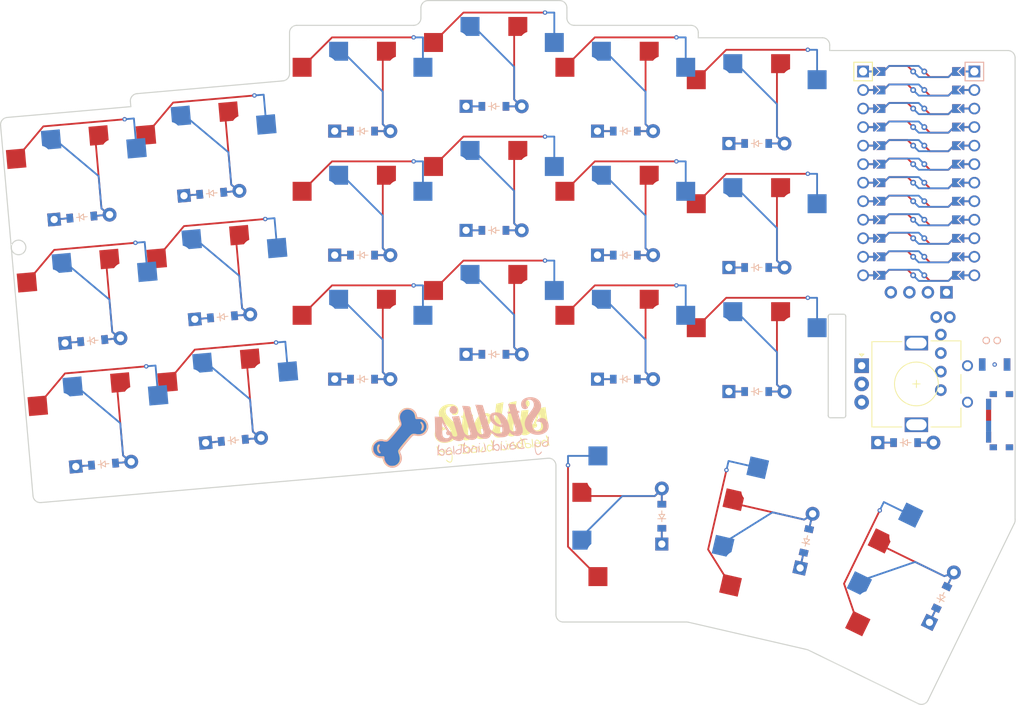
<source format=kicad_pcb>
(kicad_pcb (version 20171130) (host pcbnew 5.1.6)
  (title_block (title main) (rev v1.0.0) (company Unknown))
  (layers (0 F.Cu signal) (31 B.Cu signal) (34 B.Paste user) (35 F.Paste user) (36 B.SilkS user) (37 F.SilkS user) (38 B.Mask user) (39 F.Mask user) (44 Edge.Cuts user))
  (net 0 "")
  (net 1 "outer_bottom")
  (net 2 "P21")
  (net 3 "P6")
  (net 4 "outer_home")
  (net 5 "P5")
  (net 6 "outer_top")
  (net 7 "P4")
  (net 8 "pinky_bottom")
  (net 9 "P20")
  (net 10 "pinky_home")
  (net 11 "pinky_top")
  (net 12 "ring_bottom")
  (net 13 "P19")
  (net 14 "ring_home")
  (net 15 "ring_top")
  (net 16 "middle_bottom")
  (net 17 "P18")
  (net 18 "middle_home")
  (net 19 "middle_top")
  (net 20 "index_bottom")
  (net 21 "P15")
  (net 22 "index_home")
  (net 23 "index_top")
  (net 24 "inner_bottom")
  (net 25 "P14")
  (net 26 "inner_home")
  (net 27 "inner_top")
  (net 28 "outer_thumb")
  (net 29 "P7")
  (net 30 "home_thumb")
  (net 31 "inner_thumb")
  (net 32 "RAW")
  (net 33 "GND")
  (net 34 "RST")
  (net 35 "VCC")
  (net 36 "P16")
  (net 37 "P10")
  (net 38 "P1")
  (net 39 "P0")
  (net 40 "P2")
  (net 41 "P3")
  (net 42 "P8")
  (net 43 "P9")
  (net 44 "pos")
  (net 45 "enc_diode")
  (module PG1350 (layer F.Cu) (at 17.9315046 -1.5688034 5)
    (fp_text reference "S1" hide)
    (fp_text value "" hide)
    (pad "" np_thru_hole circle (at 0 0) (size 3.429 3.429) (drill 3.429) (layers *.Cu *.Mask))
    (pad "" np_thru_hole circle (at 5.5 0) (size 1.7018 1.7018) (drill 1.7018) (layers *.Cu *.Mask))
    (pad "" np_thru_hole circle (at -5.5 0) (size 1.7018 1.7018) (drill 1.7018) (layers *.Cu *.Mask))
    (pad 1 thru_hole circle (at 7 -7.85) (size 0.6 0.6) (drill 0.3) (layers *.Cu) (net 2 "P21"))
    (pad "" smd custom (at 8.275 -3.75 5) (size 0.25 0.25) (layers B.Cu) (net 2 "P21") (options (clearance outline) (anchor circle)) (primitives (gr_line (start 0 0) (end 0 -4.1) (width 0.25)) (gr_line (start 0 -4.1) (end -1.17 -4.1) (width 0.25))))
    (pad "" smd custom (at -8.275 -3.75 5) (size 0.25 0.25) (layers F.Cu) (net 2 "P21") (options (clearance outline) (anchor circle)) (primitives (gr_line (start 0 0) (end 4.1 -4.1) (width 0.25)) (gr_line (start 4.1 -4.1) (end 15.2 -4.1) (width 0.25))))
    (pad "" smd custom (at 3.275 -5.95 5) (size 0.25 0.25) (layers F.Cu) (net 1 "outer_bottom") (options (clearance outline) (anchor circle)) (primitives (gr_line (start 0 0) (end -0.5 0.5) (width 0.25)) (gr_line (start -0.5 0.5) (end -0.5 10) (width 0.25)) (gr_line (start -0.5 10) (end 0.5 11) (width 0.25))))
    (pad "" smd custom (at -3.275 -5.95 5) (size 0.25 0.25) (layers B.Cu) (net 1 "outer_bottom") (options (clearance outline) (anchor circle)) (primitives (gr_line (start 0.5 0) (end 6.05 5.55) (width 0.25)) (gr_line (start 6.05 5.55) (end 6.05 10) (width 0.25)) (gr_line (start 6.05 10) (end 7.05 11) (width 0.25))))
    (pad "" np_thru_hole circle (at 5 -3.75) (size 3 3) (drill 3) (layers *.Cu *.Mask))
    (pad "" np_thru_hole circle (at 0 -5.95) (size 3 3) (drill 3) (layers *.Cu *.Mask))
    (pad 1 smd rect (at -3.275 -5.95 5) (size 2.6 2.6) (layers B.Cu B.Paste B.Mask) (net 1 "outer_bottom"))
    (pad 2 smd rect (at 8.275 -3.75 5) (size 2.6 2.6) (layers B.Cu B.Paste B.Mask) (net 2 "P21"))
    (pad "" np_thru_hole circle (at -5 -3.75) (size 3 3) (drill 3) (layers *.Cu *.Mask))
    (pad "" np_thru_hole circle (at 0 -5.95) (size 3 3) (drill 3) (layers *.Cu *.Mask))
    (pad 1 smd rect (at 3.275 -5.95 5) (size 2.6 2.6) (layers F.Cu F.Paste F.Mask) (net 1 "outer_bottom"))
    (pad 2 smd rect (at -8.275 -3.75 5) (size 2.6 2.6) (layers F.Cu F.Paste F.Mask) (net 2 "P21"))
  )
  (module ComboDiode (layer F.Cu) (at 18.3672833 3.4121701 5)
    (fp_text reference "D1" hide)
    (fp_text value "" hide)
    (pad 1 smd rect (at -1.65 0 5) (size 0.9 1.2) (layers F.Cu F.Paste F.Mask) (net 3 "P6"))
    (pad 2 smd rect (at 1.65 0 5) (size 0.9 1.2) (layers B.Cu B.Paste B.Mask) (net 1 "outer_bottom"))
    (pad 1 smd rect (at -1.65 0 5) (size 0.9 1.2) (layers B.Cu B.Paste B.Mask) (net 3 "P6"))
    (pad 2 smd rect (at 1.65 0 5) (size 0.9 1.2) (layers F.Cu F.Paste F.Mask) (net 1 "outer_bottom"))
    (pad 1 thru_hole circle (at 3.81 0 5) (size 1.905 1.905) (drill 0.9906) (layers *.Cu *.Mask) (net 1 "outer_bottom"))
    (pad 2 thru_hole rect (at -3.81 0 5) (size 1.778 1.778) (drill 0.9906) (layers *.Cu *.Mask) (net 3 "P6"))
    (pad "" smd custom (at 3.81 0 5) (size 0.25 0.25) (layers B.Cu) (net 1 "outer_bottom") (options (clearance outline) (anchor circle)) (primitives (gr_line (start 0 0) (end -2.16 0) (width 0.25))))
    (pad "" smd custom (at -3.81 0 5) (size 0.25 0.25) (layers B.Cu) (net 3 "P6") (options (clearance outline) (anchor circle)) (primitives (gr_line (start 0 0) (end 2.16 0) (width 0.25))))
    (pad "" smd custom (at 3.81 0 5) (size 0.25 0.25) (layers F.Cu) (net 1 "outer_bottom") (options (clearance outline) (anchor circle)) (primitives (gr_line (start 0 0) (end -2.16 0) (width 0.25))))
    (pad "" smd custom (at -3.81 0 5) (size 0.25 0.25) (layers F.Cu) (net 3 "P6") (options (clearance outline) (anchor circle)) (primitives (gr_line (start 0 0) (end 2.16 0) (width 0.25))))
  )
  (module PG1350 (layer F.Cu) (at 16.4498569 -18.5041132 5)
    (fp_text reference "S2" hide)
    (fp_text value "" hide)
    (pad "" np_thru_hole circle (at 0 0) (size 3.429 3.429) (drill 3.429) (layers *.Cu *.Mask))
    (pad "" np_thru_hole circle (at 5.5 0) (size 1.7018 1.7018) (drill 1.7018) (layers *.Cu *.Mask))
    (pad "" np_thru_hole circle (at -5.5 0) (size 1.7018 1.7018) (drill 1.7018) (layers *.Cu *.Mask))
    (pad 1 thru_hole circle (at 7 -7.85) (size 0.6 0.6) (drill 0.3) (layers *.Cu) (net 2 "P21"))
    (pad "" smd custom (at 8.275 -3.75 5) (size 0.25 0.25) (layers B.Cu) (net 2 "P21") (options (clearance outline) (anchor circle)) (primitives (gr_line (start 0 0) (end 0 -4.1) (width 0.25)) (gr_line (start 0 -4.1) (end -1.17 -4.1) (width 0.25))))
    (pad "" smd custom (at -8.275 -3.75 5) (size 0.25 0.25) (layers F.Cu) (net 2 "P21") (options (clearance outline) (anchor circle)) (primitives (gr_line (start 0 0) (end 4.1 -4.1) (width 0.25)) (gr_line (start 4.1 -4.1) (end 15.2 -4.1) (width 0.25))))
    (pad "" smd custom (at 3.275 -5.95 5) (size 0.25 0.25) (layers F.Cu) (net 4 "outer_home") (options (clearance outline) (anchor circle)) (primitives (gr_line (start 0 0) (end -0.5 0.5) (width 0.25)) (gr_line (start -0.5 0.5) (end -0.5 10) (width 0.25)) (gr_line (start -0.5 10) (end 0.5 11) (width 0.25))))
    (pad "" smd custom (at -3.275 -5.95 5) (size 0.25 0.25) (layers B.Cu) (net 4 "outer_home") (options (clearance outline) (anchor circle)) (primitives (gr_line (start 0.5 0) (end 6.05 5.55) (width 0.25)) (gr_line (start 6.05 5.55) (end 6.05 10) (width 0.25)) (gr_line (start 6.05 10) (end 7.05 11) (width 0.25))))
    (pad "" np_thru_hole circle (at 5 -3.75) (size 3 3) (drill 3) (layers *.Cu *.Mask))
    (pad "" np_thru_hole circle (at 0 -5.95) (size 3 3) (drill 3) (layers *.Cu *.Mask))
    (pad 1 smd rect (at -3.275 -5.95 5) (size 2.6 2.6) (layers B.Cu B.Paste B.Mask) (net 4 "outer_home"))
    (pad 2 smd rect (at 8.275 -3.75 5) (size 2.6 2.6) (layers B.Cu B.Paste B.Mask) (net 2 "P21"))
    (pad "" np_thru_hole circle (at -5 -3.75) (size 3 3) (drill 3) (layers *.Cu *.Mask))
    (pad "" np_thru_hole circle (at 0 -5.95) (size 3 3) (drill 3) (layers *.Cu *.Mask))
    (pad 1 smd rect (at 3.275 -5.95 5) (size 2.6 2.6) (layers F.Cu F.Paste F.Mask) (net 4 "outer_home"))
    (pad 2 smd rect (at -8.275 -3.75 5) (size 2.6 2.6) (layers F.Cu F.Paste F.Mask) (net 2 "P21"))
  )
  (module ComboDiode (layer F.Cu) (at 16.8856356 -13.523139699999998 5)
    (fp_text reference "D2" hide)
    (fp_text value "" hide)
    (pad 1 smd rect (at -1.65 0 5) (size 0.9 1.2) (layers F.Cu F.Paste F.Mask) (net 5 "P5"))
    (pad 2 smd rect (at 1.65 0 5) (size 0.9 1.2) (layers B.Cu B.Paste B.Mask) (net 4 "outer_home"))
    (pad 1 smd rect (at -1.65 0 5) (size 0.9 1.2) (layers B.Cu B.Paste B.Mask) (net 5 "P5"))
    (pad 2 smd rect (at 1.65 0 5) (size 0.9 1.2) (layers F.Cu F.Paste F.Mask) (net 4 "outer_home"))
    (pad 1 thru_hole circle (at 3.81 0 5) (size 1.905 1.905) (drill 0.9906) (layers *.Cu *.Mask) (net 4 "outer_home"))
    (pad 2 thru_hole rect (at -3.81 0 5) (size 1.778 1.778) (drill 0.9906) (layers *.Cu *.Mask) (net 5 "P5"))
    (pad "" smd custom (at 3.81 0 5) (size 0.25 0.25) (layers B.Cu) (net 4 "outer_home") (options (clearance outline) (anchor circle)) (primitives (gr_line (start 0 0) (end -2.16 0) (width 0.25))))
    (pad "" smd custom (at -3.81 0 5) (size 0.25 0.25) (layers B.Cu) (net 5 "P5") (options (clearance outline) (anchor circle)) (primitives (gr_line (start 0 0) (end 2.16 0) (width 0.25))))
    (pad "" smd custom (at 3.81 0 5) (size 0.25 0.25) (layers F.Cu) (net 4 "outer_home") (options (clearance outline) (anchor circle)) (primitives (gr_line (start 0 0) (end -2.16 0) (width 0.25))))
    (pad "" smd custom (at -3.81 0 5) (size 0.25 0.25) (layers F.Cu) (net 5 "P5") (options (clearance outline) (anchor circle)) (primitives (gr_line (start 0 0) (end 2.16 0) (width 0.25))))
  )
  (module PG1350 (layer F.Cu) (at 14.9682093 -35.4394231 5)
    (fp_text reference "S3" hide)
    (fp_text value "" hide)
    (pad "" np_thru_hole circle (at 0 0) (size 3.429 3.429) (drill 3.429) (layers *.Cu *.Mask))
    (pad "" np_thru_hole circle (at 5.5 0) (size 1.7018 1.7018) (drill 1.7018) (layers *.Cu *.Mask))
    (pad "" np_thru_hole circle (at -5.5 0) (size 1.7018 1.7018) (drill 1.7018) (layers *.Cu *.Mask))
    (pad 1 thru_hole circle (at 7 -7.85) (size 0.6 0.6) (drill 0.3) (layers *.Cu) (net 2 "P21"))
    (pad "" smd custom (at 8.275 -3.75 5) (size 0.25 0.25) (layers B.Cu) (net 2 "P21") (options (clearance outline) (anchor circle)) (primitives (gr_line (start 0 0) (end 0 -4.1) (width 0.25)) (gr_line (start 0 -4.1) (end -1.17 -4.1) (width 0.25))))
    (pad "" smd custom (at -8.275 -3.75 5) (size 0.25 0.25) (layers F.Cu) (net 2 "P21") (options (clearance outline) (anchor circle)) (primitives (gr_line (start 0 0) (end 4.1 -4.1) (width 0.25)) (gr_line (start 4.1 -4.1) (end 15.2 -4.1) (width 0.25))))
    (pad "" smd custom (at 3.275 -5.95 5) (size 0.25 0.25) (layers F.Cu) (net 6 "outer_top") (options (clearance outline) (anchor circle)) (primitives (gr_line (start 0 0) (end -0.5 0.5) (width 0.25)) (gr_line (start -0.5 0.5) (end -0.5 10) (width 0.25)) (gr_line (start -0.5 10) (end 0.5 11) (width 0.25))))
    (pad "" smd custom (at -3.275 -5.95 5) (size 0.25 0.25) (layers B.Cu) (net 6 "outer_top") (options (clearance outline) (anchor circle)) (primitives (gr_line (start 0.5 0) (end 6.05 5.55) (width 0.25)) (gr_line (start 6.05 5.55) (end 6.05 10) (width 0.25)) (gr_line (start 6.05 10) (end 7.05 11) (width 0.25))))
    (pad "" np_thru_hole circle (at 5 -3.75) (size 3 3) (drill 3) (layers *.Cu *.Mask))
    (pad "" np_thru_hole circle (at 0 -5.95) (size 3 3) (drill 3) (layers *.Cu *.Mask))
    (pad 1 smd rect (at -3.275 -5.95 5) (size 2.6 2.6) (layers B.Cu B.Paste B.Mask) (net 6 "outer_top"))
    (pad 2 smd rect (at 8.275 -3.75 5) (size 2.6 2.6) (layers B.Cu B.Paste B.Mask) (net 2 "P21"))
    (pad "" np_thru_hole circle (at -5 -3.75) (size 3 3) (drill 3) (layers *.Cu *.Mask))
    (pad "" np_thru_hole circle (at 0 -5.95) (size 3 3) (drill 3) (layers *.Cu *.Mask))
    (pad 1 smd rect (at 3.275 -5.95 5) (size 2.6 2.6) (layers F.Cu F.Paste F.Mask) (net 6 "outer_top"))
    (pad 2 smd rect (at -8.275 -3.75 5) (size 2.6 2.6) (layers F.Cu F.Paste F.Mask) (net 2 "P21"))
  )
  (module ComboDiode (layer F.Cu) (at 15.403988 -30.458449599999998 5)
    (fp_text reference "D3" hide)
    (fp_text value "" hide)
    (pad 1 smd rect (at -1.65 0 5) (size 0.9 1.2) (layers F.Cu F.Paste F.Mask) (net 7 "P4"))
    (pad 2 smd rect (at 1.65 0 5) (size 0.9 1.2) (layers B.Cu B.Paste B.Mask) (net 6 "outer_top"))
    (pad 1 smd rect (at -1.65 0 5) (size 0.9 1.2) (layers B.Cu B.Paste B.Mask) (net 7 "P4"))
    (pad 2 smd rect (at 1.65 0 5) (size 0.9 1.2) (layers F.Cu F.Paste F.Mask) (net 6 "outer_top"))
    (pad 1 thru_hole circle (at 3.81 0 5) (size 1.905 1.905) (drill 0.9906) (layers *.Cu *.Mask) (net 6 "outer_top"))
    (pad 2 thru_hole rect (at -3.81 0 5) (size 1.778 1.778) (drill 0.9906) (layers *.Cu *.Mask) (net 7 "P4"))
    (pad "" smd custom (at 3.81 0 5) (size 0.25 0.25) (layers B.Cu) (net 6 "outer_top") (options (clearance outline) (anchor circle)) (primitives (gr_line (start 0 0) (end -2.16 0) (width 0.25))))
    (pad "" smd custom (at -3.81 0 5) (size 0.25 0.25) (layers B.Cu) (net 7 "P4") (options (clearance outline) (anchor circle)) (primitives (gr_line (start 0 0) (end 2.16 0) (width 0.25))))
    (pad "" smd custom (at 3.81 0 5) (size 0.25 0.25) (layers F.Cu) (net 6 "outer_top") (options (clearance outline) (anchor circle)) (primitives (gr_line (start 0 0) (end -2.16 0) (width 0.25))))
    (pad "" smd custom (at -3.81 0 5) (size 0.25 0.25) (layers F.Cu) (net 7 "P4") (options (clearance outline) (anchor circle)) (primitives (gr_line (start 0 0) (end 2.16 0) (width 0.25))))
  )
  (module PG1350 (layer F.Cu) (at 35.7148444 -4.8311377 5)
    (fp_text reference "S4" hide)
    (fp_text value "" hide)
    (pad "" np_thru_hole circle (at 0 0) (size 3.429 3.429) (drill 3.429) (layers *.Cu *.Mask))
    (pad "" np_thru_hole circle (at 5.5 0) (size 1.7018 1.7018) (drill 1.7018) (layers *.Cu *.Mask))
    (pad "" np_thru_hole circle (at -5.5 0) (size 1.7018 1.7018) (drill 1.7018) (layers *.Cu *.Mask))
    (pad 1 thru_hole circle (at 7 -7.85) (size 0.6 0.6) (drill 0.3) (layers *.Cu) (net 9 "P20"))
    (pad "" smd custom (at 8.275 -3.75 5) (size 0.25 0.25) (layers B.Cu) (net 9 "P20") (options (clearance outline) (anchor circle)) (primitives (gr_line (start 0 0) (end 0 -4.1) (width 0.25)) (gr_line (start 0 -4.1) (end -1.17 -4.1) (width 0.25))))
    (pad "" smd custom (at -8.275 -3.75 5) (size 0.25 0.25) (layers F.Cu) (net 9 "P20") (options (clearance outline) (anchor circle)) (primitives (gr_line (start 0 0) (end 4.1 -4.1) (width 0.25)) (gr_line (start 4.1 -4.1) (end 15.2 -4.1) (width 0.25))))
    (pad "" smd custom (at 3.275 -5.95 5) (size 0.25 0.25) (layers F.Cu) (net 8 "pinky_bottom") (options (clearance outline) (anchor circle)) (primitives (gr_line (start 0 0) (end -0.5 0.5) (width 0.25)) (gr_line (start -0.5 0.5) (end -0.5 10) (width 0.25)) (gr_line (start -0.5 10) (end 0.5 11) (width 0.25))))
    (pad "" smd custom (at -3.275 -5.95 5) (size 0.25 0.25) (layers B.Cu) (net 8 "pinky_bottom") (options (clearance outline) (anchor circle)) (primitives (gr_line (start 0.5 0) (end 6.05 5.55) (width 0.25)) (gr_line (start 6.05 5.55) (end 6.05 10) (width 0.25)) (gr_line (start 6.05 10) (end 7.05 11) (width 0.25))))
    (pad "" np_thru_hole circle (at 5 -3.75) (size 3 3) (drill 3) (layers *.Cu *.Mask))
    (pad "" np_thru_hole circle (at 0 -5.95) (size 3 3) (drill 3) (layers *.Cu *.Mask))
    (pad 1 smd rect (at -3.275 -5.95 5) (size 2.6 2.6) (layers B.Cu B.Paste B.Mask) (net 8 "pinky_bottom"))
    (pad 2 smd rect (at 8.275 -3.75 5) (size 2.6 2.6) (layers B.Cu B.Paste B.Mask) (net 9 "P20"))
    (pad "" np_thru_hole circle (at -5 -3.75) (size 3 3) (drill 3) (layers *.Cu *.Mask))
    (pad "" np_thru_hole circle (at 0 -5.95) (size 3 3) (drill 3) (layers *.Cu *.Mask))
    (pad 1 smd rect (at 3.275 -5.95 5) (size 2.6 2.6) (layers F.Cu F.Paste F.Mask) (net 8 "pinky_bottom"))
    (pad 2 smd rect (at -8.275 -3.75 5) (size 2.6 2.6) (layers F.Cu F.Paste F.Mask) (net 9 "P20"))
  )
  (module ComboDiode (layer F.Cu) (at 36.1506231 0.14983579999999996 5)
    (fp_text reference "D4" hide)
    (fp_text value "" hide)
    (pad 1 smd rect (at -1.65 0 5) (size 0.9 1.2) (layers F.Cu F.Paste F.Mask) (net 3 "P6"))
    (pad 2 smd rect (at 1.65 0 5) (size 0.9 1.2) (layers B.Cu B.Paste B.Mask) (net 8 "pinky_bottom"))
    (pad 1 smd rect (at -1.65 0 5) (size 0.9 1.2) (layers B.Cu B.Paste B.Mask) (net 3 "P6"))
    (pad 2 smd rect (at 1.65 0 5) (size 0.9 1.2) (layers F.Cu F.Paste F.Mask) (net 8 "pinky_bottom"))
    (pad 1 thru_hole circle (at 3.81 0 5) (size 1.905 1.905) (drill 0.9906) (layers *.Cu *.Mask) (net 8 "pinky_bottom"))
    (pad 2 thru_hole rect (at -3.81 0 5) (size 1.778 1.778) (drill 0.9906) (layers *.Cu *.Mask) (net 3 "P6"))
    (pad "" smd custom (at 3.81 0 5) (size 0.25 0.25) (layers B.Cu) (net 8 "pinky_bottom") (options (clearance outline) (anchor circle)) (primitives (gr_line (start 0 0) (end -2.16 0) (width 0.25))))
    (pad "" smd custom (at -3.81 0 5) (size 0.25 0.25) (layers B.Cu) (net 3 "P6") (options (clearance outline) (anchor circle)) (primitives (gr_line (start 0 0) (end 2.16 0) (width 0.25))))
    (pad "" smd custom (at 3.81 0 5) (size 0.25 0.25) (layers F.Cu) (net 8 "pinky_bottom") (options (clearance outline) (anchor circle)) (primitives (gr_line (start 0 0) (end -2.16 0) (width 0.25))))
    (pad "" smd custom (at -3.81 0 5) (size 0.25 0.25) (layers F.Cu) (net 3 "P6") (options (clearance outline) (anchor circle)) (primitives (gr_line (start 0 0) (end 2.16 0) (width 0.25))))
  )
  (module PG1350 (layer F.Cu) (at 34.2331967 -21.7664476 5)
    (fp_text reference "S5" hide)
    (fp_text value "" hide)
    (pad "" np_thru_hole circle (at 0 0) (size 3.429 3.429) (drill 3.429) (layers *.Cu *.Mask))
    (pad "" np_thru_hole circle (at 5.5 0) (size 1.7018 1.7018) (drill 1.7018) (layers *.Cu *.Mask))
    (pad "" np_thru_hole circle (at -5.5 0) (size 1.7018 1.7018) (drill 1.7018) (layers *.Cu *.Mask))
    (pad 1 thru_hole circle (at 7 -7.85) (size 0.6 0.6) (drill 0.3) (layers *.Cu) (net 9 "P20"))
    (pad "" smd custom (at 8.275 -3.75 5) (size 0.25 0.25) (layers B.Cu) (net 9 "P20") (options (clearance outline) (anchor circle)) (primitives (gr_line (start 0 0) (end 0 -4.1) (width 0.25)) (gr_line (start 0 -4.1) (end -1.17 -4.1) (width 0.25))))
    (pad "" smd custom (at -8.275 -3.75 5) (size 0.25 0.25) (layers F.Cu) (net 9 "P20") (options (clearance outline) (anchor circle)) (primitives (gr_line (start 0 0) (end 4.1 -4.1) (width 0.25)) (gr_line (start 4.1 -4.1) (end 15.2 -4.1) (width 0.25))))
    (pad "" smd custom (at 3.275 -5.95 5) (size 0.25 0.25) (layers F.Cu) (net 10 "pinky_home") (options (clearance outline) (anchor circle)) (primitives (gr_line (start 0 0) (end -0.5 0.5) (width 0.25)) (gr_line (start -0.5 0.5) (end -0.5 10) (width 0.25)) (gr_line (start -0.5 10) (end 0.5 11) (width 0.25))))
    (pad "" smd custom (at -3.275 -5.95 5) (size 0.25 0.25) (layers B.Cu) (net 10 "pinky_home") (options (clearance outline) (anchor circle)) (primitives (gr_line (start 0.5 0) (end 6.05 5.55) (width 0.25)) (gr_line (start 6.05 5.55) (end 6.05 10) (width 0.25)) (gr_line (start 6.05 10) (end 7.05 11) (width 0.25))))
    (pad "" np_thru_hole circle (at 5 -3.75) (size 3 3) (drill 3) (layers *.Cu *.Mask))
    (pad "" np_thru_hole circle (at 0 -5.95) (size 3 3) (drill 3) (layers *.Cu *.Mask))
    (pad 1 smd rect (at -3.275 -5.95 5) (size 2.6 2.6) (layers B.Cu B.Paste B.Mask) (net 10 "pinky_home"))
    (pad 2 smd rect (at 8.275 -3.75 5) (size 2.6 2.6) (layers B.Cu B.Paste B.Mask) (net 9 "P20"))
    (pad "" np_thru_hole circle (at -5 -3.75) (size 3 3) (drill 3) (layers *.Cu *.Mask))
    (pad "" np_thru_hole circle (at 0 -5.95) (size 3 3) (drill 3) (layers *.Cu *.Mask))
    (pad 1 smd rect (at 3.275 -5.95 5) (size 2.6 2.6) (layers F.Cu F.Paste F.Mask) (net 10 "pinky_home"))
    (pad 2 smd rect (at -8.275 -3.75 5) (size 2.6 2.6) (layers F.Cu F.Paste F.Mask) (net 9 "P20"))
  )
  (module ComboDiode (layer F.Cu) (at 34.6689754 -16.7854741 5)
    (fp_text reference "D5" hide)
    (fp_text value "" hide)
    (pad 1 smd rect (at -1.65 0 5) (size 0.9 1.2) (layers F.Cu F.Paste F.Mask) (net 5 "P5"))
    (pad 2 smd rect (at 1.65 0 5) (size 0.9 1.2) (layers B.Cu B.Paste B.Mask) (net 10 "pinky_home"))
    (pad 1 smd rect (at -1.65 0 5) (size 0.9 1.2) (layers B.Cu B.Paste B.Mask) (net 5 "P5"))
    (pad 2 smd rect (at 1.65 0 5) (size 0.9 1.2) (layers F.Cu F.Paste F.Mask) (net 10 "pinky_home"))
    (pad 1 thru_hole circle (at 3.81 0 5) (size 1.905 1.905) (drill 0.9906) (layers *.Cu *.Mask) (net 10 "pinky_home"))
    (pad 2 thru_hole rect (at -3.81 0 5) (size 1.778 1.778) (drill 0.9906) (layers *.Cu *.Mask) (net 5 "P5"))
    (pad "" smd custom (at 3.81 0 5) (size 0.25 0.25) (layers B.Cu) (net 10 "pinky_home") (options (clearance outline) (anchor circle)) (primitives (gr_line (start 0 0) (end -2.16 0) (width 0.25))))
    (pad "" smd custom (at -3.81 0 5) (size 0.25 0.25) (layers B.Cu) (net 5 "P5") (options (clearance outline) (anchor circle)) (primitives (gr_line (start 0 0) (end 2.16 0) (width 0.25))))
    (pad "" smd custom (at 3.81 0 5) (size 0.25 0.25) (layers F.Cu) (net 10 "pinky_home") (options (clearance outline) (anchor circle)) (primitives (gr_line (start 0 0) (end -2.16 0) (width 0.25))))
    (pad "" smd custom (at -3.81 0 5) (size 0.25 0.25) (layers F.Cu) (net 5 "P5") (options (clearance outline) (anchor circle)) (primitives (gr_line (start 0 0) (end 2.16 0) (width 0.25))))
  )
  (module PG1350 (layer F.Cu) (at 32.7515491 -38.7017575 5)
    (fp_text reference "S6" hide)
    (fp_text value "" hide)
    (pad "" np_thru_hole circle (at 0 0) (size 3.429 3.429) (drill 3.429) (layers *.Cu *.Mask))
    (pad "" np_thru_hole circle (at 5.5 0) (size 1.7018 1.7018) (drill 1.7018) (layers *.Cu *.Mask))
    (pad "" np_thru_hole circle (at -5.5 0) (size 1.7018 1.7018) (drill 1.7018) (layers *.Cu *.Mask))
    (pad 1 thru_hole circle (at 7 -7.85) (size 0.6 0.6) (drill 0.3) (layers *.Cu) (net 9 "P20"))
    (pad "" smd custom (at 8.275 -3.75 5) (size 0.25 0.25) (layers B.Cu) (net 9 "P20") (options (clearance outline) (anchor circle)) (primitives (gr_line (start 0 0) (end 0 -4.1) (width 0.25)) (gr_line (start 0 -4.1) (end -1.17 -4.1) (width 0.25))))
    (pad "" smd custom (at -8.275 -3.75 5) (size 0.25 0.25) (layers F.Cu) (net 9 "P20") (options (clearance outline) (anchor circle)) (primitives (gr_line (start 0 0) (end 4.1 -4.1) (width 0.25)) (gr_line (start 4.1 -4.1) (end 15.2 -4.1) (width 0.25))))
    (pad "" smd custom (at 3.275 -5.95 5) (size 0.25 0.25) (layers F.Cu) (net 11 "pinky_top") (options (clearance outline) (anchor circle)) (primitives (gr_line (start 0 0) (end -0.5 0.5) (width 0.25)) (gr_line (start -0.5 0.5) (end -0.5 10) (width 0.25)) (gr_line (start -0.5 10) (end 0.5 11) (width 0.25))))
    (pad "" smd custom (at -3.275 -5.95 5) (size 0.25 0.25) (layers B.Cu) (net 11 "pinky_top") (options (clearance outline) (anchor circle)) (primitives (gr_line (start 0.5 0) (end 6.05 5.55) (width 0.25)) (gr_line (start 6.05 5.55) (end 6.05 10) (width 0.25)) (gr_line (start 6.05 10) (end 7.05 11) (width 0.25))))
    (pad "" np_thru_hole circle (at 5 -3.75) (size 3 3) (drill 3) (layers *.Cu *.Mask))
    (pad "" np_thru_hole circle (at 0 -5.95) (size 3 3) (drill 3) (layers *.Cu *.Mask))
    (pad 1 smd rect (at -3.275 -5.95 5) (size 2.6 2.6) (layers B.Cu B.Paste B.Mask) (net 11 "pinky_top"))
    (pad 2 smd rect (at 8.275 -3.75 5) (size 2.6 2.6) (layers B.Cu B.Paste B.Mask) (net 9 "P20"))
    (pad "" np_thru_hole circle (at -5 -3.75) (size 3 3) (drill 3) (layers *.Cu *.Mask))
    (pad "" np_thru_hole circle (at 0 -5.95) (size 3 3) (drill 3) (layers *.Cu *.Mask))
    (pad 1 smd rect (at 3.275 -5.95 5) (size 2.6 2.6) (layers F.Cu F.Paste F.Mask) (net 11 "pinky_top"))
    (pad 2 smd rect (at -8.275 -3.75 5) (size 2.6 2.6) (layers F.Cu F.Paste F.Mask) (net 9 "P20"))
  )
  (module ComboDiode (layer F.Cu) (at 33.1873278 -33.720784 5)
    (fp_text reference "D6" hide)
    (fp_text value "" hide)
    (pad 1 smd rect (at -1.65 0 5) (size 0.9 1.2) (layers F.Cu F.Paste F.Mask) (net 7 "P4"))
    (pad 2 smd rect (at 1.65 0 5) (size 0.9 1.2) (layers B.Cu B.Paste B.Mask) (net 11 "pinky_top"))
    (pad 1 smd rect (at -1.65 0 5) (size 0.9 1.2) (layers B.Cu B.Paste B.Mask) (net 7 "P4"))
    (pad 2 smd rect (at 1.65 0 5) (size 0.9 1.2) (layers F.Cu F.Paste F.Mask) (net 11 "pinky_top"))
    (pad 1 thru_hole circle (at 3.81 0 5) (size 1.905 1.905) (drill 0.9906) (layers *.Cu *.Mask) (net 11 "pinky_top"))
    (pad 2 thru_hole rect (at -3.81 0 5) (size 1.778 1.778) (drill 0.9906) (layers *.Cu *.Mask) (net 7 "P4"))
    (pad "" smd custom (at 3.81 0 5) (size 0.25 0.25) (layers B.Cu) (net 11 "pinky_top") (options (clearance outline) (anchor circle)) (primitives (gr_line (start 0 0) (end -2.16 0) (width 0.25))))
    (pad "" smd custom (at -3.81 0 5) (size 0.25 0.25) (layers B.Cu) (net 7 "P4") (options (clearance outline) (anchor circle)) (primitives (gr_line (start 0 0) (end 2.16 0) (width 0.25))))
    (pad "" smd custom (at 3.81 0 5) (size 0.25 0.25) (layers F.Cu) (net 11 "pinky_top") (options (clearance outline) (anchor circle)) (primitives (gr_line (start 0 0) (end -2.16 0) (width 0.25))))
    (pad "" smd custom (at -3.81 0 5) (size 0.25 0.25) (layers F.Cu) (net 7 "P4") (options (clearance outline) (anchor circle)) (primitives (gr_line (start 0 0) (end 2.16 0) (width 0.25))))
  )
  (module PG1350 (layer F.Cu) (at 53.8506456 -13.2437896 0)
    (fp_text reference "S7" hide)
    (fp_text value "" hide)
    (pad "" np_thru_hole circle (at 0 0) (size 3.429 3.429) (drill 3.429) (layers *.Cu *.Mask))
    (pad "" np_thru_hole circle (at 5.5 0) (size 1.7018 1.7018) (drill 1.7018) (layers *.Cu *.Mask))
    (pad "" np_thru_hole circle (at -5.5 0) (size 1.7018 1.7018) (drill 1.7018) (layers *.Cu *.Mask))
    (pad 1 thru_hole circle (at 7 -7.85) (size 0.6 0.6) (drill 0.3) (layers *.Cu) (net 13 "P19"))
    (pad "" smd custom (at 8.275 -3.75 0) (size 0.25 0.25) (layers B.Cu) (net 13 "P19") (options (clearance outline) (anchor circle)) (primitives (gr_line (start 0 0) (end 0 -4.1) (width 0.25)) (gr_line (start 0 -4.1) (end -1.17 -4.1) (width 0.25))))
    (pad "" smd custom (at -8.275 -3.75 0) (size 0.25 0.25) (layers F.Cu) (net 13 "P19") (options (clearance outline) (anchor circle)) (primitives (gr_line (start 0 0) (end 4.1 -4.1) (width 0.25)) (gr_line (start 4.1 -4.1) (end 15.2 -4.1) (width 0.25))))
    (pad "" smd custom (at 3.275 -5.95 0) (size 0.25 0.25) (layers F.Cu) (net 12 "ring_bottom") (options (clearance outline) (anchor circle)) (primitives (gr_line (start 0 0) (end -0.5 0.5) (width 0.25)) (gr_line (start -0.5 0.5) (end -0.5 10) (width 0.25)) (gr_line (start -0.5 10) (end 0.5 11) (width 0.25))))
    (pad "" smd custom (at -3.275 -5.95 0) (size 0.25 0.25) (layers B.Cu) (net 12 "ring_bottom") (options (clearance outline) (anchor circle)) (primitives (gr_line (start 0.5 0) (end 6.05 5.55) (width 0.25)) (gr_line (start 6.05 5.55) (end 6.05 10) (width 0.25)) (gr_line (start 6.05 10) (end 7.05 11) (width 0.25))))
    (pad "" np_thru_hole circle (at 5 -3.75) (size 3 3) (drill 3) (layers *.Cu *.Mask))
    (pad "" np_thru_hole circle (at 0 -5.95) (size 3 3) (drill 3) (layers *.Cu *.Mask))
    (pad 1 smd rect (at -3.275 -5.95 0) (size 2.6 2.6) (layers B.Cu B.Paste B.Mask) (net 12 "ring_bottom"))
    (pad 2 smd rect (at 8.275 -3.75 0) (size 2.6 2.6) (layers B.Cu B.Paste B.Mask) (net 13 "P19"))
    (pad "" np_thru_hole circle (at -5 -3.75) (size 3 3) (drill 3) (layers *.Cu *.Mask))
    (pad "" np_thru_hole circle (at 0 -5.95) (size 3 3) (drill 3) (layers *.Cu *.Mask))
    (pad 1 smd rect (at 3.275 -5.95 0) (size 2.6 2.6) (layers F.Cu F.Paste F.Mask) (net 12 "ring_bottom"))
    (pad 2 smd rect (at -8.275 -3.75 0) (size 2.6 2.6) (layers F.Cu F.Paste F.Mask) (net 13 "P19"))
  )
  (module ComboDiode (layer F.Cu) (at 53.8506456 -8.2437896 0)
    (fp_text reference "D7" hide)
    (fp_text value "" hide)
    (pad 1 smd rect (at -1.65 0 0) (size 0.9 1.2) (layers F.Cu F.Paste F.Mask) (net 3 "P6"))
    (pad 2 smd rect (at 1.65 0 0) (size 0.9 1.2) (layers B.Cu B.Paste B.Mask) (net 12 "ring_bottom"))
    (pad 1 smd rect (at -1.65 0 0) (size 0.9 1.2) (layers B.Cu B.Paste B.Mask) (net 3 "P6"))
    (pad 2 smd rect (at 1.65 0 0) (size 0.9 1.2) (layers F.Cu F.Paste F.Mask) (net 12 "ring_bottom"))
    (pad 1 thru_hole circle (at 3.81 0 0) (size 1.905 1.905) (drill 0.9906) (layers *.Cu *.Mask) (net 12 "ring_bottom"))
    (pad 2 thru_hole rect (at -3.81 0 0) (size 1.778 1.778) (drill 0.9906) (layers *.Cu *.Mask) (net 3 "P6"))
    (pad "" smd custom (at 3.81 0 0) (size 0.25 0.25) (layers B.Cu) (net 12 "ring_bottom") (options (clearance outline) (anchor circle)) (primitives (gr_line (start 0 0) (end -2.16 0) (width 0.25))))
    (pad "" smd custom (at -3.81 0 0) (size 0.25 0.25) (layers B.Cu) (net 3 "P6") (options (clearance outline) (anchor circle)) (primitives (gr_line (start 0 0) (end 2.16 0) (width 0.25))))
    (pad "" smd custom (at 3.81 0 0) (size 0.25 0.25) (layers F.Cu) (net 12 "ring_bottom") (options (clearance outline) (anchor circle)) (primitives (gr_line (start 0 0) (end -2.16 0) (width 0.25))))
    (pad "" smd custom (at -3.81 0 0) (size 0.25 0.25) (layers F.Cu) (net 3 "P6") (options (clearance outline) (anchor circle)) (primitives (gr_line (start 0 0) (end 2.16 0) (width 0.25))))
  )
  (module PG1350 (layer F.Cu) (at 53.8506456 -30.2437897 0)
    (fp_text reference "S8" hide)
    (fp_text value "" hide)
    (pad "" np_thru_hole circle (at 0 0) (size 3.429 3.429) (drill 3.429) (layers *.Cu *.Mask))
    (pad "" np_thru_hole circle (at 5.5 0) (size 1.7018 1.7018) (drill 1.7018) (layers *.Cu *.Mask))
    (pad "" np_thru_hole circle (at -5.5 0) (size 1.7018 1.7018) (drill 1.7018) (layers *.Cu *.Mask))
    (pad 1 thru_hole circle (at 7 -7.85) (size 0.6 0.6) (drill 0.3) (layers *.Cu) (net 13 "P19"))
    (pad "" smd custom (at 8.275 -3.75 0) (size 0.25 0.25) (layers B.Cu) (net 13 "P19") (options (clearance outline) (anchor circle)) (primitives (gr_line (start 0 0) (end 0 -4.1) (width 0.25)) (gr_line (start 0 -4.1) (end -1.17 -4.1) (width 0.25))))
    (pad "" smd custom (at -8.275 -3.75 0) (size 0.25 0.25) (layers F.Cu) (net 13 "P19") (options (clearance outline) (anchor circle)) (primitives (gr_line (start 0 0) (end 4.1 -4.1) (width 0.25)) (gr_line (start 4.1 -4.1) (end 15.2 -4.1) (width 0.25))))
    (pad "" smd custom (at 3.275 -5.95 0) (size 0.25 0.25) (layers F.Cu) (net 14 "ring_home") (options (clearance outline) (anchor circle)) (primitives (gr_line (start 0 0) (end -0.5 0.5) (width 0.25)) (gr_line (start -0.5 0.5) (end -0.5 10) (width 0.25)) (gr_line (start -0.5 10) (end 0.5 11) (width 0.25))))
    (pad "" smd custom (at -3.275 -5.95 0) (size 0.25 0.25) (layers B.Cu) (net 14 "ring_home") (options (clearance outline) (anchor circle)) (primitives (gr_line (start 0.5 0) (end 6.05 5.55) (width 0.25)) (gr_line (start 6.05 5.55) (end 6.05 10) (width 0.25)) (gr_line (start 6.05 10) (end 7.05 11) (width 0.25))))
    (pad "" np_thru_hole circle (at 5 -3.75) (size 3 3) (drill 3) (layers *.Cu *.Mask))
    (pad "" np_thru_hole circle (at 0 -5.95) (size 3 3) (drill 3) (layers *.Cu *.Mask))
    (pad 1 smd rect (at -3.275 -5.95 0) (size 2.6 2.6) (layers B.Cu B.Paste B.Mask) (net 14 "ring_home"))
    (pad 2 smd rect (at 8.275 -3.75 0) (size 2.6 2.6) (layers B.Cu B.Paste B.Mask) (net 13 "P19"))
    (pad "" np_thru_hole circle (at -5 -3.75) (size 3 3) (drill 3) (layers *.Cu *.Mask))
    (pad "" np_thru_hole circle (at 0 -5.95) (size 3 3) (drill 3) (layers *.Cu *.Mask))
    (pad 1 smd rect (at 3.275 -5.95 0) (size 2.6 2.6) (layers F.Cu F.Paste F.Mask) (net 14 "ring_home"))
    (pad 2 smd rect (at -8.275 -3.75 0) (size 2.6 2.6) (layers F.Cu F.Paste F.Mask) (net 13 "P19"))
  )
  (module ComboDiode (layer F.Cu) (at 53.8506456 -25.2437897 0)
    (fp_text reference "D8" hide)
    (fp_text value "" hide)
    (pad 1 smd rect (at -1.65 0 0) (size 0.9 1.2) (layers F.Cu F.Paste F.Mask) (net 5 "P5"))
    (pad 2 smd rect (at 1.65 0 0) (size 0.9 1.2) (layers B.Cu B.Paste B.Mask) (net 14 "ring_home"))
    (pad 1 smd rect (at -1.65 0 0) (size 0.9 1.2) (layers B.Cu B.Paste B.Mask) (net 5 "P5"))
    (pad 2 smd rect (at 1.65 0 0) (size 0.9 1.2) (layers F.Cu F.Paste F.Mask) (net 14 "ring_home"))
    (pad 1 thru_hole circle (at 3.81 0 0) (size 1.905 1.905) (drill 0.9906) (layers *.Cu *.Mask) (net 14 "ring_home"))
    (pad 2 thru_hole rect (at -3.81 0 0) (size 1.778 1.778) (drill 0.9906) (layers *.Cu *.Mask) (net 5 "P5"))
    (pad "" smd custom (at 3.81 0 0) (size 0.25 0.25) (layers B.Cu) (net 14 "ring_home") (options (clearance outline) (anchor circle)) (primitives (gr_line (start 0 0) (end -2.16 0) (width 0.25))))
    (pad "" smd custom (at -3.81 0 0) (size 0.25 0.25) (layers B.Cu) (net 5 "P5") (options (clearance outline) (anchor circle)) (primitives (gr_line (start 0 0) (end 2.16 0) (width 0.25))))
    (pad "" smd custom (at 3.81 0 0) (size 0.25 0.25) (layers F.Cu) (net 14 "ring_home") (options (clearance outline) (anchor circle)) (primitives (gr_line (start 0 0) (end -2.16 0) (width 0.25))))
    (pad "" smd custom (at -3.81 0 0) (size 0.25 0.25) (layers F.Cu) (net 5 "P5") (options (clearance outline) (anchor circle)) (primitives (gr_line (start 0 0) (end 2.16 0) (width 0.25))))
  )
  (module PG1350 (layer F.Cu) (at 53.8506457 -47.2437896 0)
    (fp_text reference "S9" hide)
    (fp_text value "" hide)
    (pad "" np_thru_hole circle (at 0 0) (size 3.429 3.429) (drill 3.429) (layers *.Cu *.Mask))
    (pad "" np_thru_hole circle (at 5.5 0) (size 1.7018 1.7018) (drill 1.7018) (layers *.Cu *.Mask))
    (pad "" np_thru_hole circle (at -5.5 0) (size 1.7018 1.7018) (drill 1.7018) (layers *.Cu *.Mask))
    (pad 1 thru_hole circle (at 7 -7.85) (size 0.6 0.6) (drill 0.3) (layers *.Cu) (net 13 "P19"))
    (pad "" smd custom (at 8.275 -3.75 0) (size 0.25 0.25) (layers B.Cu) (net 13 "P19") (options (clearance outline) (anchor circle)) (primitives (gr_line (start 0 0) (end 0 -4.1) (width 0.25)) (gr_line (start 0 -4.1) (end -1.17 -4.1) (width 0.25))))
    (pad "" smd custom (at -8.275 -3.75 0) (size 0.25 0.25) (layers F.Cu) (net 13 "P19") (options (clearance outline) (anchor circle)) (primitives (gr_line (start 0 0) (end 4.1 -4.1) (width 0.25)) (gr_line (start 4.1 -4.1) (end 15.2 -4.1) (width 0.25))))
    (pad "" smd custom (at 3.275 -5.95 0) (size 0.25 0.25) (layers F.Cu) (net 15 "ring_top") (options (clearance outline) (anchor circle)) (primitives (gr_line (start 0 0) (end -0.5 0.5) (width 0.25)) (gr_line (start -0.5 0.5) (end -0.5 10) (width 0.25)) (gr_line (start -0.5 10) (end 0.5 11) (width 0.25))))
    (pad "" smd custom (at -3.275 -5.95 0) (size 0.25 0.25) (layers B.Cu) (net 15 "ring_top") (options (clearance outline) (anchor circle)) (primitives (gr_line (start 0.5 0) (end 6.05 5.55) (width 0.25)) (gr_line (start 6.05 5.55) (end 6.05 10) (width 0.25)) (gr_line (start 6.05 10) (end 7.05 11) (width 0.25))))
    (pad "" np_thru_hole circle (at 5 -3.75) (size 3 3) (drill 3) (layers *.Cu *.Mask))
    (pad "" np_thru_hole circle (at 0 -5.95) (size 3 3) (drill 3) (layers *.Cu *.Mask))
    (pad 1 smd rect (at -3.275 -5.95 0) (size 2.6 2.6) (layers B.Cu B.Paste B.Mask) (net 15 "ring_top"))
    (pad 2 smd rect (at 8.275 -3.75 0) (size 2.6 2.6) (layers B.Cu B.Paste B.Mask) (net 13 "P19"))
    (pad "" np_thru_hole circle (at -5 -3.75) (size 3 3) (drill 3) (layers *.Cu *.Mask))
    (pad "" np_thru_hole circle (at 0 -5.95) (size 3 3) (drill 3) (layers *.Cu *.Mask))
    (pad 1 smd rect (at 3.275 -5.95 0) (size 2.6 2.6) (layers F.Cu F.Paste F.Mask) (net 15 "ring_top"))
    (pad 2 smd rect (at -8.275 -3.75 0) (size 2.6 2.6) (layers F.Cu F.Paste F.Mask) (net 13 "P19"))
  )
  (module ComboDiode (layer F.Cu) (at 53.8506457 -42.2437896 0)
    (fp_text reference "D9" hide)
    (fp_text value "" hide)
    (pad 1 smd rect (at -1.65 0 0) (size 0.9 1.2) (layers F.Cu F.Paste F.Mask) (net 7 "P4"))
    (pad 2 smd rect (at 1.65 0 0) (size 0.9 1.2) (layers B.Cu B.Paste B.Mask) (net 15 "ring_top"))
    (pad 1 smd rect (at -1.65 0 0) (size 0.9 1.2) (layers B.Cu B.Paste B.Mask) (net 7 "P4"))
    (pad 2 smd rect (at 1.65 0 0) (size 0.9 1.2) (layers F.Cu F.Paste F.Mask) (net 15 "ring_top"))
    (pad 1 thru_hole circle (at 3.81 0 0) (size 1.905 1.905) (drill 0.9906) (layers *.Cu *.Mask) (net 15 "ring_top"))
    (pad 2 thru_hole rect (at -3.81 0 0) (size 1.778 1.778) (drill 0.9906) (layers *.Cu *.Mask) (net 7 "P4"))
    (pad "" smd custom (at 3.81 0 0) (size 0.25 0.25) (layers B.Cu) (net 15 "ring_top") (options (clearance outline) (anchor circle)) (primitives (gr_line (start 0 0) (end -2.16 0) (width 0.25))))
    (pad "" smd custom (at -3.81 0 0) (size 0.25 0.25) (layers B.Cu) (net 7 "P4") (options (clearance outline) (anchor circle)) (primitives (gr_line (start 0 0) (end 2.16 0) (width 0.25))))
    (pad "" smd custom (at 3.81 0 0) (size 0.25 0.25) (layers F.Cu) (net 15 "ring_top") (options (clearance outline) (anchor circle)) (primitives (gr_line (start 0 0) (end -2.16 0) (width 0.25))))
    (pad "" smd custom (at -3.81 0 0) (size 0.25 0.25) (layers F.Cu) (net 7 "P4") (options (clearance outline) (anchor circle)) (primitives (gr_line (start 0 0) (end 2.16 0) (width 0.25))))
  )
  (module PG1350 (layer F.Cu) (at 71.8506457 -16.6437896 0)
    (fp_text reference "S10" hide)
    (fp_text value "" hide)
    (pad "" np_thru_hole circle (at 0 0) (size 3.429 3.429) (drill 3.429) (layers *.Cu *.Mask))
    (pad "" np_thru_hole circle (at 5.5 0) (size 1.7018 1.7018) (drill 1.7018) (layers *.Cu *.Mask))
    (pad "" np_thru_hole circle (at -5.5 0) (size 1.7018 1.7018) (drill 1.7018) (layers *.Cu *.Mask))
    (pad 1 thru_hole circle (at 7 -7.85) (size 0.6 0.6) (drill 0.3) (layers *.Cu) (net 17 "P18"))
    (pad "" smd custom (at 8.275 -3.75 0) (size 0.25 0.25) (layers B.Cu) (net 17 "P18") (options (clearance outline) (anchor circle)) (primitives (gr_line (start 0 0) (end 0 -4.1) (width 0.25)) (gr_line (start 0 -4.1) (end -1.17 -4.1) (width 0.25))))
    (pad "" smd custom (at -8.275 -3.75 0) (size 0.25 0.25) (layers F.Cu) (net 17 "P18") (options (clearance outline) (anchor circle)) (primitives (gr_line (start 0 0) (end 4.1 -4.1) (width 0.25)) (gr_line (start 4.1 -4.1) (end 15.2 -4.1) (width 0.25))))
    (pad "" smd custom (at 3.275 -5.95 0) (size 0.25 0.25) (layers F.Cu) (net 16 "middle_bottom") (options (clearance outline) (anchor circle)) (primitives (gr_line (start 0 0) (end -0.5 0.5) (width 0.25)) (gr_line (start -0.5 0.5) (end -0.5 10) (width 0.25)) (gr_line (start -0.5 10) (end 0.5 11) (width 0.25))))
    (pad "" smd custom (at -3.275 -5.95 0) (size 0.25 0.25) (layers B.Cu) (net 16 "middle_bottom") (options (clearance outline) (anchor circle)) (primitives (gr_line (start 0.5 0) (end 6.05 5.55) (width 0.25)) (gr_line (start 6.05 5.55) (end 6.05 10) (width 0.25)) (gr_line (start 6.05 10) (end 7.05 11) (width 0.25))))
    (pad "" np_thru_hole circle (at 5 -3.75) (size 3 3) (drill 3) (layers *.Cu *.Mask))
    (pad "" np_thru_hole circle (at 0 -5.95) (size 3 3) (drill 3) (layers *.Cu *.Mask))
    (pad 1 smd rect (at -3.275 -5.95 0) (size 2.6 2.6) (layers B.Cu B.Paste B.Mask) (net 16 "middle_bottom"))
    (pad 2 smd rect (at 8.275 -3.75 0) (size 2.6 2.6) (layers B.Cu B.Paste B.Mask) (net 17 "P18"))
    (pad "" np_thru_hole circle (at -5 -3.75) (size 3 3) (drill 3) (layers *.Cu *.Mask))
    (pad "" np_thru_hole circle (at 0 -5.95) (size 3 3) (drill 3) (layers *.Cu *.Mask))
    (pad 1 smd rect (at 3.275 -5.95 0) (size 2.6 2.6) (layers F.Cu F.Paste F.Mask) (net 16 "middle_bottom"))
    (pad 2 smd rect (at -8.275 -3.75 0) (size 2.6 2.6) (layers F.Cu F.Paste F.Mask) (net 17 "P18"))
  )
  (module ComboDiode (layer F.Cu) (at 71.8506457 -11.643789600000002 0)
    (fp_text reference "D10" hide)
    (fp_text value "" hide)
    (pad 1 smd rect (at -1.65 0 0) (size 0.9 1.2) (layers F.Cu F.Paste F.Mask) (net 3 "P6"))
    (pad 2 smd rect (at 1.65 0 0) (size 0.9 1.2) (layers B.Cu B.Paste B.Mask) (net 16 "middle_bottom"))
    (pad 1 smd rect (at -1.65 0 0) (size 0.9 1.2) (layers B.Cu B.Paste B.Mask) (net 3 "P6"))
    (pad 2 smd rect (at 1.65 0 0) (size 0.9 1.2) (layers F.Cu F.Paste F.Mask) (net 16 "middle_bottom"))
    (pad 1 thru_hole circle (at 3.81 0 0) (size 1.905 1.905) (drill 0.9906) (layers *.Cu *.Mask) (net 16 "middle_bottom"))
    (pad 2 thru_hole rect (at -3.81 0 0) (size 1.778 1.778) (drill 0.9906) (layers *.Cu *.Mask) (net 3 "P6"))
    (pad "" smd custom (at 3.81 0 0) (size 0.25 0.25) (layers B.Cu) (net 16 "middle_bottom") (options (clearance outline) (anchor circle)) (primitives (gr_line (start 0 0) (end -2.16 0) (width 0.25))))
    (pad "" smd custom (at -3.81 0 0) (size 0.25 0.25) (layers B.Cu) (net 3 "P6") (options (clearance outline) (anchor circle)) (primitives (gr_line (start 0 0) (end 2.16 0) (width 0.25))))
    (pad "" smd custom (at 3.81 0 0) (size 0.25 0.25) (layers F.Cu) (net 16 "middle_bottom") (options (clearance outline) (anchor circle)) (primitives (gr_line (start 0 0) (end -2.16 0) (width 0.25))))
    (pad "" smd custom (at -3.81 0 0) (size 0.25 0.25) (layers F.Cu) (net 3 "P6") (options (clearance outline) (anchor circle)) (primitives (gr_line (start 0 0) (end 2.16 0) (width 0.25))))
  )
  (module PG1350 (layer F.Cu) (at 71.8506456 -33.6437897 0)
    (fp_text reference "S11" hide)
    (fp_text value "" hide)
    (pad "" np_thru_hole circle (at 0 0) (size 3.429 3.429) (drill 3.429) (layers *.Cu *.Mask))
    (pad "" np_thru_hole circle (at 5.5 0) (size 1.7018 1.7018) (drill 1.7018) (layers *.Cu *.Mask))
    (pad "" np_thru_hole circle (at -5.5 0) (size 1.7018 1.7018) (drill 1.7018) (layers *.Cu *.Mask))
    (pad 1 thru_hole circle (at 7 -7.85) (size 0.6 0.6) (drill 0.3) (layers *.Cu) (net 17 "P18"))
    (pad "" smd custom (at 8.275 -3.75 0) (size 0.25 0.25) (layers B.Cu) (net 17 "P18") (options (clearance outline) (anchor circle)) (primitives (gr_line (start 0 0) (end 0 -4.1) (width 0.25)) (gr_line (start 0 -4.1) (end -1.17 -4.1) (width 0.25))))
    (pad "" smd custom (at -8.275 -3.75 0) (size 0.25 0.25) (layers F.Cu) (net 17 "P18") (options (clearance outline) (anchor circle)) (primitives (gr_line (start 0 0) (end 4.1 -4.1) (width 0.25)) (gr_line (start 4.1 -4.1) (end 15.2 -4.1) (width 0.25))))
    (pad "" smd custom (at 3.275 -5.95 0) (size 0.25 0.25) (layers F.Cu) (net 18 "middle_home") (options (clearance outline) (anchor circle)) (primitives (gr_line (start 0 0) (end -0.5 0.5) (width 0.25)) (gr_line (start -0.5 0.5) (end -0.5 10) (width 0.25)) (gr_line (start -0.5 10) (end 0.5 11) (width 0.25))))
    (pad "" smd custom (at -3.275 -5.95 0) (size 0.25 0.25) (layers B.Cu) (net 18 "middle_home") (options (clearance outline) (anchor circle)) (primitives (gr_line (start 0.5 0) (end 6.05 5.55) (width 0.25)) (gr_line (start 6.05 5.55) (end 6.05 10) (width 0.25)) (gr_line (start 6.05 10) (end 7.05 11) (width 0.25))))
    (pad "" np_thru_hole circle (at 5 -3.75) (size 3 3) (drill 3) (layers *.Cu *.Mask))
    (pad "" np_thru_hole circle (at 0 -5.95) (size 3 3) (drill 3) (layers *.Cu *.Mask))
    (pad 1 smd rect (at -3.275 -5.95 0) (size 2.6 2.6) (layers B.Cu B.Paste B.Mask) (net 18 "middle_home"))
    (pad 2 smd rect (at 8.275 -3.75 0) (size 2.6 2.6) (layers B.Cu B.Paste B.Mask) (net 17 "P18"))
    (pad "" np_thru_hole circle (at -5 -3.75) (size 3 3) (drill 3) (layers *.Cu *.Mask))
    (pad "" np_thru_hole circle (at 0 -5.95) (size 3 3) (drill 3) (layers *.Cu *.Mask))
    (pad 1 smd rect (at 3.275 -5.95 0) (size 2.6 2.6) (layers F.Cu F.Paste F.Mask) (net 18 "middle_home"))
    (pad 2 smd rect (at -8.275 -3.75 0) (size 2.6 2.6) (layers F.Cu F.Paste F.Mask) (net 17 "P18"))
  )
  (module ComboDiode (layer F.Cu) (at 71.8506456 -28.6437897 0)
    (fp_text reference "D11" hide)
    (fp_text value "" hide)
    (pad 1 smd rect (at -1.65 0 0) (size 0.9 1.2) (layers F.Cu F.Paste F.Mask) (net 5 "P5"))
    (pad 2 smd rect (at 1.65 0 0) (size 0.9 1.2) (layers B.Cu B.Paste B.Mask) (net 18 "middle_home"))
    (pad 1 smd rect (at -1.65 0 0) (size 0.9 1.2) (layers B.Cu B.Paste B.Mask) (net 5 "P5"))
    (pad 2 smd rect (at 1.65 0 0) (size 0.9 1.2) (layers F.Cu F.Paste F.Mask) (net 18 "middle_home"))
    (pad 1 thru_hole circle (at 3.81 0 0) (size 1.905 1.905) (drill 0.9906) (layers *.Cu *.Mask) (net 18 "middle_home"))
    (pad 2 thru_hole rect (at -3.81 0 0) (size 1.778 1.778) (drill 0.9906) (layers *.Cu *.Mask) (net 5 "P5"))
    (pad "" smd custom (at 3.81 0 0) (size 0.25 0.25) (layers B.Cu) (net 18 "middle_home") (options (clearance outline) (anchor circle)) (primitives (gr_line (start 0 0) (end -2.16 0) (width 0.25))))
    (pad "" smd custom (at -3.81 0 0) (size 0.25 0.25) (layers B.Cu) (net 5 "P5") (options (clearance outline) (anchor circle)) (primitives (gr_line (start 0 0) (end 2.16 0) (width 0.25))))
    (pad "" smd custom (at 3.81 0 0) (size 0.25 0.25) (layers F.Cu) (net 18 "middle_home") (options (clearance outline) (anchor circle)) (primitives (gr_line (start 0 0) (end -2.16 0) (width 0.25))))
    (pad "" smd custom (at -3.81 0 0) (size 0.25 0.25) (layers F.Cu) (net 5 "P5") (options (clearance outline) (anchor circle)) (primitives (gr_line (start 0 0) (end 2.16 0) (width 0.25))))
  )
  (module PG1350 (layer F.Cu) (at 71.8506456 -50.6437896 0)
    (fp_text reference "S12" hide)
    (fp_text value "" hide)
    (pad "" np_thru_hole circle (at 0 0) (size 3.429 3.429) (drill 3.429) (layers *.Cu *.Mask))
    (pad "" np_thru_hole circle (at 5.5 0) (size 1.7018 1.7018) (drill 1.7018) (layers *.Cu *.Mask))
    (pad "" np_thru_hole circle (at -5.5 0) (size 1.7018 1.7018) (drill 1.7018) (layers *.Cu *.Mask))
    (pad 1 thru_hole circle (at 7 -7.85) (size 0.6 0.6) (drill 0.3) (layers *.Cu) (net 17 "P18"))
    (pad "" smd custom (at 8.275 -3.75 0) (size 0.25 0.25) (layers B.Cu) (net 17 "P18") (options (clearance outline) (anchor circle)) (primitives (gr_line (start 0 0) (end 0 -4.1) (width 0.25)) (gr_line (start 0 -4.1) (end -1.17 -4.1) (width 0.25))))
    (pad "" smd custom (at -8.275 -3.75 0) (size 0.25 0.25) (layers F.Cu) (net 17 "P18") (options (clearance outline) (anchor circle)) (primitives (gr_line (start 0 0) (end 4.1 -4.1) (width 0.25)) (gr_line (start 4.1 -4.1) (end 15.2 -4.1) (width 0.25))))
    (pad "" smd custom (at 3.275 -5.95 0) (size 0.25 0.25) (layers F.Cu) (net 19 "middle_top") (options (clearance outline) (anchor circle)) (primitives (gr_line (start 0 0) (end -0.5 0.5) (width 0.25)) (gr_line (start -0.5 0.5) (end -0.5 10) (width 0.25)) (gr_line (start -0.5 10) (end 0.5 11) (width 0.25))))
    (pad "" smd custom (at -3.275 -5.95 0) (size 0.25 0.25) (layers B.Cu) (net 19 "middle_top") (options (clearance outline) (anchor circle)) (primitives (gr_line (start 0.5 0) (end 6.05 5.55) (width 0.25)) (gr_line (start 6.05 5.55) (end 6.05 10) (width 0.25)) (gr_line (start 6.05 10) (end 7.05 11) (width 0.25))))
    (pad "" np_thru_hole circle (at 5 -3.75) (size 3 3) (drill 3) (layers *.Cu *.Mask))
    (pad "" np_thru_hole circle (at 0 -5.95) (size 3 3) (drill 3) (layers *.Cu *.Mask))
    (pad 1 smd rect (at -3.275 -5.95 0) (size 2.6 2.6) (layers B.Cu B.Paste B.Mask) (net 19 "middle_top"))
    (pad 2 smd rect (at 8.275 -3.75 0) (size 2.6 2.6) (layers B.Cu B.Paste B.Mask) (net 17 "P18"))
    (pad "" np_thru_hole circle (at -5 -3.75) (size 3 3) (drill 3) (layers *.Cu *.Mask))
    (pad "" np_thru_hole circle (at 0 -5.95) (size 3 3) (drill 3) (layers *.Cu *.Mask))
    (pad 1 smd rect (at 3.275 -5.95 0) (size 2.6 2.6) (layers F.Cu F.Paste F.Mask) (net 19 "middle_top"))
    (pad 2 smd rect (at -8.275 -3.75 0) (size 2.6 2.6) (layers F.Cu F.Paste F.Mask) (net 17 "P18"))
  )
  (module ComboDiode (layer F.Cu) (at 71.8506456 -45.6437896 0)
    (fp_text reference "D12" hide)
    (fp_text value "" hide)
    (pad 1 smd rect (at -1.65 0 0) (size 0.9 1.2) (layers F.Cu F.Paste F.Mask) (net 7 "P4"))
    (pad 2 smd rect (at 1.65 0 0) (size 0.9 1.2) (layers B.Cu B.Paste B.Mask) (net 19 "middle_top"))
    (pad 1 smd rect (at -1.65 0 0) (size 0.9 1.2) (layers B.Cu B.Paste B.Mask) (net 7 "P4"))
    (pad 2 smd rect (at 1.65 0 0) (size 0.9 1.2) (layers F.Cu F.Paste F.Mask) (net 19 "middle_top"))
    (pad 1 thru_hole circle (at 3.81 0 0) (size 1.905 1.905) (drill 0.9906) (layers *.Cu *.Mask) (net 19 "middle_top"))
    (pad 2 thru_hole rect (at -3.81 0 0) (size 1.778 1.778) (drill 0.9906) (layers *.Cu *.Mask) (net 7 "P4"))
    (pad "" smd custom (at 3.81 0 0) (size 0.25 0.25) (layers B.Cu) (net 19 "middle_top") (options (clearance outline) (anchor circle)) (primitives (gr_line (start 0 0) (end -2.16 0) (width 0.25))))
    (pad "" smd custom (at -3.81 0 0) (size 0.25 0.25) (layers B.Cu) (net 7 "P4") (options (clearance outline) (anchor circle)) (primitives (gr_line (start 0 0) (end 2.16 0) (width 0.25))))
    (pad "" smd custom (at 3.81 0 0) (size 0.25 0.25) (layers F.Cu) (net 19 "middle_top") (options (clearance outline) (anchor circle)) (primitives (gr_line (start 0 0) (end -2.16 0) (width 0.25))))
    (pad "" smd custom (at -3.81 0 0) (size 0.25 0.25) (layers F.Cu) (net 7 "P4") (options (clearance outline) (anchor circle)) (primitives (gr_line (start 0 0) (end 2.16 0) (width 0.25))))
  )
  (module PG1350 (layer F.Cu) (at 89.8506456 -13.2437897 0)
    (fp_text reference "S13" hide)
    (fp_text value "" hide)
    (pad "" np_thru_hole circle (at 0 0) (size 3.429 3.429) (drill 3.429) (layers *.Cu *.Mask))
    (pad "" np_thru_hole circle (at 5.5 0) (size 1.7018 1.7018) (drill 1.7018) (layers *.Cu *.Mask))
    (pad "" np_thru_hole circle (at -5.5 0) (size 1.7018 1.7018) (drill 1.7018) (layers *.Cu *.Mask))
    (pad 1 thru_hole circle (at 7 -7.85) (size 0.6 0.6) (drill 0.3) (layers *.Cu) (net 21 "P15"))
    (pad "" smd custom (at 8.275 -3.75 0) (size 0.25 0.25) (layers B.Cu) (net 21 "P15") (options (clearance outline) (anchor circle)) (primitives (gr_line (start 0 0) (end 0 -4.1) (width 0.25)) (gr_line (start 0 -4.1) (end -1.17 -4.1) (width 0.25))))
    (pad "" smd custom (at -8.275 -3.75 0) (size 0.25 0.25) (layers F.Cu) (net 21 "P15") (options (clearance outline) (anchor circle)) (primitives (gr_line (start 0 0) (end 4.1 -4.1) (width 0.25)) (gr_line (start 4.1 -4.1) (end 15.2 -4.1) (width 0.25))))
    (pad "" smd custom (at 3.275 -5.95 0) (size 0.25 0.25) (layers F.Cu) (net 20 "index_bottom") (options (clearance outline) (anchor circle)) (primitives (gr_line (start 0 0) (end -0.5 0.5) (width 0.25)) (gr_line (start -0.5 0.5) (end -0.5 10) (width 0.25)) (gr_line (start -0.5 10) (end 0.5 11) (width 0.25))))
    (pad "" smd custom (at -3.275 -5.95 0) (size 0.25 0.25) (layers B.Cu) (net 20 "index_bottom") (options (clearance outline) (anchor circle)) (primitives (gr_line (start 0.5 0) (end 6.05 5.55) (width 0.25)) (gr_line (start 6.05 5.55) (end 6.05 10) (width 0.25)) (gr_line (start 6.05 10) (end 7.05 11) (width 0.25))))
    (pad "" np_thru_hole circle (at 5 -3.75) (size 3 3) (drill 3) (layers *.Cu *.Mask))
    (pad "" np_thru_hole circle (at 0 -5.95) (size 3 3) (drill 3) (layers *.Cu *.Mask))
    (pad 1 smd rect (at -3.275 -5.95 0) (size 2.6 2.6) (layers B.Cu B.Paste B.Mask) (net 20 "index_bottom"))
    (pad 2 smd rect (at 8.275 -3.75 0) (size 2.6 2.6) (layers B.Cu B.Paste B.Mask) (net 21 "P15"))
    (pad "" np_thru_hole circle (at -5 -3.75) (size 3 3) (drill 3) (layers *.Cu *.Mask))
    (pad "" np_thru_hole circle (at 0 -5.95) (size 3 3) (drill 3) (layers *.Cu *.Mask))
    (pad 1 smd rect (at 3.275 -5.95 0) (size 2.6 2.6) (layers F.Cu F.Paste F.Mask) (net 20 "index_bottom"))
    (pad 2 smd rect (at -8.275 -3.75 0) (size 2.6 2.6) (layers F.Cu F.Paste F.Mask) (net 21 "P15"))
  )
  (module ComboDiode (layer F.Cu) (at 89.8506456 -8.2437897 0)
    (fp_text reference "D13" hide)
    (fp_text value "" hide)
    (pad 1 smd rect (at -1.65 0 0) (size 0.9 1.2) (layers F.Cu F.Paste F.Mask) (net 3 "P6"))
    (pad 2 smd rect (at 1.65 0 0) (size 0.9 1.2) (layers B.Cu B.Paste B.Mask) (net 20 "index_bottom"))
    (pad 1 smd rect (at -1.65 0 0) (size 0.9 1.2) (layers B.Cu B.Paste B.Mask) (net 3 "P6"))
    (pad 2 smd rect (at 1.65 0 0) (size 0.9 1.2) (layers F.Cu F.Paste F.Mask) (net 20 "index_bottom"))
    (pad 1 thru_hole circle (at 3.81 0 0) (size 1.905 1.905) (drill 0.9906) (layers *.Cu *.Mask) (net 20 "index_bottom"))
    (pad 2 thru_hole rect (at -3.81 0 0) (size 1.778 1.778) (drill 0.9906) (layers *.Cu *.Mask) (net 3 "P6"))
    (pad "" smd custom (at 3.81 0 0) (size 0.25 0.25) (layers B.Cu) (net 20 "index_bottom") (options (clearance outline) (anchor circle)) (primitives (gr_line (start 0 0) (end -2.16 0) (width 0.25))))
    (pad "" smd custom (at -3.81 0 0) (size 0.25 0.25) (layers B.Cu) (net 3 "P6") (options (clearance outline) (anchor circle)) (primitives (gr_line (start 0 0) (end 2.16 0) (width 0.25))))
    (pad "" smd custom (at 3.81 0 0) (size 0.25 0.25) (layers F.Cu) (net 20 "index_bottom") (options (clearance outline) (anchor circle)) (primitives (gr_line (start 0 0) (end -2.16 0) (width 0.25))))
    (pad "" smd custom (at -3.81 0 0) (size 0.25 0.25) (layers F.Cu) (net 3 "P6") (options (clearance outline) (anchor circle)) (primitives (gr_line (start 0 0) (end 2.16 0) (width 0.25))))
  )
  (module PG1350 (layer F.Cu) (at 89.8506457 -30.2437896 0)
    (fp_text reference "S14" hide)
    (fp_text value "" hide)
    (pad "" np_thru_hole circle (at 0 0) (size 3.429 3.429) (drill 3.429) (layers *.Cu *.Mask))
    (pad "" np_thru_hole circle (at 5.5 0) (size 1.7018 1.7018) (drill 1.7018) (layers *.Cu *.Mask))
    (pad "" np_thru_hole circle (at -5.5 0) (size 1.7018 1.7018) (drill 1.7018) (layers *.Cu *.Mask))
    (pad 1 thru_hole circle (at 7 -7.85) (size 0.6 0.6) (drill 0.3) (layers *.Cu) (net 21 "P15"))
    (pad "" smd custom (at 8.275 -3.75 0) (size 0.25 0.25) (layers B.Cu) (net 21 "P15") (options (clearance outline) (anchor circle)) (primitives (gr_line (start 0 0) (end 0 -4.1) (width 0.25)) (gr_line (start 0 -4.1) (end -1.17 -4.1) (width 0.25))))
    (pad "" smd custom (at -8.275 -3.75 0) (size 0.25 0.25) (layers F.Cu) (net 21 "P15") (options (clearance outline) (anchor circle)) (primitives (gr_line (start 0 0) (end 4.1 -4.1) (width 0.25)) (gr_line (start 4.1 -4.1) (end 15.2 -4.1) (width 0.25))))
    (pad "" smd custom (at 3.275 -5.95 0) (size 0.25 0.25) (layers F.Cu) (net 22 "index_home") (options (clearance outline) (anchor circle)) (primitives (gr_line (start 0 0) (end -0.5 0.5) (width 0.25)) (gr_line (start -0.5 0.5) (end -0.5 10) (width 0.25)) (gr_line (start -0.5 10) (end 0.5 11) (width 0.25))))
    (pad "" smd custom (at -3.275 -5.95 0) (size 0.25 0.25) (layers B.Cu) (net 22 "index_home") (options (clearance outline) (anchor circle)) (primitives (gr_line (start 0.5 0) (end 6.05 5.55) (width 0.25)) (gr_line (start 6.05 5.55) (end 6.05 10) (width 0.25)) (gr_line (start 6.05 10) (end 7.05 11) (width 0.25))))
    (pad "" np_thru_hole circle (at 5 -3.75) (size 3 3) (drill 3) (layers *.Cu *.Mask))
    (pad "" np_thru_hole circle (at 0 -5.95) (size 3 3) (drill 3) (layers *.Cu *.Mask))
    (pad 1 smd rect (at -3.275 -5.95 0) (size 2.6 2.6) (layers B.Cu B.Paste B.Mask) (net 22 "index_home"))
    (pad 2 smd rect (at 8.275 -3.75 0) (size 2.6 2.6) (layers B.Cu B.Paste B.Mask) (net 21 "P15"))
    (pad "" np_thru_hole circle (at -5 -3.75) (size 3 3) (drill 3) (layers *.Cu *.Mask))
    (pad "" np_thru_hole circle (at 0 -5.95) (size 3 3) (drill 3) (layers *.Cu *.Mask))
    (pad 1 smd rect (at 3.275 -5.95 0) (size 2.6 2.6) (layers F.Cu F.Paste F.Mask) (net 22 "index_home"))
    (pad 2 smd rect (at -8.275 -3.75 0) (size 2.6 2.6) (layers F.Cu F.Paste F.Mask) (net 21 "P15"))
  )
  (module ComboDiode (layer F.Cu) (at 89.8506457 -25.2437896 0)
    (fp_text reference "D14" hide)
    (fp_text value "" hide)
    (pad 1 smd rect (at -1.65 0 0) (size 0.9 1.2) (layers F.Cu F.Paste F.Mask) (net 5 "P5"))
    (pad 2 smd rect (at 1.65 0 0) (size 0.9 1.2) (layers B.Cu B.Paste B.Mask) (net 22 "index_home"))
    (pad 1 smd rect (at -1.65 0 0) (size 0.9 1.2) (layers B.Cu B.Paste B.Mask) (net 5 "P5"))
    (pad 2 smd rect (at 1.65 0 0) (size 0.9 1.2) (layers F.Cu F.Paste F.Mask) (net 22 "index_home"))
    (pad 1 thru_hole circle (at 3.81 0 0) (size 1.905 1.905) (drill 0.9906) (layers *.Cu *.Mask) (net 22 "index_home"))
    (pad 2 thru_hole rect (at -3.81 0 0) (size 1.778 1.778) (drill 0.9906) (layers *.Cu *.Mask) (net 5 "P5"))
    (pad "" smd custom (at 3.81 0 0) (size 0.25 0.25) (layers B.Cu) (net 22 "index_home") (options (clearance outline) (anchor circle)) (primitives (gr_line (start 0 0) (end -2.16 0) (width 0.25))))
    (pad "" smd custom (at -3.81 0 0) (size 0.25 0.25) (layers B.Cu) (net 5 "P5") (options (clearance outline) (anchor circle)) (primitives (gr_line (start 0 0) (end 2.16 0) (width 0.25))))
    (pad "" smd custom (at 3.81 0 0) (size 0.25 0.25) (layers F.Cu) (net 22 "index_home") (options (clearance outline) (anchor circle)) (primitives (gr_line (start 0 0) (end -2.16 0) (width 0.25))))
    (pad "" smd custom (at -3.81 0 0) (size 0.25 0.25) (layers F.Cu) (net 5 "P5") (options (clearance outline) (anchor circle)) (primitives (gr_line (start 0 0) (end 2.16 0) (width 0.25))))
  )
  (module PG1350 (layer F.Cu) (at 89.8506457 -47.2437896 0)
    (fp_text reference "S15" hide)
    (fp_text value "" hide)
    (pad "" np_thru_hole circle (at 0 0) (size 3.429 3.429) (drill 3.429) (layers *.Cu *.Mask))
    (pad "" np_thru_hole circle (at 5.5 0) (size 1.7018 1.7018) (drill 1.7018) (layers *.Cu *.Mask))
    (pad "" np_thru_hole circle (at -5.5 0) (size 1.7018 1.7018) (drill 1.7018) (layers *.Cu *.Mask))
    (pad 1 thru_hole circle (at 7 -7.85) (size 0.6 0.6) (drill 0.3) (layers *.Cu) (net 21 "P15"))
    (pad "" smd custom (at 8.275 -3.75 0) (size 0.25 0.25) (layers B.Cu) (net 21 "P15") (options (clearance outline) (anchor circle)) (primitives (gr_line (start 0 0) (end 0 -4.1) (width 0.25)) (gr_line (start 0 -4.1) (end -1.17 -4.1) (width 0.25))))
    (pad "" smd custom (at -8.275 -3.75 0) (size 0.25 0.25) (layers F.Cu) (net 21 "P15") (options (clearance outline) (anchor circle)) (primitives (gr_line (start 0 0) (end 4.1 -4.1) (width 0.25)) (gr_line (start 4.1 -4.1) (end 15.2 -4.1) (width 0.25))))
    (pad "" smd custom (at 3.275 -5.95 0) (size 0.25 0.25) (layers F.Cu) (net 23 "index_top") (options (clearance outline) (anchor circle)) (primitives (gr_line (start 0 0) (end -0.5 0.5) (width 0.25)) (gr_line (start -0.5 0.5) (end -0.5 10) (width 0.25)) (gr_line (start -0.5 10) (end 0.5 11) (width 0.25))))
    (pad "" smd custom (at -3.275 -5.95 0) (size 0.25 0.25) (layers B.Cu) (net 23 "index_top") (options (clearance outline) (anchor circle)) (primitives (gr_line (start 0.5 0) (end 6.05 5.55) (width 0.25)) (gr_line (start 6.05 5.55) (end 6.05 10) (width 0.25)) (gr_line (start 6.05 10) (end 7.05 11) (width 0.25))))
    (pad "" np_thru_hole circle (at 5 -3.75) (size 3 3) (drill 3) (layers *.Cu *.Mask))
    (pad "" np_thru_hole circle (at 0 -5.95) (size 3 3) (drill 3) (layers *.Cu *.Mask))
    (pad 1 smd rect (at -3.275 -5.95 0) (size 2.6 2.6) (layers B.Cu B.Paste B.Mask) (net 23 "index_top"))
    (pad 2 smd rect (at 8.275 -3.75 0) (size 2.6 2.6) (layers B.Cu B.Paste B.Mask) (net 21 "P15"))
    (pad "" np_thru_hole circle (at -5 -3.75) (size 3 3) (drill 3) (layers *.Cu *.Mask))
    (pad "" np_thru_hole circle (at 0 -5.95) (size 3 3) (drill 3) (layers *.Cu *.Mask))
    (pad 1 smd rect (at 3.275 -5.95 0) (size 2.6 2.6) (layers F.Cu F.Paste F.Mask) (net 23 "index_top"))
    (pad 2 smd rect (at -8.275 -3.75 0) (size 2.6 2.6) (layers F.Cu F.Paste F.Mask) (net 21 "P15"))
  )
  (module ComboDiode (layer F.Cu) (at 89.8506457 -42.2437896 0)
    (fp_text reference "D15" hide)
    (fp_text value "" hide)
    (pad 1 smd rect (at -1.65 0 0) (size 0.9 1.2) (layers F.Cu F.Paste F.Mask) (net 7 "P4"))
    (pad 2 smd rect (at 1.65 0 0) (size 0.9 1.2) (layers B.Cu B.Paste B.Mask) (net 23 "index_top"))
    (pad 1 smd rect (at -1.65 0 0) (size 0.9 1.2) (layers B.Cu B.Paste B.Mask) (net 7 "P4"))
    (pad 2 smd rect (at 1.65 0 0) (size 0.9 1.2) (layers F.Cu F.Paste F.Mask) (net 23 "index_top"))
    (pad 1 thru_hole circle (at 3.81 0 0) (size 1.905 1.905) (drill 0.9906) (layers *.Cu *.Mask) (net 23 "index_top"))
    (pad 2 thru_hole rect (at -3.81 0 0) (size 1.778 1.778) (drill 0.9906) (layers *.Cu *.Mask) (net 7 "P4"))
    (pad "" smd custom (at 3.81 0 0) (size 0.25 0.25) (layers B.Cu) (net 23 "index_top") (options (clearance outline) (anchor circle)) (primitives (gr_line (start 0 0) (end -2.16 0) (width 0.25))))
    (pad "" smd custom (at -3.81 0 0) (size 0.25 0.25) (layers B.Cu) (net 7 "P4") (options (clearance outline) (anchor circle)) (primitives (gr_line (start 0 0) (end 2.16 0) (width 0.25))))
    (pad "" smd custom (at 3.81 0 0) (size 0.25 0.25) (layers F.Cu) (net 23 "index_top") (options (clearance outline) (anchor circle)) (primitives (gr_line (start 0 0) (end -2.16 0) (width 0.25))))
    (pad "" smd custom (at -3.81 0 0) (size 0.25 0.25) (layers F.Cu) (net 7 "P4") (options (clearance outline) (anchor circle)) (primitives (gr_line (start 0 0) (end 2.16 0) (width 0.25))))
  )
  (module PG1350 (layer F.Cu) (at 107.8506456 -11.5437896 0)
    (fp_text reference "S16" hide)
    (fp_text value "" hide)
    (pad "" np_thru_hole circle (at 0 0) (size 3.429 3.429) (drill 3.429) (layers *.Cu *.Mask))
    (pad "" np_thru_hole circle (at 5.5 0) (size 1.7018 1.7018) (drill 1.7018) (layers *.Cu *.Mask))
    (pad "" np_thru_hole circle (at -5.5 0) (size 1.7018 1.7018) (drill 1.7018) (layers *.Cu *.Mask))
    (pad 1 thru_hole circle (at 7 -7.85) (size 0.6 0.6) (drill 0.3) (layers *.Cu) (net 25 "P14"))
    (pad "" smd custom (at 8.275 -3.75 0) (size 0.25 0.25) (layers B.Cu) (net 25 "P14") (options (clearance outline) (anchor circle)) (primitives (gr_line (start 0 0) (end 0 -4.1) (width 0.25)) (gr_line (start 0 -4.1) (end -1.17 -4.1) (width 0.25))))
    (pad "" smd custom (at -8.275 -3.75 0) (size 0.25 0.25) (layers F.Cu) (net 25 "P14") (options (clearance outline) (anchor circle)) (primitives (gr_line (start 0 0) (end 4.1 -4.1) (width 0.25)) (gr_line (start 4.1 -4.1) (end 15.2 -4.1) (width 0.25))))
    (pad "" smd custom (at 3.275 -5.95 0) (size 0.25 0.25) (layers F.Cu) (net 24 "inner_bottom") (options (clearance outline) (anchor circle)) (primitives (gr_line (start 0 0) (end -0.5 0.5) (width 0.25)) (gr_line (start -0.5 0.5) (end -0.5 10) (width 0.25)) (gr_line (start -0.5 10) (end 0.5 11) (width 0.25))))
    (pad "" smd custom (at -3.275 -5.95 0) (size 0.25 0.25) (layers B.Cu) (net 24 "inner_bottom") (options (clearance outline) (anchor circle)) (primitives (gr_line (start 0.5 0) (end 6.05 5.55) (width 0.25)) (gr_line (start 6.05 5.55) (end 6.05 10) (width 0.25)) (gr_line (start 6.05 10) (end 7.05 11) (width 0.25))))
    (pad "" np_thru_hole circle (at 5 -3.75) (size 3 3) (drill 3) (layers *.Cu *.Mask))
    (pad "" np_thru_hole circle (at 0 -5.95) (size 3 3) (drill 3) (layers *.Cu *.Mask))
    (pad 1 smd rect (at -3.275 -5.95 0) (size 2.6 2.6) (layers B.Cu B.Paste B.Mask) (net 24 "inner_bottom"))
    (pad 2 smd rect (at 8.275 -3.75 0) (size 2.6 2.6) (layers B.Cu B.Paste B.Mask) (net 25 "P14"))
    (pad "" np_thru_hole circle (at -5 -3.75) (size 3 3) (drill 3) (layers *.Cu *.Mask))
    (pad "" np_thru_hole circle (at 0 -5.95) (size 3 3) (drill 3) (layers *.Cu *.Mask))
    (pad 1 smd rect (at 3.275 -5.95 0) (size 2.6 2.6) (layers F.Cu F.Paste F.Mask) (net 24 "inner_bottom"))
    (pad 2 smd rect (at -8.275 -3.75 0) (size 2.6 2.6) (layers F.Cu F.Paste F.Mask) (net 25 "P14"))
  )
  (module ComboDiode (layer F.Cu) (at 107.8506456 -6.5437896 0)
    (fp_text reference "D16" hide)
    (fp_text value "" hide)
    (pad 1 smd rect (at -1.65 0 0) (size 0.9 1.2) (layers F.Cu F.Paste F.Mask) (net 3 "P6"))
    (pad 2 smd rect (at 1.65 0 0) (size 0.9 1.2) (layers B.Cu B.Paste B.Mask) (net 24 "inner_bottom"))
    (pad 1 smd rect (at -1.65 0 0) (size 0.9 1.2) (layers B.Cu B.Paste B.Mask) (net 3 "P6"))
    (pad 2 smd rect (at 1.65 0 0) (size 0.9 1.2) (layers F.Cu F.Paste F.Mask) (net 24 "inner_bottom"))
    (pad 1 thru_hole circle (at 3.81 0 0) (size 1.905 1.905) (drill 0.9906) (layers *.Cu *.Mask) (net 24 "inner_bottom"))
    (pad 2 thru_hole rect (at -3.81 0 0) (size 1.778 1.778) (drill 0.9906) (layers *.Cu *.Mask) (net 3 "P6"))
    (pad "" smd custom (at 3.81 0 0) (size 0.25 0.25) (layers B.Cu) (net 24 "inner_bottom") (options (clearance outline) (anchor circle)) (primitives (gr_line (start 0 0) (end -2.16 0) (width 0.25))))
    (pad "" smd custom (at -3.81 0 0) (size 0.25 0.25) (layers B.Cu) (net 3 "P6") (options (clearance outline) (anchor circle)) (primitives (gr_line (start 0 0) (end 2.16 0) (width 0.25))))
    (pad "" smd custom (at 3.81 0 0) (size 0.25 0.25) (layers F.Cu) (net 24 "inner_bottom") (options (clearance outline) (anchor circle)) (primitives (gr_line (start 0 0) (end -2.16 0) (width 0.25))))
    (pad "" smd custom (at -3.81 0 0) (size 0.25 0.25) (layers F.Cu) (net 3 "P6") (options (clearance outline) (anchor circle)) (primitives (gr_line (start 0 0) (end 2.16 0) (width 0.25))))
  )
  (module PG1350 (layer F.Cu) (at 107.8506457 -28.5437897 0)
    (fp_text reference "S17" hide)
    (fp_text value "" hide)
    (pad "" np_thru_hole circle (at 0 0) (size 3.429 3.429) (drill 3.429) (layers *.Cu *.Mask))
    (pad "" np_thru_hole circle (at 5.5 0) (size 1.7018 1.7018) (drill 1.7018) (layers *.Cu *.Mask))
    (pad "" np_thru_hole circle (at -5.5 0) (size 1.7018 1.7018) (drill 1.7018) (layers *.Cu *.Mask))
    (pad 1 thru_hole circle (at 7 -7.85) (size 0.6 0.6) (drill 0.3) (layers *.Cu) (net 25 "P14"))
    (pad "" smd custom (at 8.275 -3.75 0) (size 0.25 0.25) (layers B.Cu) (net 25 "P14") (options (clearance outline) (anchor circle)) (primitives (gr_line (start 0 0) (end 0 -4.1) (width 0.25)) (gr_line (start 0 -4.1) (end -1.17 -4.1) (width 0.25))))
    (pad "" smd custom (at -8.275 -3.75 0) (size 0.25 0.25) (layers F.Cu) (net 25 "P14") (options (clearance outline) (anchor circle)) (primitives (gr_line (start 0 0) (end 4.1 -4.1) (width 0.25)) (gr_line (start 4.1 -4.1) (end 15.2 -4.1) (width 0.25))))
    (pad "" smd custom (at 3.275 -5.95 0) (size 0.25 0.25) (layers F.Cu) (net 26 "inner_home") (options (clearance outline) (anchor circle)) (primitives (gr_line (start 0 0) (end -0.5 0.5) (width 0.25)) (gr_line (start -0.5 0.5) (end -0.5 10) (width 0.25)) (gr_line (start -0.5 10) (end 0.5 11) (width 0.25))))
    (pad "" smd custom (at -3.275 -5.95 0) (size 0.25 0.25) (layers B.Cu) (net 26 "inner_home") (options (clearance outline) (anchor circle)) (primitives (gr_line (start 0.5 0) (end 6.05 5.55) (width 0.25)) (gr_line (start 6.05 5.55) (end 6.05 10) (width 0.25)) (gr_line (start 6.05 10) (end 7.05 11) (width 0.25))))
    (pad "" np_thru_hole circle (at 5 -3.75) (size 3 3) (drill 3) (layers *.Cu *.Mask))
    (pad "" np_thru_hole circle (at 0 -5.95) (size 3 3) (drill 3) (layers *.Cu *.Mask))
    (pad 1 smd rect (at -3.275 -5.95 0) (size 2.6 2.6) (layers B.Cu B.Paste B.Mask) (net 26 "inner_home"))
    (pad 2 smd rect (at 8.275 -3.75 0) (size 2.6 2.6) (layers B.Cu B.Paste B.Mask) (net 25 "P14"))
    (pad "" np_thru_hole circle (at -5 -3.75) (size 3 3) (drill 3) (layers *.Cu *.Mask))
    (pad "" np_thru_hole circle (at 0 -5.95) (size 3 3) (drill 3) (layers *.Cu *.Mask))
    (pad 1 smd rect (at 3.275 -5.95 0) (size 2.6 2.6) (layers F.Cu F.Paste F.Mask) (net 26 "inner_home"))
    (pad 2 smd rect (at -8.275 -3.75 0) (size 2.6 2.6) (layers F.Cu F.Paste F.Mask) (net 25 "P14"))
  )
  (module ComboDiode (layer F.Cu) (at 107.8506457 -23.5437897 0)
    (fp_text reference "D17" hide)
    (fp_text value "" hide)
    (pad 1 smd rect (at -1.65 0 0) (size 0.9 1.2) (layers F.Cu F.Paste F.Mask) (net 5 "P5"))
    (pad 2 smd rect (at 1.65 0 0) (size 0.9 1.2) (layers B.Cu B.Paste B.Mask) (net 26 "inner_home"))
    (pad 1 smd rect (at -1.65 0 0) (size 0.9 1.2) (layers B.Cu B.Paste B.Mask) (net 5 "P5"))
    (pad 2 smd rect (at 1.65 0 0) (size 0.9 1.2) (layers F.Cu F.Paste F.Mask) (net 26 "inner_home"))
    (pad 1 thru_hole circle (at 3.81 0 0) (size 1.905 1.905) (drill 0.9906) (layers *.Cu *.Mask) (net 26 "inner_home"))
    (pad 2 thru_hole rect (at -3.81 0 0) (size 1.778 1.778) (drill 0.9906) (layers *.Cu *.Mask) (net 5 "P5"))
    (pad "" smd custom (at 3.81 0 0) (size 0.25 0.25) (layers B.Cu) (net 26 "inner_home") (options (clearance outline) (anchor circle)) (primitives (gr_line (start 0 0) (end -2.16 0) (width 0.25))))
    (pad "" smd custom (at -3.81 0 0) (size 0.25 0.25) (layers B.Cu) (net 5 "P5") (options (clearance outline) (anchor circle)) (primitives (gr_line (start 0 0) (end 2.16 0) (width 0.25))))
    (pad "" smd custom (at 3.81 0 0) (size 0.25 0.25) (layers F.Cu) (net 26 "inner_home") (options (clearance outline) (anchor circle)) (primitives (gr_line (start 0 0) (end -2.16 0) (width 0.25))))
    (pad "" smd custom (at -3.81 0 0) (size 0.25 0.25) (layers F.Cu) (net 5 "P5") (options (clearance outline) (anchor circle)) (primitives (gr_line (start 0 0) (end 2.16 0) (width 0.25))))
  )
  (module PG1350 (layer F.Cu) (at 107.8506457 -45.5437896 0)
    (fp_text reference "S18" hide)
    (fp_text value "" hide)
    (pad "" np_thru_hole circle (at 0 0) (size 3.429 3.429) (drill 3.429) (layers *.Cu *.Mask))
    (pad "" np_thru_hole circle (at 5.5 0) (size 1.7018 1.7018) (drill 1.7018) (layers *.Cu *.Mask))
    (pad "" np_thru_hole circle (at -5.5 0) (size 1.7018 1.7018) (drill 1.7018) (layers *.Cu *.Mask))
    (pad 1 thru_hole circle (at 7 -7.85) (size 0.6 0.6) (drill 0.3) (layers *.Cu) (net 25 "P14"))
    (pad "" smd custom (at 8.275 -3.75 0) (size 0.25 0.25) (layers B.Cu) (net 25 "P14") (options (clearance outline) (anchor circle)) (primitives (gr_line (start 0 0) (end 0 -4.1) (width 0.25)) (gr_line (start 0 -4.1) (end -1.17 -4.1) (width 0.25))))
    (pad "" smd custom (at -8.275 -3.75 0) (size 0.25 0.25) (layers F.Cu) (net 25 "P14") (options (clearance outline) (anchor circle)) (primitives (gr_line (start 0 0) (end 4.1 -4.1) (width 0.25)) (gr_line (start 4.1 -4.1) (end 15.2 -4.1) (width 0.25))))
    (pad "" smd custom (at 3.275 -5.95 0) (size 0.25 0.25) (layers F.Cu) (net 27 "inner_top") (options (clearance outline) (anchor circle)) (primitives (gr_line (start 0 0) (end -0.5 0.5) (width 0.25)) (gr_line (start -0.5 0.5) (end -0.5 10) (width 0.25)) (gr_line (start -0.5 10) (end 0.5 11) (width 0.25))))
    (pad "" smd custom (at -3.275 -5.95 0) (size 0.25 0.25) (layers B.Cu) (net 27 "inner_top") (options (clearance outline) (anchor circle)) (primitives (gr_line (start 0.5 0) (end 6.05 5.55) (width 0.25)) (gr_line (start 6.05 5.55) (end 6.05 10) (width 0.25)) (gr_line (start 6.05 10) (end 7.05 11) (width 0.25))))
    (pad "" np_thru_hole circle (at 5 -3.75) (size 3 3) (drill 3) (layers *.Cu *.Mask))
    (pad "" np_thru_hole circle (at 0 -5.95) (size 3 3) (drill 3) (layers *.Cu *.Mask))
    (pad 1 smd rect (at -3.275 -5.95 0) (size 2.6 2.6) (layers B.Cu B.Paste B.Mask) (net 27 "inner_top"))
    (pad 2 smd rect (at 8.275 -3.75 0) (size 2.6 2.6) (layers B.Cu B.Paste B.Mask) (net 25 "P14"))
    (pad "" np_thru_hole circle (at -5 -3.75) (size 3 3) (drill 3) (layers *.Cu *.Mask))
    (pad "" np_thru_hole circle (at 0 -5.95) (size 3 3) (drill 3) (layers *.Cu *.Mask))
    (pad 1 smd rect (at 3.275 -5.95 0) (size 2.6 2.6) (layers F.Cu F.Paste F.Mask) (net 27 "inner_top"))
    (pad 2 smd rect (at -8.275 -3.75 0) (size 2.6 2.6) (layers F.Cu F.Paste F.Mask) (net 25 "P14"))
  )
  (module ComboDiode (layer F.Cu) (at 107.8506457 -40.5437896 0)
    (fp_text reference "D18" hide)
    (fp_text value "" hide)
    (pad 1 smd rect (at -1.65 0 0) (size 0.9 1.2) (layers F.Cu F.Paste F.Mask) (net 7 "P4"))
    (pad 2 smd rect (at 1.65 0 0) (size 0.9 1.2) (layers B.Cu B.Paste B.Mask) (net 27 "inner_top"))
    (pad 1 smd rect (at -1.65 0 0) (size 0.9 1.2) (layers B.Cu B.Paste B.Mask) (net 7 "P4"))
    (pad 2 smd rect (at 1.65 0 0) (size 0.9 1.2) (layers F.Cu F.Paste F.Mask) (net 27 "inner_top"))
    (pad 1 thru_hole circle (at 3.81 0 0) (size 1.905 1.905) (drill 0.9906) (layers *.Cu *.Mask) (net 27 "inner_top"))
    (pad 2 thru_hole rect (at -3.81 0 0) (size 1.778 1.778) (drill 0.9906) (layers *.Cu *.Mask) (net 7 "P4"))
    (pad "" smd custom (at 3.81 0 0) (size 0.25 0.25) (layers B.Cu) (net 27 "inner_top") (options (clearance outline) (anchor circle)) (primitives (gr_line (start 0 0) (end -2.16 0) (width 0.25))))
    (pad "" smd custom (at -3.81 0 0) (size 0.25 0.25) (layers B.Cu) (net 7 "P4") (options (clearance outline) (anchor circle)) (primitives (gr_line (start 0 0) (end 2.16 0) (width 0.25))))
    (pad "" smd custom (at 3.81 0 0) (size 0.25 0.25) (layers F.Cu) (net 27 "inner_top") (options (clearance outline) (anchor circle)) (primitives (gr_line (start 0 0) (end -2.16 0) (width 0.25))))
    (pad "" smd custom (at -3.81 0 0) (size 0.25 0.25) (layers F.Cu) (net 7 "P4") (options (clearance outline) (anchor circle)) (primitives (gr_line (start 0 0) (end 2.16 0) (width 0.25))))
  )
  (module PG1350 (layer F.Cu) (at 89.8506456 10.5562103 90)
    (fp_text reference "S19" hide)
    (fp_text value "" hide)
    (pad "" np_thru_hole circle (at 0 0) (size 3.429 3.429) (drill 3.429) (layers *.Cu *.Mask))
    (pad "" np_thru_hole circle (at 5.5 0) (size 1.7018 1.7018) (drill 1.7018) (layers *.Cu *.Mask))
    (pad "" np_thru_hole circle (at -5.5 0) (size 1.7018 1.7018) (drill 1.7018) (layers *.Cu *.Mask))
    (pad 1 thru_hole circle (at 7 -7.85) (size 0.6 0.6) (drill 0.3) (layers *.Cu) (net 17 "P18"))
    (pad "" smd custom (at 8.275 -3.75 90) (size 0.25 0.25) (layers B.Cu) (net 17 "P18") (options (clearance outline) (anchor circle)) (primitives (gr_line (start 0 0) (end 0 -4.1) (width 0.25)) (gr_line (start 0 -4.1) (end -1.17 -4.1) (width 0.25))))
    (pad "" smd custom (at -8.275 -3.75 90) (size 0.25 0.25) (layers F.Cu) (net 17 "P18") (options (clearance outline) (anchor circle)) (primitives (gr_line (start 0 0) (end 4.1 -4.1) (width 0.25)) (gr_line (start 4.1 -4.1) (end 15.2 -4.1) (width 0.25))))
    (pad "" smd custom (at 3.275 -5.95 90) (size 0.25 0.25) (layers F.Cu) (net 28 "outer_thumb") (options (clearance outline) (anchor circle)) (primitives (gr_line (start 0 0) (end -0.5 0.5) (width 0.25)) (gr_line (start -0.5 0.5) (end -0.5 10) (width 0.25)) (gr_line (start -0.5 10) (end 0.5 11) (width 0.25))))
    (pad "" smd custom (at -3.275 -5.95 90) (size 0.25 0.25) (layers B.Cu) (net 28 "outer_thumb") (options (clearance outline) (anchor circle)) (primitives (gr_line (start 0.5 0) (end 6.05 5.55) (width 0.25)) (gr_line (start 6.05 5.55) (end 6.05 10) (width 0.25)) (gr_line (start 6.05 10) (end 7.05 11) (width 0.25))))
    (pad "" np_thru_hole circle (at 5 -3.75) (size 3 3) (drill 3) (layers *.Cu *.Mask))
    (pad "" np_thru_hole circle (at 0 -5.95) (size 3 3) (drill 3) (layers *.Cu *.Mask))
    (pad 1 smd rect (at -3.275 -5.95 90) (size 2.6 2.6) (layers B.Cu B.Paste B.Mask) (net 28 "outer_thumb"))
    (pad 2 smd rect (at 8.275 -3.75 90) (size 2.6 2.6) (layers B.Cu B.Paste B.Mask) (net 17 "P18"))
    (pad "" np_thru_hole circle (at -5 -3.75) (size 3 3) (drill 3) (layers *.Cu *.Mask))
    (pad "" np_thru_hole circle (at 0 -5.95) (size 3 3) (drill 3) (layers *.Cu *.Mask))
    (pad 1 smd rect (at 3.275 -5.95 90) (size 2.6 2.6) (layers F.Cu F.Paste F.Mask) (net 28 "outer_thumb"))
    (pad 2 smd rect (at -8.275 -3.75 90) (size 2.6 2.6) (layers F.Cu F.Paste F.Mask) (net 17 "P18"))
  )
  (module ComboDiode (layer F.Cu) (at 94.8506456 10.5562103 90)
    (fp_text reference "D19" hide)
    (fp_text value "" hide)
    (pad 1 smd rect (at -1.65 0 90) (size 0.9 1.2) (layers F.Cu F.Paste F.Mask) (net 29 "P7"))
    (pad 2 smd rect (at 1.65 0 90) (size 0.9 1.2) (layers B.Cu B.Paste B.Mask) (net 28 "outer_thumb"))
    (pad 1 smd rect (at -1.65 0 90) (size 0.9 1.2) (layers B.Cu B.Paste B.Mask) (net 29 "P7"))
    (pad 2 smd rect (at 1.65 0 90) (size 0.9 1.2) (layers F.Cu F.Paste F.Mask) (net 28 "outer_thumb"))
    (pad 1 thru_hole circle (at 3.81 0 90) (size 1.905 1.905) (drill 0.9906) (layers *.Cu *.Mask) (net 28 "outer_thumb"))
    (pad 2 thru_hole rect (at -3.81 0 90) (size 1.778 1.778) (drill 0.9906) (layers *.Cu *.Mask) (net 29 "P7"))
    (pad "" smd custom (at 3.81 0 90) (size 0.25 0.25) (layers B.Cu) (net 28 "outer_thumb") (options (clearance outline) (anchor circle)) (primitives (gr_line (start 0 0) (end -2.16 0) (width 0.25))))
    (pad "" smd custom (at -3.81 0 90) (size 0.25 0.25) (layers B.Cu) (net 29 "P7") (options (clearance outline) (anchor circle)) (primitives (gr_line (start 0 0) (end 2.16 0) (width 0.25))))
    (pad "" smd custom (at 3.81 0 90) (size 0.25 0.25) (layers F.Cu) (net 28 "outer_thumb") (options (clearance outline) (anchor circle)) (primitives (gr_line (start 0 0) (end -2.16 0) (width 0.25))))
    (pad "" smd custom (at -3.81 0 90) (size 0.25 0.25) (layers F.Cu) (net 29 "P7") (options (clearance outline) (anchor circle)) (primitives (gr_line (start 0 0) (end 2.16 0) (width 0.25))))
  )
  (module PG1350 (layer F.Cu) (at 109.7833704 12.8089298 77)
    (fp_text reference "S20" hide)
    (fp_text value "" hide)
    (pad "" np_thru_hole circle (at 0 0) (size 3.429 3.429) (drill 3.429) (layers *.Cu *.Mask))
    (pad "" np_thru_hole circle (at 5.5 0) (size 1.7018 1.7018) (drill 1.7018) (layers *.Cu *.Mask))
    (pad "" np_thru_hole circle (at -5.5 0) (size 1.7018 1.7018) (drill 1.7018) (layers *.Cu *.Mask))
    (pad 1 thru_hole circle (at 7 -7.85) (size 0.6 0.6) (drill 0.3) (layers *.Cu) (net 21 "P15"))
    (pad "" smd custom (at 8.275 -3.75 77) (size 0.25 0.25) (layers B.Cu) (net 21 "P15") (options (clearance outline) (anchor circle)) (primitives (gr_line (start 0 0) (end 0 -4.1) (width 0.25)) (gr_line (start 0 -4.1) (end -1.17 -4.1) (width 0.25))))
    (pad "" smd custom (at -8.275 -3.75 77) (size 0.25 0.25) (layers F.Cu) (net 21 "P15") (options (clearance outline) (anchor circle)) (primitives (gr_line (start 0 0) (end 4.1 -4.1) (width 0.25)) (gr_line (start 4.1 -4.1) (end 15.2 -4.1) (width 0.25))))
    (pad "" smd custom (at 3.275 -5.95 77) (size 0.25 0.25) (layers F.Cu) (net 30 "home_thumb") (options (clearance outline) (anchor circle)) (primitives (gr_line (start 0 0) (end -0.5 0.5) (width 0.25)) (gr_line (start -0.5 0.5) (end -0.5 10) (width 0.25)) (gr_line (start -0.5 10) (end 0.5 11) (width 0.25))))
    (pad "" smd custom (at -3.275 -5.95 77) (size 0.25 0.25) (layers B.Cu) (net 30 "home_thumb") (options (clearance outline) (anchor circle)) (primitives (gr_line (start 0.5 0) (end 6.05 5.55) (width 0.25)) (gr_line (start 6.05 5.55) (end 6.05 10) (width 0.25)) (gr_line (start 6.05 10) (end 7.05 11) (width 0.25))))
    (pad "" np_thru_hole circle (at 5 -3.75) (size 3 3) (drill 3) (layers *.Cu *.Mask))
    (pad "" np_thru_hole circle (at 0 -5.95) (size 3 3) (drill 3) (layers *.Cu *.Mask))
    (pad 1 smd rect (at -3.275 -5.95 77) (size 2.6 2.6) (layers B.Cu B.Paste B.Mask) (net 30 "home_thumb"))
    (pad 2 smd rect (at 8.275 -3.75 77) (size 2.6 2.6) (layers B.Cu B.Paste B.Mask) (net 21 "P15"))
    (pad "" np_thru_hole circle (at -5 -3.75) (size 3 3) (drill 3) (layers *.Cu *.Mask))
    (pad "" np_thru_hole circle (at 0 -5.95) (size 3 3) (drill 3) (layers *.Cu *.Mask))
    (pad 1 smd rect (at 3.275 -5.95 77) (size 2.6 2.6) (layers F.Cu F.Paste F.Mask) (net 30 "home_thumb"))
    (pad 2 smd rect (at -8.275 -3.75 77) (size 2.6 2.6) (layers F.Cu F.Paste F.Mask) (net 21 "P15"))
  )
  (module ComboDiode (layer F.Cu) (at 114.6552207 13.9336851 77)
    (fp_text reference "D20" hide)
    (fp_text value "" hide)
    (pad 1 smd rect (at -1.65 0 77) (size 0.9 1.2) (layers F.Cu F.Paste F.Mask) (net 29 "P7"))
    (pad 2 smd rect (at 1.65 0 77) (size 0.9 1.2) (layers B.Cu B.Paste B.Mask) (net 30 "home_thumb"))
    (pad 1 smd rect (at -1.65 0 77) (size 0.9 1.2) (layers B.Cu B.Paste B.Mask) (net 29 "P7"))
    (pad 2 smd rect (at 1.65 0 77) (size 0.9 1.2) (layers F.Cu F.Paste F.Mask) (net 30 "home_thumb"))
    (pad 1 thru_hole circle (at 3.81 0 77) (size 1.905 1.905) (drill 0.9906) (layers *.Cu *.Mask) (net 30 "home_thumb"))
    (pad 2 thru_hole rect (at -3.81 0 77) (size 1.778 1.778) (drill 0.9906) (layers *.Cu *.Mask) (net 29 "P7"))
    (pad "" smd custom (at 3.81 0 77) (size 0.25 0.25) (layers B.Cu) (net 30 "home_thumb") (options (clearance outline) (anchor circle)) (primitives (gr_line (start 0 0) (end -2.16 0) (width 0.25))))
    (pad "" smd custom (at -3.81 0 77) (size 0.25 0.25) (layers B.Cu) (net 29 "P7") (options (clearance outline) (anchor circle)) (primitives (gr_line (start 0 0) (end 2.16 0) (width 0.25))))
    (pad "" smd custom (at 3.81 0 77) (size 0.25 0.25) (layers F.Cu) (net 30 "home_thumb") (options (clearance outline) (anchor circle)) (primitives (gr_line (start 0 0) (end -2.16 0) (width 0.25))))
    (pad "" smd custom (at -3.81 0 77) (size 0.25 0.25) (layers F.Cu) (net 29 "P7") (options (clearance outline) (anchor circle)) (primitives (gr_line (start 0 0) (end 2.16 0) (width 0.25))))
  )
  (module PG1350 (layer F.Cu) (at 128.6984691 19.4877996 64)
    (fp_text reference "S21" hide)
    (fp_text value "" hide)
    (pad "" np_thru_hole circle (at 0 0) (size 3.429 3.429) (drill 3.429) (layers *.Cu *.Mask))
    (pad "" np_thru_hole circle (at 5.5 0) (size 1.7018 1.7018) (drill 1.7018) (layers *.Cu *.Mask))
    (pad "" np_thru_hole circle (at -5.5 0) (size 1.7018 1.7018) (drill 1.7018) (layers *.Cu *.Mask))
    (pad 1 thru_hole circle (at 7 -7.85) (size 0.6 0.6) (drill 0.3) (layers *.Cu) (net 25 "P14"))
    (pad "" smd custom (at 8.275 -3.75 64) (size 0.25 0.25) (layers B.Cu) (net 25 "P14") (options (clearance outline) (anchor circle)) (primitives (gr_line (start 0 0) (end 0 -4.1) (width 0.25)) (gr_line (start 0 -4.1) (end -1.17 -4.1) (width 0.25))))
    (pad "" smd custom (at -8.275 -3.75 64) (size 0.25 0.25) (layers F.Cu) (net 25 "P14") (options (clearance outline) (anchor circle)) (primitives (gr_line (start 0 0) (end 4.1 -4.1) (width 0.25)) (gr_line (start 4.1 -4.1) (end 15.2 -4.1) (width 0.25))))
    (pad "" smd custom (at 3.275 -5.95 64) (size 0.25 0.25) (layers F.Cu) (net 31 "inner_thumb") (options (clearance outline) (anchor circle)) (primitives (gr_line (start 0 0) (end -0.5 0.5) (width 0.25)) (gr_line (start -0.5 0.5) (end -0.5 10) (width 0.25)) (gr_line (start -0.5 10) (end 0.5 11) (width 0.25))))
    (pad "" smd custom (at -3.275 -5.95 64) (size 0.25 0.25) (layers B.Cu) (net 31 "inner_thumb") (options (clearance outline) (anchor circle)) (primitives (gr_line (start 0.5 0) (end 6.05 5.55) (width 0.25)) (gr_line (start 6.05 5.55) (end 6.05 10) (width 0.25)) (gr_line (start 6.05 10) (end 7.05 11) (width 0.25))))
    (pad "" np_thru_hole circle (at 5 -3.75) (size 3 3) (drill 3) (layers *.Cu *.Mask))
    (pad "" np_thru_hole circle (at 0 -5.95) (size 3 3) (drill 3) (layers *.Cu *.Mask))
    (pad 1 smd rect (at -3.275 -5.95 64) (size 2.6 2.6) (layers B.Cu B.Paste B.Mask) (net 31 "inner_thumb"))
    (pad 2 smd rect (at 8.275 -3.75 64) (size 2.6 2.6) (layers B.Cu B.Paste B.Mask) (net 25 "P14"))
    (pad "" np_thru_hole circle (at -5 -3.75) (size 3 3) (drill 3) (layers *.Cu *.Mask))
    (pad "" np_thru_hole circle (at 0 -5.95) (size 3 3) (drill 3) (layers *.Cu *.Mask))
    (pad 1 smd rect (at 3.275 -5.95 64) (size 2.6 2.6) (layers F.Cu F.Paste F.Mask) (net 31 "inner_thumb"))
    (pad 2 smd rect (at -8.275 -3.75 64) (size 2.6 2.6) (layers F.Cu F.Paste F.Mask) (net 25 "P14"))
  )
  (module ComboDiode (layer F.Cu) (at 133.19243930000002 21.6796553 64)
    (fp_text reference "D21" hide)
    (fp_text value "" hide)
    (pad 1 smd rect (at -1.65 0 64) (size 0.9 1.2) (layers F.Cu F.Paste F.Mask) (net 29 "P7"))
    (pad 2 smd rect (at 1.65 0 64) (size 0.9 1.2) (layers B.Cu B.Paste B.Mask) (net 31 "inner_thumb"))
    (pad 1 smd rect (at -1.65 0 64) (size 0.9 1.2) (layers B.Cu B.Paste B.Mask) (net 29 "P7"))
    (pad 2 smd rect (at 1.65 0 64) (size 0.9 1.2) (layers F.Cu F.Paste F.Mask) (net 31 "inner_thumb"))
    (pad 1 thru_hole circle (at 3.81 0 64) (size 1.905 1.905) (drill 0.9906) (layers *.Cu *.Mask) (net 31 "inner_thumb"))
    (pad 2 thru_hole rect (at -3.81 0 64) (size 1.778 1.778) (drill 0.9906) (layers *.Cu *.Mask) (net 29 "P7"))
    (pad "" smd custom (at 3.81 0 64) (size 0.25 0.25) (layers B.Cu) (net 31 "inner_thumb") (options (clearance outline) (anchor circle)) (primitives (gr_line (start 0 0) (end -2.16 0) (width 0.25))))
    (pad "" smd custom (at -3.81 0 64) (size 0.25 0.25) (layers B.Cu) (net 29 "P7") (options (clearance outline) (anchor circle)) (primitives (gr_line (start 0 0) (end 2.16 0) (width 0.25))))
    (pad "" smd custom (at 3.81 0 64) (size 0.25 0.25) (layers F.Cu) (net 31 "inner_thumb") (options (clearance outline) (anchor circle)) (primitives (gr_line (start 0 0) (end -2.16 0) (width 0.25))))
    (pad "" smd custom (at -3.81 0 64) (size 0.25 0.25) (layers F.Cu) (net 29 "P7") (options (clearance outline) (anchor circle)) (primitives (gr_line (start 0 0) (end 2.16 0) (width 0.25))))
  )
  (module ProMicro (layer F.Cu) (at 130.0506457 -36.443789599999995 270)
    (fp_text reference "MCU1" hide)
    (pad 2 smd custom (at -11.43 -0.762 270) (size 0.25 0.25) (layers F.Cu) (options (clearance outline) (anchor circle)) (primitives (gr_line (start 0 0) (end 0.766 -0.766) (width 0.25)) (gr_line (start 0.766 -0.766) (end 0.766 -3.298) (width 0.25)) (gr_line (start 0.766 -3.298) (end 0 -4.064) (width 0.25))) (net 33 "GND"))
    (pad "" thru_hole circle (at -13.97 7.62) (size 1.6 1.6) (drill 1.1) (layers *.Cu *.Mask))
    (pad "" thru_hole circle (at -11.43 7.62) (size 1.6 1.6) (drill 1.1) (layers *.Cu *.Mask))
    (pad "" thru_hole circle (at -8.89 7.62) (size 1.6 1.6) (drill 1.1) (layers *.Cu *.Mask))
    (pad "" thru_hole circle (at -6.35 7.62) (size 1.6 1.6) (drill 1.1) (layers *.Cu *.Mask))
    (pad "" thru_hole circle (at -3.81 7.62) (size 1.6 1.6) (drill 1.1) (layers *.Cu *.Mask))
    (pad "" thru_hole circle (at -1.27 7.62) (size 1.6 1.6) (drill 1.1) (layers *.Cu *.Mask))
    (pad "" thru_hole circle (at 1.27 7.62) (size 1.6 1.6) (drill 1.1) (layers *.Cu *.Mask))
    (pad "" thru_hole circle (at 3.81 7.62) (size 1.6 1.6) (drill 1.1) (layers *.Cu *.Mask))
    (pad "" thru_hole circle (at 6.35 7.62) (size 1.6 1.6) (drill 1.1) (layers *.Cu *.Mask))
    (pad "" thru_hole circle (at 8.89 7.62) (size 1.6 1.6) (drill 1.1) (layers *.Cu *.Mask))
    (pad "" thru_hole circle (at 11.43 7.62) (size 1.6 1.6) (drill 1.1) (layers *.Cu *.Mask))
    (pad "" thru_hole circle (at 13.97 7.62) (size 1.6 1.6) (drill 1.1) (layers *.Cu *.Mask))
    (pad "" thru_hole circle (at 13.97 -7.62) (size 1.6 1.6) (drill 1.1) (layers *.Cu *.Mask))
    (pad "" thru_hole circle (at 11.43 -7.62) (size 1.6 1.6) (drill 1.1) (layers *.Cu *.Mask))
    (pad "" thru_hole circle (at 8.89 -7.62) (size 1.6 1.6) (drill 1.1) (layers *.Cu *.Mask))
    (pad "" thru_hole circle (at 6.35 -7.62) (size 1.6 1.6) (drill 1.1) (layers *.Cu *.Mask))
    (pad "" thru_hole circle (at 3.81 -7.62) (size 1.6 1.6) (drill 1.1) (layers *.Cu *.Mask))
    (pad "" thru_hole circle (at 1.27 -7.62) (size 1.6 1.6) (drill 1.1) (layers *.Cu *.Mask))
    (pad "" thru_hole circle (at -1.27 -7.62) (size 1.6 1.6) (drill 1.1) (layers *.Cu *.Mask))
    (pad "" thru_hole circle (at -3.81 -7.62) (size 1.6 1.6) (drill 1.1) (layers *.Cu *.Mask))
    (pad "" thru_hole circle (at -6.35 -7.62) (size 1.6 1.6) (drill 1.1) (layers *.Cu *.Mask))
    (pad "" thru_hole circle (at -8.89 -7.62) (size 1.6 1.6) (drill 1.1) (layers *.Cu *.Mask))
    (pad "" thru_hole circle (at -11.43 -7.62) (size 1.6 1.6) (drill 1.1) (layers *.Cu *.Mask))
    (pad "" thru_hole circle (at -13.97 -7.62) (size 1.6 1.6) (drill 1.1) (layers *.Cu *.Mask))
    (pad "" smd custom (at -13.97 5.842 450) (size 0.1 0.1) (layers F.Cu F.Mask) (clearance 0.1) (options (clearance outline) (anchor rect)) (primitives (gr_poly (pts (xy 0.6 -0.4) (xy -0.6 -0.4) (xy -0.6 -0.2) (xy 0 0.4) (xy 0.6 -0.2)) (width 0))))
    (pad 24 smd custom (at -13.97 4.826 450) (size 1.2 0.5) (layers F.Cu F.Mask) (net 38 "P1") (clearance 0.1) (options (clearance outline) (anchor rect)) (primitives (gr_poly (pts (xy 0.6 0) (xy -0.6 0) (xy -0.6 -1) (xy 0 -0.4) (xy 0.6 -1)) (width 0))))
    (pad "" smd custom (at -13.97 6.35 450) (size 0.25 1) (layers F.Cu) (options (clearance outline) (anchor rect)) (primitives))
    (pad "" thru_hole rect (at -13.97 7.62 270) (size 1.6 1.6) (drill 1.1) (layers F.Cu F.Mask))
    (pad "" thru_hole rect (at -13.97 -7.62 270) (size 1.6 1.6) (drill 1.1) (layers B.Cu B.Mask))
    (pad "" smd custom (at -11.43 6.35 450) (size 0.25 1) (layers F.Cu) (options (clearance outline) (anchor rect)) (primitives))
    (pad "" smd custom (at -11.43 5.842 450) (size 0.1 0.1) (layers F.Cu F.Mask) (clearance 0.1) (options (clearance outline) (anchor rect)) (primitives (gr_poly (pts (xy 0.6 -0.4) (xy -0.6 -0.4) (xy -0.6 -0.2) (xy 0 0.4) (xy 0.6 -0.2)) (width 0))))
    (pad 23 smd custom (at -11.43 4.826 450) (size 1.2 0.5) (layers F.Cu F.Mask) (net 39 "P0") (clearance 0.1) (options (clearance outline) (anchor rect)) (primitives (gr_poly (pts (xy 0.6 0) (xy -0.6 0) (xy -0.6 -1) (xy 0 -0.4) (xy 0.6 -1)) (width 0))))
    (pad "" smd custom (at -8.89 6.35 450) (size 0.25 1) (layers F.Cu) (options (clearance outline) (anchor rect)) (primitives))
    (pad "" smd custom (at -8.89 5.842 450) (size 0.1 0.1) (layers F.Cu F.Mask) (clearance 0.1) (options (clearance outline) (anchor rect)) (primitives (gr_poly (pts (xy 0.6 -0.4) (xy -0.6 -0.4) (xy -0.6 -0.2) (xy 0 0.4) (xy 0.6 -0.2)) (width 0))))
    (pad 22 smd custom (at -8.89 4.826 450) (size 1.2 0.5) (layers F.Cu F.Mask) (net 33 "GND") (clearance 0.1) (options (clearance outline) (anchor rect)) (primitives (gr_poly (pts (xy 0.6 0) (xy -0.6 0) (xy -0.6 -1) (xy 0 -0.4) (xy 0.6 -1)) (width 0))))
    (pad "" smd custom (at -6.35 6.35 450) (size 0.25 1) (layers F.Cu) (options (clearance outline) (anchor rect)) (primitives))
    (pad "" smd custom (at -6.35 5.842 450) (size 0.1 0.1) (layers F.Cu F.Mask) (clearance 0.1) (options (clearance outline) (anchor rect)) (primitives (gr_poly (pts (xy 0.6 -0.4) (xy -0.6 -0.4) (xy -0.6 -0.2) (xy 0 0.4) (xy 0.6 -0.2)) (width 0))))
    (pad 21 smd custom (at -6.35 4.826 450) (size 1.2 0.5) (layers F.Cu F.Mask) (net 33 "GND") (clearance 0.1) (options (clearance outline) (anchor rect)) (primitives (gr_poly (pts (xy 0.6 0) (xy -0.6 0) (xy -0.6 -1) (xy 0 -0.4) (xy 0.6 -1)) (width 0))))
    (pad "" smd custom (at -3.81 6.35 450) (size 0.25 1) (layers F.Cu) (options (clearance outline) (anchor rect)) (primitives))
    (pad "" smd custom (at -3.81 5.842 450) (size 0.1 0.1) (layers F.Cu F.Mask) (clearance 0.1) (options (clearance outline) (anchor rect)) (primitives (gr_poly (pts (xy 0.6 -0.4) (xy -0.6 -0.4) (xy -0.6 -0.2) (xy 0 0.4) (xy 0.6 -0.2)) (width 0))))
    (pad 20 smd custom (at -3.81 4.826 450) (size 1.2 0.5) (layers F.Cu F.Mask) (net 40 "P2") (clearance 0.1) (options (clearance outline) (anchor rect)) (primitives (gr_poly (pts (xy 0.6 0) (xy -0.6 0) (xy -0.6 -1) (xy 0 -0.4) (xy 0.6 -1)) (width 0))))
    (pad "" smd custom (at -1.27 6.35 450) (size 0.25 1) (layers F.Cu) (options (clearance outline) (anchor rect)) (primitives))
    (pad "" smd custom (at -1.27 5.842 450) (size 0.1 0.1) (layers F.Cu F.Mask) (clearance 0.1) (options (clearance outline) (anchor rect)) (primitives (gr_poly (pts (xy 0.6 -0.4) (xy -0.6 -0.4) (xy -0.6 -0.2) (xy 0 0.4) (xy 0.6 -0.2)) (width 0))))
    (pad 19 smd custom (at -1.27 4.826 450) (size 1.2 0.5) (layers F.Cu F.Mask) (net 41 "P3") (clearance 0.1) (options (clearance outline) (anchor rect)) (primitives (gr_poly (pts (xy 0.6 0) (xy -0.6 0) (xy -0.6 -1) (xy 0 -0.4) (xy 0.6 -1)) (width 0))))
    (pad "" smd custom (at 1.27 6.35 450) (size 0.25 1) (layers F.Cu) (options (clearance outline) (anchor rect)) (primitives))
    (pad "" smd custom (at 1.27 5.842 450) (size 0.1 0.1) (layers F.Cu F.Mask) (clearance 0.1) (options (clearance outline) (anchor rect)) (primitives (gr_poly (pts (xy 0.6 -0.4) (xy -0.6 -0.4) (xy -0.6 -0.2) (xy 0 0.4) (xy 0.6 -0.2)) (width 0))))
    (pad 18 smd custom (at 1.27 4.826 450) (size 1.2 0.5) (layers F.Cu F.Mask) (net 7 "P4") (clearance 0.1) (options (clearance outline) (anchor rect)) (primitives (gr_poly (pts (xy 0.6 0) (xy -0.6 0) (xy -0.6 -1) (xy 0 -0.4) (xy 0.6 -1)) (width 0))))
    (pad "" smd custom (at 3.81 6.35 450) (size 0.25 1) (layers F.Cu) (options (clearance outline) (anchor rect)) (primitives))
    (pad "" smd custom (at 3.81 5.842 450) (size 0.1 0.1) (layers F.Cu F.Mask) (clearance 0.1) (options (clearance outline) (anchor rect)) (primitives (gr_poly (pts (xy 0.6 -0.4) (xy -0.6 -0.4) (xy -0.6 -0.2) (xy 0 0.4) (xy 0.6 -0.2)) (width 0))))
    (pad 17 smd custom (at 3.81 4.826 450) (size 1.2 0.5) (layers F.Cu F.Mask) (net 5 "P5") (clearance 0.1) (options (clearance outline) (anchor rect)) (primitives (gr_poly (pts (xy 0.6 0) (xy -0.6 0) (xy -0.6 -1) (xy 0 -0.4) (xy 0.6 -1)) (width 0))))
    (pad "" smd custom (at 6.35 6.35 450) (size 0.25 1) (layers F.Cu) (options (clearance outline) (anchor rect)) (primitives))
    (pad "" smd custom (at 6.35 5.842 450) (size 0.1 0.1) (layers F.Cu F.Mask) (clearance 0.1) (options (clearance outline) (anchor rect)) (primitives (gr_poly (pts (xy 0.6 -0.4) (xy -0.6 -0.4) (xy -0.6 -0.2) (xy 0 0.4) (xy 0.6 -0.2)) (width 0))))
    (pad 16 smd custom (at 6.35 4.826 450) (size 1.2 0.5) (layers F.Cu F.Mask) (net 3 "P6") (clearance 0.1) (options (clearance outline) (anchor rect)) (primitives (gr_poly (pts (xy 0.6 0) (xy -0.6 0) (xy -0.6 -1) (xy 0 -0.4) (xy 0.6 -1)) (width 0))))
    (pad "" smd custom (at 8.89 6.35 450) (size 0.25 1) (layers F.Cu) (options (clearance outline) (anchor rect)) (primitives))
    (pad "" smd custom (at 8.89 5.842 450) (size 0.1 0.1) (layers F.Cu F.Mask) (clearance 0.1) (options (clearance outline) (anchor rect)) (primitives (gr_poly (pts (xy 0.6 -0.4) (xy -0.6 -0.4) (xy -0.6 -0.2) (xy 0 0.4) (xy 0.6 -0.2)) (width 0))))
    (pad 15 smd custom (at 8.89 4.826 450) (size 1.2 0.5) (layers F.Cu F.Mask) (net 29 "P7") (clearance 0.1) (options (clearance outline) (anchor rect)) (primitives (gr_poly (pts (xy 0.6 0) (xy -0.6 0) (xy -0.6 -1) (xy 0 -0.4) (xy 0.6 -1)) (width 0))))
    (pad "" smd custom (at 11.43 6.35 450) (size 0.25 1) (layers F.Cu) (options (clearance outline) (anchor rect)) (primitives))
    (pad "" smd custom (at 11.43 5.842 450) (size 0.1 0.1) (layers F.Cu F.Mask) (clearance 0.1) (options (clearance outline) (anchor rect)) (primitives (gr_poly (pts (xy 0.6 -0.4) (xy -0.6 -0.4) (xy -0.6 -0.2) (xy 0 0.4) (xy 0.6 -0.2)) (width 0))))
    (pad 14 smd custom (at 11.43 4.826 450) (size 1.2 0.5) (layers F.Cu F.Mask) (net 42 "P8") (clearance 0.1) (options (clearance outline) (anchor rect)) (primitives (gr_poly (pts (xy 0.6 0) (xy -0.6 0) (xy -0.6 -1) (xy 0 -0.4) (xy 0.6 -1)) (width 0))))
    (pad "" smd custom (at 13.97 6.35 450) (size 0.25 1) (layers F.Cu) (options (clearance outline) (anchor rect)) (primitives))
    (pad "" smd custom (at 13.97 5.842 450) (size 0.1 0.1) (layers F.Cu F.Mask) (clearance 0.1) (options (clearance outline) (anchor rect)) (primitives (gr_poly (pts (xy 0.6 -0.4) (xy -0.6 -0.4) (xy -0.6 -0.2) (xy 0 0.4) (xy 0.6 -0.2)) (width 0))))
    (pad 13 smd custom (at 13.97 4.826 450) (size 1.2 0.5) (layers F.Cu F.Mask) (net 43 "P9") (clearance 0.1) (options (clearance outline) (anchor rect)) (primitives (gr_poly (pts (xy 0.6 0) (xy -0.6 0) (xy -0.6 -1) (xy 0 -0.4) (xy 0.6 -1)) (width 0))))
    (pad 1 smd custom (at -13.97 -4.826 270) (size 1.2 0.5) (layers F.Cu F.Mask) (net 32 "RAW") (clearance 0.1) (options (clearance outline) (anchor rect)) (primitives (gr_poly (pts (xy 0.6 0) (xy -0.6 0) (xy -0.6 -1) (xy 0 -0.4) (xy 0.6 -1)) (width 0))))
    (pad 3 smd custom (at -8.89 -4.826 270) (size 1.2 0.5) (layers F.Cu F.Mask) (net 34 "RST") (clearance 0.1) (options (clearance outline) (anchor rect)) (primitives (gr_poly (pts (xy 0.6 0) (xy -0.6 0) (xy -0.6 -1) (xy 0 -0.4) (xy 0.6 -1)) (width 0))))
    (pad "" smd custom (at -8.89 -6.35 270) (size 0.25 1) (layers F.Cu) (options (clearance outline) (anchor rect)) (primitives))
    (pad "" smd custom (at -8.89 -5.842 270) (size 0.1 0.1) (layers F.Cu F.Mask) (clearance 0.1) (options (clearance outline) (anchor rect)) (primitives (gr_poly (pts (xy 0.6 -0.4) (xy -0.6 -0.4) (xy -0.6 -0.2) (xy 0 0.4) (xy 0.6 -0.2)) (width 0))))
    (pad "" smd custom (at -13.97 -5.842 270) (size 0.1 0.1) (layers F.Cu F.Mask) (clearance 0.1) (options (clearance outline) (anchor rect)) (primitives (gr_poly (pts (xy 0.6 -0.4) (xy -0.6 -0.4) (xy -0.6 -0.2) (xy 0 0.4) (xy 0.6 -0.2)) (width 0))))
    (pad "" smd custom (at -11.43 -6.35 270) (size 0.25 1) (layers F.Cu) (options (clearance outline) (anchor rect)) (primitives))
    (pad 2 smd custom (at -11.43 -4.826 270) (size 1.2 0.5) (layers F.Cu F.Mask) (net 33 "GND") (clearance 0.1) (options (clearance outline) (anchor rect)) (primitives (gr_poly (pts (xy 0.6 0) (xy -0.6 0) (xy -0.6 -1) (xy 0 -0.4) (xy 0.6 -1)) (width 0))))
    (pad "" smd custom (at -13.97 -6.35 270) (size 0.25 1) (layers F.Cu) (options (clearance outline) (anchor rect)) (primitives))
    (pad 4 smd custom (at -6.35 -4.826 270) (size 1.2 0.5) (layers F.Cu F.Mask) (net 35 "VCC") (clearance 0.1) (options (clearance outline) (anchor rect)) (primitives (gr_poly (pts (xy 0.6 0) (xy -0.6 0) (xy -0.6 -1) (xy 0 -0.4) (xy 0.6 -1)) (width 0))))
    (pad "" smd custom (at -11.43 -5.842 270) (size 0.1 0.1) (layers F.Cu F.Mask) (clearance 0.1) (options (clearance outline) (anchor rect)) (primitives (gr_poly (pts (xy 0.6 -0.4) (xy -0.6 -0.4) (xy -0.6 -0.2) (xy 0 0.4) (xy 0.6 -0.2)) (width 0))))
    (pad "" smd custom (at -6.35 -5.842 270) (size 0.1 0.1) (layers F.Cu F.Mask) (clearance 0.1) (options (clearance outline) (anchor rect)) (primitives (gr_poly (pts (xy 0.6 -0.4) (xy -0.6 -0.4) (xy -0.6 -0.2) (xy 0 0.4) (xy 0.6 -0.2)) (width 0))))
    (pad 6 smd custom (at -1.27 -4.826 270) (size 1.2 0.5) (layers F.Cu F.Mask) (net 9 "P20") (clearance 0.1) (options (clearance outline) (anchor rect)) (primitives (gr_poly (pts (xy 0.6 0) (xy -0.6 0) (xy -0.6 -1) (xy 0 -0.4) (xy 0.6 -1)) (width 0))))
    (pad 7 smd custom (at 1.27 -4.826 270) (size 1.2 0.5) (layers F.Cu F.Mask) (net 13 "P19") (clearance 0.1) (options (clearance outline) (anchor rect)) (primitives (gr_poly (pts (xy 0.6 0) (xy -0.6 0) (xy -0.6 -1) (xy 0 -0.4) (xy 0.6 -1)) (width 0))))
    (pad "" smd custom (at 13.97 -6.35 270) (size 0.25 1) (layers F.Cu) (options (clearance outline) (anchor rect)) (primitives))
    (pad "" smd custom (at 1.27 -5.842 270) (size 0.1 0.1) (layers F.Cu F.Mask) (clearance 0.1) (options (clearance outline) (anchor rect)) (primitives (gr_poly (pts (xy 0.6 -0.4) (xy -0.6 -0.4) (xy -0.6 -0.2) (xy 0 0.4) (xy 0.6 -0.2)) (width 0))))
    (pad "" smd custom (at 8.89 -6.35 270) (size 0.25 1) (layers F.Cu) (options (clearance outline) (anchor rect)) (primitives))
    (pad 8 smd custom (at 3.81 -4.826 270) (size 1.2 0.5) (layers F.Cu F.Mask) (net 17 "P18") (clearance 0.1) (options (clearance outline) (anchor rect)) (primitives (gr_poly (pts (xy 0.6 0) (xy -0.6 0) (xy -0.6 -1) (xy 0 -0.4) (xy 0.6 -1)) (width 0))))
    (pad "" smd custom (at 1.27 -6.35 270) (size 0.25 1) (layers F.Cu) (options (clearance outline) (anchor rect)) (primitives))
    (pad 12 smd custom (at 13.97 -4.826 270) (size 1.2 0.5) (layers F.Cu F.Mask) (net 37 "P10") (clearance 0.1) (options (clearance outline) (anchor rect)) (primitives (gr_poly (pts (xy 0.6 0) (xy -0.6 0) (xy -0.6 -1) (xy 0 -0.4) (xy 0.6 -1)) (width 0))))
    (pad "" smd custom (at 3.81 -5.842 270) (size 0.1 0.1) (layers F.Cu F.Mask) (clearance 0.1) (options (clearance outline) (anchor rect)) (primitives (gr_poly (pts (xy 0.6 -0.4) (xy -0.6 -0.4) (xy -0.6 -0.2) (xy 0 0.4) (xy 0.6 -0.2)) (width 0))))
    (pad "" smd custom (at 6.35 -6.35 270) (size 0.25 1) (layers F.Cu) (options (clearance outline) (anchor rect)) (primitives))
    (pad "" smd custom (at 13.97 -5.842 270) (size 0.1 0.1) (layers F.Cu F.Mask) (clearance 0.1) (options (clearance outline) (anchor rect)) (primitives (gr_poly (pts (xy 0.6 -0.4) (xy -0.6 -0.4) (xy -0.6 -0.2) (xy 0 0.4) (xy 0.6 -0.2)) (width 0))))
    (pad "" smd custom (at -3.81 -6.35 270) (size 0.25 1) (layers F.Cu) (options (clearance outline) (anchor rect)) (primitives))
    (pad "" smd custom (at 3.81 -6.35 270) (size 0.25 1) (layers F.Cu) (options (clearance outline) (anchor rect)) (primitives))
    (pad "" smd custom (at -1.27 -6.35 270) (size 0.25 1) (layers F.Cu) (options (clearance outline) (anchor rect)) (primitives))
    (pad 9 smd custom (at 6.35 -4.826 270) (size 1.2 0.5) (layers F.Cu F.Mask) (net 21 "P15") (clearance 0.1) (options (clearance outline) (anchor rect)) (primitives (gr_poly (pts (xy 0.6 0) (xy -0.6 0) (xy -0.6 -1) (xy 0 -0.4) (xy 0.6 -1)) (width 0))))
    (pad "" smd custom (at -6.35 -6.35 270) (size 0.25 1) (layers F.Cu) (options (clearance outline) (anchor rect)) (primitives))
    (pad "" smd custom (at -3.81 -5.842 270) (size 0.1 0.1) (layers F.Cu F.Mask) (clearance 0.1) (options (clearance outline) (anchor rect)) (primitives (gr_poly (pts (xy 0.6 -0.4) (xy -0.6 -0.4) (xy -0.6 -0.2) (xy 0 0.4) (xy 0.6 -0.2)) (width 0))))
    (pad "" smd custom (at -1.27 -5.842 270) (size 0.1 0.1) (layers F.Cu F.Mask) (clearance 0.1) (options (clearance outline) (anchor rect)) (primitives (gr_poly (pts (xy 0.6 -0.4) (xy -0.6 -0.4) (xy -0.6 -0.2) (xy 0 0.4) (xy 0.6 -0.2)) (width 0))))
    (pad "" smd custom (at 6.35 -5.842 270) (size 0.1 0.1) (layers F.Cu F.Mask) (clearance 0.1) (options (clearance outline) (anchor rect)) (primitives (gr_poly (pts (xy 0.6 -0.4) (xy -0.6 -0.4) (xy -0.6 -0.2) (xy 0 0.4) (xy 0.6 -0.2)) (width 0))))
    (pad 10 smd custom (at 8.89 -4.826 270) (size 1.2 0.5) (layers F.Cu F.Mask) (net 25 "P14") (clearance 0.1) (options (clearance outline) (anchor rect)) (primitives (gr_poly (pts (xy 0.6 0) (xy -0.6 0) (xy -0.6 -1) (xy 0 -0.4) (xy 0.6 -1)) (width 0))))
    (pad "" smd custom (at 8.89 -5.842 270) (size 0.1 0.1) (layers F.Cu F.Mask) (clearance 0.1) (options (clearance outline) (anchor rect)) (primitives (gr_poly (pts (xy 0.6 -0.4) (xy -0.6 -0.4) (xy -0.6 -0.2) (xy 0 0.4) (xy 0.6 -0.2)) (width 0))))
    (pad "" smd custom (at 11.43 -5.842 270) (size 0.1 0.1) (layers F.Cu F.Mask) (clearance 0.1) (options (clearance outline) (anchor rect)) (primitives (gr_poly (pts (xy 0.6 -0.4) (xy -0.6 -0.4) (xy -0.6 -0.2) (xy 0 0.4) (xy 0.6 -0.2)) (width 0))))
    (pad 11 smd custom (at 11.43 -4.826 270) (size 1.2 0.5) (layers F.Cu F.Mask) (net 36 "P16") (clearance 0.1) (options (clearance outline) (anchor rect)) (primitives (gr_poly (pts (xy 0.6 0) (xy -0.6 0) (xy -0.6 -1) (xy 0 -0.4) (xy 0.6 -1)) (width 0))))
    (pad "" smd custom (at 11.43 -6.35 270) (size 0.25 1) (layers F.Cu) (options (clearance outline) (anchor rect)) (primitives))
    (pad 5 smd custom (at -3.81 -4.826 270) (size 1.2 0.5) (layers F.Cu F.Mask) (net 2 "P21") (clearance 0.1) (options (clearance outline) (anchor rect)) (primitives (gr_poly (pts (xy 0.6 0) (xy -0.6 0) (xy -0.6 -1) (xy 0 -0.4) (xy 0.6 -1)) (width 0))))
    (pad "" smd custom (at -13.97 6.35 450) (size 0.25 1) (layers B.Cu) (options (clearance outline) (anchor rect)) (primitives))
    (pad 1 smd custom (at -13.97 4.826 450) (size 1.2 0.5) (layers B.Cu B.Mask) (net 32 "RAW") (clearance 0.1) (options (clearance outline) (anchor rect)) (primitives (gr_poly (pts (xy 0.6 0) (xy -0.6 0) (xy -0.6 -1) (xy 0 -0.4) (xy 0.6 -1)) (width 0))))
    (pad "" smd custom (at -13.97 5.842 450) (size 0.1 0.1) (layers B.Cu B.Mask) (clearance 0.1) (options (clearance outline) (anchor rect)) (primitives (gr_poly (pts (xy 0.6 -0.4) (xy -0.6 -0.4) (xy -0.6 -0.2) (xy 0 0.4) (xy 0.6 -0.2)) (width 0))))
    (pad "" smd custom (at -11.43 6.35 450) (size 0.25 1) (layers B.Cu) (options (clearance outline) (anchor rect)) (primitives))
    (pad "" smd custom (at -11.43 5.842 450) (size 0.1 0.1) (layers B.Cu B.Mask) (clearance 0.1) (options (clearance outline) (anchor rect)) (primitives (gr_poly (pts (xy 0.6 -0.4) (xy -0.6 -0.4) (xy -0.6 -0.2) (xy 0 0.4) (xy 0.6 -0.2)) (width 0))))
    (pad 2 smd custom (at -11.43 4.826 450) (size 1.2 0.5) (layers B.Cu B.Mask) (clearance 0.1) (options (clearance outline) (anchor rect)) (primitives (gr_poly (pts (xy 0.6 0) (xy -0.6 0) (xy -0.6 -1) (xy 0 -0.4) (xy 0.6 -1)) (width 0))))
    (pad "" smd custom (at -8.89 6.35 450) (size 0.25 1) (layers B.Cu) (options (clearance outline) (anchor rect)) (primitives))
    (pad "" smd custom (at -8.89 5.842 450) (size 0.1 0.1) (layers B.Cu B.Mask) (clearance 0.1) (options (clearance outline) (anchor rect)) (primitives (gr_poly (pts (xy 0.6 -0.4) (xy -0.6 -0.4) (xy -0.6 -0.2) (xy 0 0.4) (xy 0.6 -0.2)) (width 0))))
    (pad 3 smd custom (at -8.89 4.826 450) (size 1.2 0.5) (layers B.Cu B.Mask) (net 34 "RST") (clearance 0.1) (options (clearance outline) (anchor rect)) (primitives (gr_poly (pts (xy 0.6 0) (xy -0.6 0) (xy -0.6 -1) (xy 0 -0.4) (xy 0.6 -1)) (width 0))))
    (pad "" smd custom (at -6.35 6.35 450) (size 0.25 1) (layers B.Cu) (options (clearance outline) (anchor rect)) (primitives))
    (pad "" smd custom (at -6.35 5.842 450) (size 0.1 0.1) (layers B.Cu B.Mask) (clearance 0.1) (options (clearance outline) (anchor rect)) (primitives (gr_poly (pts (xy 0.6 -0.4) (xy -0.6 -0.4) (xy -0.6 -0.2) (xy 0 0.4) (xy 0.6 -0.2)) (width 0))))
    (pad 4 smd custom (at -6.35 4.826 450) (size 1.2 0.5) (layers B.Cu B.Mask) (net 35 "VCC") (clearance 0.1) (options (clearance outline) (anchor rect)) (primitives (gr_poly (pts (xy 0.6 0) (xy -0.6 0) (xy -0.6 -1) (xy 0 -0.4) (xy 0.6 -1)) (width 0))))
    (pad "" smd custom (at -3.81 6.35 450) (size 0.25 1) (layers B.Cu) (options (clearance outline) (anchor rect)) (primitives))
    (pad "" smd custom (at -3.81 5.842 450) (size 0.1 0.1) (layers B.Cu B.Mask) (clearance 0.1) (options (clearance outline) (anchor rect)) (primitives (gr_poly (pts (xy 0.6 -0.4) (xy -0.6 -0.4) (xy -0.6 -0.2) (xy 0 0.4) (xy 0.6 -0.2)) (width 0))))
    (pad 5 smd custom (at -3.81 4.826 450) (size 1.2 0.5) (layers B.Cu B.Mask) (net 2 "P21") (clearance 0.1) (options (clearance outline) (anchor rect)) (primitives (gr_poly (pts (xy 0.6 0) (xy -0.6 0) (xy -0.6 -1) (xy 0 -0.4) (xy 0.6 -1)) (width 0))))
    (pad "" smd custom (at -1.27 6.35 450) (size 0.25 1) (layers B.Cu) (options (clearance outline) (anchor rect)) (primitives))
    (pad "" smd custom (at -1.27 5.842 450) (size 0.1 0.1) (layers B.Cu B.Mask) (clearance 0.1) (options (clearance outline) (anchor rect)) (primitives (gr_poly (pts (xy 0.6 -0.4) (xy -0.6 -0.4) (xy -0.6 -0.2) (xy 0 0.4) (xy 0.6 -0.2)) (width 0))))
    (pad 6 smd custom (at -1.27 4.826 450) (size 1.2 0.5) (layers B.Cu B.Mask) (net 9 "P20") (clearance 0.1) (options (clearance outline) (anchor rect)) (primitives (gr_poly (pts (xy 0.6 0) (xy -0.6 0) (xy -0.6 -1) (xy 0 -0.4) (xy 0.6 -1)) (width 0))))
    (pad "" smd custom (at 1.27 6.35 450) (size 0.25 1) (layers B.Cu) (options (clearance outline) (anchor rect)) (primitives))
    (pad "" smd custom (at 1.27 5.842 450) (size 0.1 0.1) (layers B.Cu B.Mask) (clearance 0.1) (options (clearance outline) (anchor rect)) (primitives (gr_poly (pts (xy 0.6 -0.4) (xy -0.6 -0.4) (xy -0.6 -0.2) (xy 0 0.4) (xy 0.6 -0.2)) (width 0))))
    (pad 7 smd custom (at 1.27 4.826 450) (size 1.2 0.5) (layers B.Cu B.Mask) (net 13 "P19") (clearance 0.1) (options (clearance outline) (anchor rect)) (primitives (gr_poly (pts (xy 0.6 0) (xy -0.6 0) (xy -0.6 -1) (xy 0 -0.4) (xy 0.6 -1)) (width 0))))
    (pad "" smd custom (at 3.81 6.35 450) (size 0.25 1) (layers B.Cu) (options (clearance outline) (anchor rect)) (primitives))
    (pad "" smd custom (at 3.81 5.842 450) (size 0.1 0.1) (layers B.Cu B.Mask) (clearance 0.1) (options (clearance outline) (anchor rect)) (primitives (gr_poly (pts (xy 0.6 -0.4) (xy -0.6 -0.4) (xy -0.6 -0.2) (xy 0 0.4) (xy 0.6 -0.2)) (width 0))))
    (pad 8 smd custom (at 3.81 4.826 450) (size 1.2 0.5) (layers B.Cu B.Mask) (net 17 "P18") (clearance 0.1) (options (clearance outline) (anchor rect)) (primitives (gr_poly (pts (xy 0.6 0) (xy -0.6 0) (xy -0.6 -1) (xy 0 -0.4) (xy 0.6 -1)) (width 0))))
    (pad "" smd custom (at 6.35 6.35 450) (size 0.25 1) (layers B.Cu) (options (clearance outline) (anchor rect)) (primitives))
    (pad "" smd custom (at 6.35 5.842 450) (size 0.1 0.1) (layers B.Cu B.Mask) (clearance 0.1) (options (clearance outline) (anchor rect)) (primitives (gr_poly (pts (xy 0.6 -0.4) (xy -0.6 -0.4) (xy -0.6 -0.2) (xy 0 0.4) (xy 0.6 -0.2)) (width 0))))
    (pad 9 smd custom (at 6.35 4.826 450) (size 1.2 0.5) (layers B.Cu B.Mask) (net 21 "P15") (clearance 0.1) (options (clearance outline) (anchor rect)) (primitives (gr_poly (pts (xy 0.6 0) (xy -0.6 0) (xy -0.6 -1) (xy 0 -0.4) (xy 0.6 -1)) (width 0))))
    (pad "" smd custom (at 8.89 6.35 450) (size 0.25 1) (layers B.Cu) (options (clearance outline) (anchor rect)) (primitives))
    (pad "" smd custom (at 8.89 5.842 450) (size 0.1 0.1) (layers B.Cu B.Mask) (clearance 0.1) (options (clearance outline) (anchor rect)) (primitives (gr_poly (pts (xy 0.6 -0.4) (xy -0.6 -0.4) (xy -0.6 -0.2) (xy 0 0.4) (xy 0.6 -0.2)) (width 0))))
    (pad 10 smd custom (at 8.89 4.826 450) (size 1.2 0.5) (layers B.Cu B.Mask) (net 25 "P14") (clearance 0.1) (options (clearance outline) (anchor rect)) (primitives (gr_poly (pts (xy 0.6 0) (xy -0.6 0) (xy -0.6 -1) (xy 0 -0.4) (xy 0.6 -1)) (width 0))))
    (pad "" smd custom (at 11.43 6.35 450) (size 0.25 1) (layers B.Cu) (options (clearance outline) (anchor rect)) (primitives))
    (pad "" smd custom (at 11.43 5.842 450) (size 0.1 0.1) (layers B.Cu B.Mask) (clearance 0.1) (options (clearance outline) (anchor rect)) (primitives (gr_poly (pts (xy 0.6 -0.4) (xy -0.6 -0.4) (xy -0.6 -0.2) (xy 0 0.4) (xy 0.6 -0.2)) (width 0))))
    (pad 11 smd custom (at 11.43 4.826 450) (size 1.2 0.5) (layers B.Cu B.Mask) (net 36 "P16") (clearance 0.1) (options (clearance outline) (anchor rect)) (primitives (gr_poly (pts (xy 0.6 0) (xy -0.6 0) (xy -0.6 -1) (xy 0 -0.4) (xy 0.6 -1)) (width 0))))
    (pad "" smd custom (at 13.97 6.35 450) (size 0.25 1) (layers B.Cu) (options (clearance outline) (anchor rect)) (primitives))
    (pad "" smd custom (at 13.97 5.842 450) (size 0.1 0.1) (layers B.Cu B.Mask) (clearance 0.1) (options (clearance outline) (anchor rect)) (primitives (gr_poly (pts (xy 0.6 -0.4) (xy -0.6 -0.4) (xy -0.6 -0.2) (xy 0 0.4) (xy 0.6 -0.2)) (width 0))))
    (pad 12 smd custom (at 13.97 4.826 450) (size 1.2 0.5) (layers B.Cu B.Mask) (net 37 "P10") (clearance 0.1) (options (clearance outline) (anchor rect)) (primitives (gr_poly (pts (xy 0.6 0) (xy -0.6 0) (xy -0.6 -1) (xy 0 -0.4) (xy 0.6 -1)) (width 0))))
    (pad "" smd custom (at -13.97 -6.35 270) (size 0.25 1) (layers B.Cu) (options (clearance outline) (anchor rect)) (primitives))
    (pad "" smd custom (at -13.97 -5.842 270) (size 0.1 0.1) (layers B.Cu B.Mask) (clearance 0.1) (options (clearance outline) (anchor rect)) (primitives (gr_poly (pts (xy 0.6 -0.4) (xy -0.6 -0.4) (xy -0.6 -0.2) (xy 0 0.4) (xy 0.6 -0.2)) (width 0))))
    (pad 24 smd custom (at -13.97 -4.826 270) (size 1.2 0.5) (layers B.Cu B.Mask) (net 38 "P1") (clearance 0.1) (options (clearance outline) (anchor rect)) (primitives (gr_poly (pts (xy 0.6 0) (xy -0.6 0) (xy -0.6 -1) (xy 0 -0.4) (xy 0.6 -1)) (width 0))))
    (pad 23 smd custom (at -11.43 -4.826 270) (size 1.2 0.5) (layers B.Cu B.Mask) (net 39 "P0") (clearance 0.1) (options (clearance outline) (anchor rect)) (primitives (gr_poly (pts (xy 0.6 0) (xy -0.6 0) (xy -0.6 -1) (xy 0 -0.4) (xy 0.6 -1)) (width 0))))
    (pad "" smd custom (at -11.43 -6.35 270) (size 0.25 1) (layers B.Cu) (options (clearance outline) (anchor rect)) (primitives))
    (pad "" smd custom (at -11.43 -5.842 270) (size 0.1 0.1) (layers B.Cu B.Mask) (clearance 0.1) (options (clearance outline) (anchor rect)) (primitives (gr_poly (pts (xy 0.6 -0.4) (xy -0.6 -0.4) (xy -0.6 -0.2) (xy 0 0.4) (xy 0.6 -0.2)) (width 0))))
    (pad 22 smd custom (at -8.89 -4.826 270) (size 1.2 0.5) (layers B.Cu B.Mask) (net 33 "GND") (clearance 0.1) (options (clearance outline) (anchor rect)) (primitives (gr_poly (pts (xy 0.6 0) (xy -0.6 0) (xy -0.6 -1) (xy 0 -0.4) (xy 0.6 -1)) (width 0))))
    (pad "" smd custom (at -8.89 -6.35 270) (size 0.25 1) (layers B.Cu) (options (clearance outline) (anchor rect)) (primitives))
    (pad "" smd custom (at -8.89 -5.842 270) (size 0.1 0.1) (layers B.Cu B.Mask) (clearance 0.1) (options (clearance outline) (anchor rect)) (primitives (gr_poly (pts (xy 0.6 -0.4) (xy -0.6 -0.4) (xy -0.6 -0.2) (xy 0 0.4) (xy 0.6 -0.2)) (width 0))))
    (pad 21 smd custom (at -6.35 -4.826 270) (size 1.2 0.5) (layers B.Cu B.Mask) (net 33 "GND") (clearance 0.1) (options (clearance outline) (anchor rect)) (primitives (gr_poly (pts (xy 0.6 0) (xy -0.6 0) (xy -0.6 -1) (xy 0 -0.4) (xy 0.6 -1)) (width 0))))
    (pad "" smd custom (at -6.35 -6.35 270) (size 0.25 1) (layers B.Cu) (options (clearance outline) (anchor rect)) (primitives))
    (pad "" smd custom (at -6.35 -5.842 270) (size 0.1 0.1) (layers B.Cu B.Mask) (clearance 0.1) (options (clearance outline) (anchor rect)) (primitives (gr_poly (pts (xy 0.6 -0.4) (xy -0.6 -0.4) (xy -0.6 -0.2) (xy 0 0.4) (xy 0.6 -0.2)) (width 0))))
    (pad 20 smd custom (at -3.81 -4.826 270) (size 1.2 0.5) (layers B.Cu B.Mask) (net 40 "P2") (clearance 0.1) (options (clearance outline) (anchor rect)) (primitives (gr_poly (pts (xy 0.6 0) (xy -0.6 0) (xy -0.6 -1) (xy 0 -0.4) (xy 0.6 -1)) (width 0))))
    (pad "" smd custom (at -3.81 -6.35 270) (size 0.25 1) (layers B.Cu) (options (clearance outline) (anchor rect)) (primitives))
    (pad "" smd custom (at -3.81 -5.842 270) (size 0.1 0.1) (layers B.Cu B.Mask) (clearance 0.1) (options (clearance outline) (anchor rect)) (primitives (gr_poly (pts (xy 0.6 -0.4) (xy -0.6 -0.4) (xy -0.6 -0.2) (xy 0 0.4) (xy 0.6 -0.2)) (width 0))))
    (pad 19 smd custom (at -1.27 -4.826 270) (size 1.2 0.5) (layers B.Cu B.Mask) (net 41 "P3") (clearance 0.1) (options (clearance outline) (anchor rect)) (primitives (gr_poly (pts (xy 0.6 0) (xy -0.6 0) (xy -0.6 -1) (xy 0 -0.4) (xy 0.6 -1)) (width 0))))
    (pad "" smd custom (at -1.27 -6.35 270) (size 0.25 1) (layers B.Cu) (options (clearance outline) (anchor rect)) (primitives))
    (pad "" smd custom (at -1.27 -5.842 270) (size 0.1 0.1) (layers B.Cu B.Mask) (clearance 0.1) (options (clearance outline) (anchor rect)) (primitives (gr_poly (pts (xy 0.6 -0.4) (xy -0.6 -0.4) (xy -0.6 -0.2) (xy 0 0.4) (xy 0.6 -0.2)) (width 0))))
    (pad 18 smd custom (at 1.27 -4.826 270) (size 1.2 0.5) (layers B.Cu B.Mask) (net 7 "P4") (clearance 0.1) (options (clearance outline) (anchor rect)) (primitives (gr_poly (pts (xy 0.6 0) (xy -0.6 0) (xy -0.6 -1) (xy 0 -0.4) (xy 0.6 -1)) (width 0))))
    (pad "" smd custom (at 1.27 -6.35 270) (size 0.25 1) (layers B.Cu) (options (clearance outline) (anchor rect)) (primitives))
    (pad "" smd custom (at 1.27 -5.842 270) (size 0.1 0.1) (layers B.Cu B.Mask) (clearance 0.1) (options (clearance outline) (anchor rect)) (primitives (gr_poly (pts (xy 0.6 -0.4) (xy -0.6 -0.4) (xy -0.6 -0.2) (xy 0 0.4) (xy 0.6 -0.2)) (width 0))))
    (pad 17 smd custom (at 3.81 -4.826 270) (size 1.2 0.5) (layers B.Cu B.Mask) (net 5 "P5") (clearance 0.1) (options (clearance outline) (anchor rect)) (primitives (gr_poly (pts (xy 0.6 0) (xy -0.6 0) (xy -0.6 -1) (xy 0 -0.4) (xy 0.6 -1)) (width 0))))
    (pad "" smd custom (at 3.81 -6.35 270) (size 0.25 1) (layers B.Cu) (options (clearance outline) (anchor rect)) (primitives))
    (pad "" smd custom (at 3.81 -5.842 270) (size 0.1 0.1) (layers B.Cu B.Mask) (clearance 0.1) (options (clearance outline) (anchor rect)) (primitives (gr_poly (pts (xy 0.6 -0.4) (xy -0.6 -0.4) (xy -0.6 -0.2) (xy 0 0.4) (xy 0.6 -0.2)) (width 0))))
    (pad 16 smd custom (at 6.35 -4.826 270) (size 1.2 0.5) (layers B.Cu B.Mask) (net 3 "P6") (clearance 0.1) (options (clearance outline) (anchor rect)) (primitives (gr_poly (pts (xy 0.6 0) (xy -0.6 0) (xy -0.6 -1) (xy 0 -0.4) (xy 0.6 -1)) (width 0))))
    (pad "" smd custom (at 6.35 -6.35 270) (size 0.25 1) (layers B.Cu) (options (clearance outline) (anchor rect)) (primitives))
    (pad "" smd custom (at 6.35 -5.842 270) (size 0.1 0.1) (layers B.Cu B.Mask) (clearance 0.1) (options (clearance outline) (anchor rect)) (primitives (gr_poly (pts (xy 0.6 -0.4) (xy -0.6 -0.4) (xy -0.6 -0.2) (xy 0 0.4) (xy 0.6 -0.2)) (width 0))))
    (pad 15 smd custom (at 8.89 -4.826 270) (size 1.2 0.5) (layers B.Cu B.Mask) (net 29 "P7") (clearance 0.1) (options (clearance outline) (anchor rect)) (primitives (gr_poly (pts (xy 0.6 0) (xy -0.6 0) (xy -0.6 -1) (xy 0 -0.4) (xy 0.6 -1)) (width 0))))
    (pad "" smd custom (at 8.89 -6.35 270) (size 0.25 1) (layers B.Cu) (options (clearance outline) (anchor rect)) (primitives))
    (pad "" smd custom (at 8.89 -5.842 270) (size 0.1 0.1) (layers B.Cu B.Mask) (clearance 0.1) (options (clearance outline) (anchor rect)) (primitives (gr_poly (pts (xy 0.6 -0.4) (xy -0.6 -0.4) (xy -0.6 -0.2) (xy 0 0.4) (xy 0.6 -0.2)) (width 0))))
    (pad 14 smd custom (at 11.43 -4.826 270) (size 1.2 0.5) (layers B.Cu B.Mask) (net 42 "P8") (clearance 0.1) (options (clearance outline) (anchor rect)) (primitives (gr_poly (pts (xy 0.6 0) (xy -0.6 0) (xy -0.6 -1) (xy 0 -0.4) (xy 0.6 -1)) (width 0))))
    (pad "" smd custom (at 11.43 -6.35 270) (size 0.25 1) (layers B.Cu) (options (clearance outline) (anchor rect)) (primitives))
    (pad "" smd custom (at 11.43 -5.842 270) (size 0.1 0.1) (layers B.Cu B.Mask) (clearance 0.1) (options (clearance outline) (anchor rect)) (primitives (gr_poly (pts (xy 0.6 -0.4) (xy -0.6 -0.4) (xy -0.6 -0.2) (xy 0 0.4) (xy 0.6 -0.2)) (width 0))))
    (pad 13 smd custom (at 13.97 -4.826 270) (size 1.2 0.5) (layers B.Cu B.Mask) (net 43 "P9") (clearance 0.1) (options (clearance outline) (anchor rect)) (primitives (gr_poly (pts (xy 0.6 0) (xy -0.6 0) (xy -0.6 -1) (xy 0 -0.4) (xy 0.6 -1)) (width 0))))
    (pad "" smd custom (at 13.97 -6.35 270) (size 0.25 1) (layers B.Cu) (options (clearance outline) (anchor rect)) (primitives))
    (pad "" smd custom (at 13.97 -5.842 270) (size 0.1 0.1) (layers B.Cu B.Mask) (clearance 0.1) (options (clearance outline) (anchor rect)) (primitives (gr_poly (pts (xy 0.6 -0.4) (xy -0.6 -0.4) (xy -0.6 -0.2) (xy 0 0.4) (xy 0.6 -0.2)) (width 0))))
    (pad 23 smd custom (at -11.43 0.762 450) (size 0.25 0.25) (layers F.Cu) (net 39 "P0") (options (clearance outline) (anchor circle)) (primitives (gr_line (start 0 0) (end 0.762 -0.762) (width 0.25)) (gr_line (start 0.762 -0.762) (end 0.762 -3.302) (width 0.25)) (gr_line (start 0.762 -3.302) (end 0 -4.064) (width 0.25))))
    (pad 23 smd custom (at -11.43 0.762 450) (size 0.25 0.25) (layers B.Cu) (net 39 "P0") (options (clearance outline) (anchor circle)) (primitives (gr_line (start 0 0) (end -0.766 0.766) (width 0.25)) (gr_line (start -0.766 0.766) (end -0.766 4.822) (width 0.25)) (gr_line (start -0.766 4.822) (end 0 5.588) (width 0.25))))
    (pad 2 smd custom (at -11.43 -0.762 270) (size 0.25 0.25) (layers B.Cu) (net 33 "GND") (options (clearance outline) (anchor circle)) (primitives (gr_line (start 0 0) (end -0.766 0.766) (width 0.25)) (gr_line (start -0.766 0.766) (end -0.766 4.822) (width 0.25)) (gr_line (start -0.766 4.822) (end 0 5.588) (width 0.25))))
    (pad 2 thru_hole circle (at -11.43 -0.762 450) (size 0.8 0.8) (drill 0.4) (layers *.Cu) (net 33 "GND"))
    (pad 23 thru_hole circle (at -11.43 0.762 450) (size 0.8 0.8) (drill 0.4) (layers *.Cu) (net 39 "P0"))
    (pad 24 thru_hole circle (at -13.97 0.762 450) (size 0.8 0.8) (drill 0.4) (layers *.Cu) (net 38 "P1"))
    (pad 1 thru_hole circle (at -13.97 -0.762 450) (size 0.8 0.8) (drill 0.4) (layers *.Cu) (net 32 "RAW"))
    (pad 24 smd custom (at -13.97 0.762 450) (size 0.25 0.25) (layers B.Cu) (net 38 "P1") (options (clearance outline) (anchor circle)) (primitives (gr_line (start 0 0) (end -0.766 0.766) (width 0.25)) (gr_line (start -0.766 0.766) (end -0.766 4.822) (width 0.25)) (gr_line (start -0.766 4.822) (end 0 5.588) (width 0.25))))
    (pad 1 smd custom (at -13.97 -0.762 270) (size 0.25 0.25) (layers B.Cu) (net 32 "RAW") (options (clearance outline) (anchor circle)) (primitives (gr_line (start 0 0) (end -0.766 0.766) (width 0.25)) (gr_line (start -0.766 0.766) (end -0.766 4.822) (width 0.25)) (gr_line (start -0.766 4.822) (end 0 5.588) (width 0.25))))
    (pad 1 smd custom (at -13.97 -0.762 270) (size 0.25 0.25) (layers F.Cu) (net 32 "RAW") (options (clearance outline) (anchor circle)) (primitives (gr_line (start 0 0) (end 0.766 -0.766) (width 0.25)) (gr_line (start 0.766 -0.766) (end 0.766 -3.298) (width 0.25)) (gr_line (start 0.766 -3.298) (end 0 -4.064) (width 0.25))))
    (pad 24 smd custom (at -13.97 0.762 450) (size 0.25 0.25) (layers F.Cu) (net 38 "P1") (options (clearance outline) (anchor circle)) (primitives (gr_line (start 0 0) (end 0.762 -0.762) (width 0.25)) (gr_line (start 0.762 -0.762) (end 0.762 -3.302) (width 0.25)) (gr_line (start 0.762 -3.302) (end 0 -4.064) (width 0.25))))
    (pad 22 thru_hole circle (at -8.89 0.762 450) (size 0.8 0.8) (drill 0.4) (layers *.Cu) (net 33 "GND"))
    (pad 3 thru_hole circle (at -8.89 -0.762 450) (size 0.8 0.8) (drill 0.4) (layers *.Cu) (net 34 "RST"))
    (pad 22 smd custom (at -8.89 0.762 450) (size 0.25 0.25) (layers B.Cu) (net 33 "GND") (options (clearance outline) (anchor circle)) (primitives (gr_line (start 0 0) (end -0.766 0.766) (width 0.25)) (gr_line (start -0.766 0.766) (end -0.766 4.822) (width 0.25)) (gr_line (start -0.766 4.822) (end 0 5.588) (width 0.25))))
    (pad 3 smd custom (at -8.89 -0.762 270) (size 0.25 0.25) (layers B.Cu) (net 34 "RST") (options (clearance outline) (anchor circle)) (primitives (gr_line (start 0 0) (end -0.766 0.766) (width 0.25)) (gr_line (start -0.766 0.766) (end -0.766 4.822) (width 0.25)) (gr_line (start -0.766 4.822) (end 0 5.588) (width 0.25))))
    (pad 3 smd custom (at -8.89 -0.762 270) (size 0.25 0.25) (layers F.Cu) (net 34 "RST") (options (clearance outline) (anchor circle)) (primitives (gr_line (start 0 0) (end 0.766 -0.766) (width 0.25)) (gr_line (start 0.766 -0.766) (end 0.766 -3.298) (width 0.25)) (gr_line (start 0.766 -3.298) (end 0 -4.064) (width 0.25))))
    (pad 22 smd custom (at -8.89 0.762 450) (size 0.25 0.25) (layers F.Cu) (net 33 "GND") (options (clearance outline) (anchor circle)) (primitives (gr_line (start 0 0) (end 0.762 -0.762) (width 0.25)) (gr_line (start 0.762 -0.762) (end 0.762 -3.302) (width 0.25)) (gr_line (start 0.762 -3.302) (end 0 -4.064) (width 0.25))))
    (pad 21 thru_hole circle (at -6.35 0.762 450) (size 0.8 0.8) (drill 0.4) (layers *.Cu) (net 33 "GND"))
    (pad 4 thru_hole circle (at -6.35 -0.762 450) (size 0.8 0.8) (drill 0.4) (layers *.Cu) (net 35 "VCC"))
    (pad 21 smd custom (at -6.35 0.762 450) (size 0.25 0.25) (layers B.Cu) (net 33 "GND") (options (clearance outline) (anchor circle)) (primitives (gr_line (start 0 0) (end -0.766 0.766) (width 0.25)) (gr_line (start -0.766 0.766) (end -0.766 4.822) (width 0.25)) (gr_line (start -0.766 4.822) (end 0 5.588) (width 0.25))))
    (pad 4 smd custom (at -6.35 -0.762 270) (size 0.25 0.25) (layers B.Cu) (net 35 "VCC") (options (clearance outline) (anchor circle)) (primitives (gr_line (start 0 0) (end -0.766 0.766) (width 0.25)) (gr_line (start -0.766 0.766) (end -0.766 4.822) (width 0.25)) (gr_line (start -0.766 4.822) (end 0 5.588) (width 0.25))))
    (pad 4 smd custom (at -6.35 -0.762 270) (size 0.25 0.25) (layers F.Cu) (net 35 "VCC") (options (clearance outline) (anchor circle)) (primitives (gr_line (start 0 0) (end 0.766 -0.766) (width 0.25)) (gr_line (start 0.766 -0.766) (end 0.766 -3.298) (width 0.25)) (gr_line (start 0.766 -3.298) (end 0 -4.064) (width 0.25))))
    (pad 21 smd custom (at -6.35 0.762 450) (size 0.25 0.25) (layers F.Cu) (net 33 "GND") (options (clearance outline) (anchor circle)) (primitives (gr_line (start 0 0) (end 0.762 -0.762) (width 0.25)) (gr_line (start 0.762 -0.762) (end 0.762 -3.302) (width 0.25)) (gr_line (start 0.762 -3.302) (end 0 -4.064) (width 0.25))))
    (pad 20 thru_hole circle (at -3.81 0.762 450) (size 0.8 0.8) (drill 0.4) (layers *.Cu) (net 40 "P2"))
    (pad 5 thru_hole circle (at -3.81 -0.762 450) (size 0.8 0.8) (drill 0.4) (layers *.Cu) (net 2 "P21"))
    (pad 20 smd custom (at -3.81 0.762 450) (size 0.25 0.25) (layers B.Cu) (net 40 "P2") (options (clearance outline) (anchor circle)) (primitives (gr_line (start 0 0) (end -0.766 0.766) (width 0.25)) (gr_line (start -0.766 0.766) (end -0.766 4.822) (width 0.25)) (gr_line (start -0.766 4.822) (end 0 5.588) (width 0.25))))
    (pad 5 smd custom (at -3.81 -0.762 270) (size 0.25 0.25) (layers B.Cu) (net 2 "P21") (options (clearance outline) (anchor circle)) (primitives (gr_line (start 0 0) (end -0.766 0.766) (width 0.25)) (gr_line (start -0.766 0.766) (end -0.766 4.822) (width 0.25)) (gr_line (start -0.766 4.822) (end 0 5.588) (width 0.25))))
    (pad 5 smd custom (at -3.81 -0.762 270) (size 0.25 0.25) (layers F.Cu) (net 2 "P21") (options (clearance outline) (anchor circle)) (primitives (gr_line (start 0 0) (end 0.766 -0.766) (width 0.25)) (gr_line (start 0.766 -0.766) (end 0.766 -3.298) (width 0.25)) (gr_line (start 0.766 -3.298) (end 0 -4.064) (width 0.25))))
    (pad 20 smd custom (at -3.81 0.762 450) (size 0.25 0.25) (layers F.Cu) (net 40 "P2") (options (clearance outline) (anchor circle)) (primitives (gr_line (start 0 0) (end 0.762 -0.762) (width 0.25)) (gr_line (start 0.762 -0.762) (end 0.762 -3.302) (width 0.25)) (gr_line (start 0.762 -3.302) (end 0 -4.064) (width 0.25))))
    (pad 19 thru_hole circle (at -1.27 0.762 450) (size 0.8 0.8) (drill 0.4) (layers *.Cu) (net 41 "P3"))
    (pad 6 thru_hole circle (at -1.27 -0.762 450) (size 0.8 0.8) (drill 0.4) (layers *.Cu) (net 9 "P20"))
    (pad 19 smd custom (at -1.27 0.762 450) (size 0.25 0.25) (layers B.Cu) (net 41 "P3") (options (clearance outline) (anchor circle)) (primitives (gr_line (start 0 0) (end -0.766 0.766) (width 0.25)) (gr_line (start -0.766 0.766) (end -0.766 4.822) (width 0.25)) (gr_line (start -0.766 4.822) (end 0 5.588) (width 0.25))))
    (pad 6 smd custom (at -1.27 -0.762 270) (size 0.25 0.25) (layers B.Cu) (net 9 "P20") (options (clearance outline) (anchor circle)) (primitives (gr_line (start 0 0) (end -0.766 0.766) (width 0.25)) (gr_line (start -0.766 0.766) (end -0.766 4.822) (width 0.25)) (gr_line (start -0.766 4.822) (end 0 5.588) (width 0.25))))
    (pad 6 smd custom (at -1.27 -0.762 270) (size 0.25 0.25) (layers F.Cu) (net 9 "P20") (options (clearance outline) (anchor circle)) (primitives (gr_line (start 0 0) (end 0.766 -0.766) (width 0.25)) (gr_line (start 0.766 -0.766) (end 0.766 -3.298) (width 0.25)) (gr_line (start 0.766 -3.298) (end 0 -4.064) (width 0.25))))
    (pad 19 smd custom (at -1.27 0.762 450) (size 0.25 0.25) (layers F.Cu) (net 41 "P3") (options (clearance outline) (anchor circle)) (primitives (gr_line (start 0 0) (end 0.762 -0.762) (width 0.25)) (gr_line (start 0.762 -0.762) (end 0.762 -3.302) (width 0.25)) (gr_line (start 0.762 -3.302) (end 0 -4.064) (width 0.25))))
    (pad 18 thru_hole circle (at 1.27 0.762 450) (size 0.8 0.8) (drill 0.4) (layers *.Cu) (net 7 "P4"))
    (pad 7 thru_hole circle (at 1.27 -0.762 450) (size 0.8 0.8) (drill 0.4) (layers *.Cu) (net 13 "P19"))
    (pad 18 smd custom (at 1.27 0.762 450) (size 0.25 0.25) (layers B.Cu) (net 7 "P4") (options (clearance outline) (anchor circle)) (primitives (gr_line (start 0 0) (end -0.766 0.766) (width 0.25)) (gr_line (start -0.766 0.766) (end -0.766 4.822) (width 0.25)) (gr_line (start -0.766 4.822) (end 0 5.588) (width 0.25))))
    (pad 7 smd custom (at 1.27 -0.762 270) (size 0.25 0.25) (layers B.Cu) (net 13 "P19") (options (clearance outline) (anchor circle)) (primitives (gr_line (start 0 0) (end -0.766 0.766) (width 0.25)) (gr_line (start -0.766 0.766) (end -0.766 4.822) (width 0.25)) (gr_line (start -0.766 4.822) (end 0 5.588) (width 0.25))))
    (pad 7 smd custom (at 1.27 -0.762 270) (size 0.25 0.25) (layers F.Cu) (net 13 "P19") (options (clearance outline) (anchor circle)) (primitives (gr_line (start 0 0) (end 0.766 -0.766) (width 0.25)) (gr_line (start 0.766 -0.766) (end 0.766 -3.298) (width 0.25)) (gr_line (start 0.766 -3.298) (end 0 -4.064) (width 0.25))))
    (pad 18 smd custom (at 1.27 0.762 450) (size 0.25 0.25) (layers F.Cu) (net 7 "P4") (options (clearance outline) (anchor circle)) (primitives (gr_line (start 0 0) (end 0.762 -0.762) (width 0.25)) (gr_line (start 0.762 -0.762) (end 0.762 -3.302) (width 0.25)) (gr_line (start 0.762 -3.302) (end 0 -4.064) (width 0.25))))
    (pad 17 thru_hole circle (at 3.81 0.762 450) (size 0.8 0.8) (drill 0.4) (layers *.Cu) (net 5 "P5"))
    (pad 8 thru_hole circle (at 3.81 -0.762 450) (size 0.8 0.8) (drill 0.4) (layers *.Cu) (net 17 "P18"))
    (pad 17 smd custom (at 3.81 0.762 450) (size 0.25 0.25) (layers B.Cu) (net 5 "P5") (options (clearance outline) (anchor circle)) (primitives (gr_line (start 0 0) (end -0.766 0.766) (width 0.25)) (gr_line (start -0.766 0.766) (end -0.766 4.822) (width 0.25)) (gr_line (start -0.766 4.822) (end 0 5.588) (width 0.25))))
    (pad 8 smd custom (at 3.81 -0.762 270) (size 0.25 0.25) (layers B.Cu) (net 17 "P18") (options (clearance outline) (anchor circle)) (primitives (gr_line (start 0 0) (end -0.766 0.766) (width 0.25)) (gr_line (start -0.766 0.766) (end -0.766 4.822) (width 0.25)) (gr_line (start -0.766 4.822) (end 0 5.588) (width 0.25))))
    (pad 8 smd custom (at 3.81 -0.762 270) (size 0.25 0.25) (layers F.Cu) (net 17 "P18") (options (clearance outline) (anchor circle)) (primitives (gr_line (start 0 0) (end 0.766 -0.766) (width 0.25)) (gr_line (start 0.766 -0.766) (end 0.766 -3.298) (width 0.25)) (gr_line (start 0.766 -3.298) (end 0 -4.064) (width 0.25))))
    (pad 17 smd custom (at 3.81 0.762 450) (size 0.25 0.25) (layers F.Cu) (net 5 "P5") (options (clearance outline) (anchor circle)) (primitives (gr_line (start 0 0) (end 0.762 -0.762) (width 0.25)) (gr_line (start 0.762 -0.762) (end 0.762 -3.302) (width 0.25)) (gr_line (start 0.762 -3.302) (end 0 -4.064) (width 0.25))))
    (pad 16 thru_hole circle (at 6.35 0.762 450) (size 0.8 0.8) (drill 0.4) (layers *.Cu) (net 3 "P6"))
    (pad 9 thru_hole circle (at 6.35 -0.762 450) (size 0.8 0.8) (drill 0.4) (layers *.Cu) (net 21 "P15"))
    (pad 16 smd custom (at 6.35 0.762 450) (size 0.25 0.25) (layers B.Cu) (net 3 "P6") (options (clearance outline) (anchor circle)) (primitives (gr_line (start 0 0) (end -0.766 0.766) (width 0.25)) (gr_line (start -0.766 0.766) (end -0.766 4.822) (width 0.25)) (gr_line (start -0.766 4.822) (end 0 5.588) (width 0.25))))
    (pad 9 smd custom (at 6.35 -0.762 270) (size 0.25 0.25) (layers B.Cu) (net 21 "P15") (options (clearance outline) (anchor circle)) (primitives (gr_line (start 0 0) (end -0.766 0.766) (width 0.25)) (gr_line (start -0.766 0.766) (end -0.766 4.822) (width 0.25)) (gr_line (start -0.766 4.822) (end 0 5.588) (width 0.25))))
    (pad 9 smd custom (at 6.35 -0.762 270) (size 0.25 0.25) (layers F.Cu) (net 21 "P15") (options (clearance outline) (anchor circle)) (primitives (gr_line (start 0 0) (end 0.766 -0.766) (width 0.25)) (gr_line (start 0.766 -0.766) (end 0.766 -3.298) (width 0.25)) (gr_line (start 0.766 -3.298) (end 0 -4.064) (width 0.25))))
    (pad 16 smd custom (at 6.35 0.762 450) (size 0.25 0.25) (layers F.Cu) (net 3 "P6") (options (clearance outline) (anchor circle)) (primitives (gr_line (start 0 0) (end 0.762 -0.762) (width 0.25)) (gr_line (start 0.762 -0.762) (end 0.762 -3.302) (width 0.25)) (gr_line (start 0.762 -3.302) (end 0 -4.064) (width 0.25))))
    (pad 15 thru_hole circle (at 8.89 0.762 450) (size 0.8 0.8) (drill 0.4) (layers *.Cu) (net 29 "P7"))
    (pad 10 thru_hole circle (at 8.89 -0.762 450) (size 0.8 0.8) (drill 0.4) (layers *.Cu) (net 25 "P14"))
    (pad 15 smd custom (at 8.89 0.762 450) (size 0.25 0.25) (layers B.Cu) (net 29 "P7") (options (clearance outline) (anchor circle)) (primitives (gr_line (start 0 0) (end -0.766 0.766) (width 0.25)) (gr_line (start -0.766 0.766) (end -0.766 4.822) (width 0.25)) (gr_line (start -0.766 4.822) (end 0 5.588) (width 0.25))))
    (pad 10 smd custom (at 8.89 -0.762 270) (size 0.25 0.25) (layers B.Cu) (net 25 "P14") (options (clearance outline) (anchor circle)) (primitives (gr_line (start 0 0) (end -0.766 0.766) (width 0.25)) (gr_line (start -0.766 0.766) (end -0.766 4.822) (width 0.25)) (gr_line (start -0.766 4.822) (end 0 5.588) (width 0.25))))
    (pad 10 smd custom (at 8.89 -0.762 270) (size 0.25 0.25) (layers F.Cu) (net 25 "P14") (options (clearance outline) (anchor circle)) (primitives (gr_line (start 0 0) (end 0.766 -0.766) (width 0.25)) (gr_line (start 0.766 -0.766) (end 0.766 -3.298) (width 0.25)) (gr_line (start 0.766 -3.298) (end 0 -4.064) (width 0.25))))
    (pad 15 smd custom (at 8.89 0.762 450) (size 0.25 0.25) (layers F.Cu) (net 29 "P7") (options (clearance outline) (anchor circle)) (primitives (gr_line (start 0 0) (end 0.762 -0.762) (width 0.25)) (gr_line (start 0.762 -0.762) (end 0.762 -3.302) (width 0.25)) (gr_line (start 0.762 -3.302) (end 0 -4.064) (width 0.25))))
    (pad 14 thru_hole circle (at 11.43 0.762 450) (size 0.8 0.8) (drill 0.4) (layers *.Cu) (net 42 "P8"))
    (pad 11 thru_hole circle (at 11.43 -0.762 450) (size 0.8 0.8) (drill 0.4) (layers *.Cu) (net 36 "P16"))
    (pad 14 smd custom (at 11.43 0.762 450) (size 0.25 0.25) (layers B.Cu) (net 42 "P8") (options (clearance outline) (anchor circle)) (primitives (gr_line (start 0 0) (end -0.766 0.766) (width 0.25)) (gr_line (start -0.766 0.766) (end -0.766 4.822) (width 0.25)) (gr_line (start -0.766 4.822) (end 0 5.588) (width 0.25))))
    (pad 11 smd custom (at 11.43 -0.762 270) (size 0.25 0.25) (layers B.Cu) (net 36 "P16") (options (clearance outline) (anchor circle)) (primitives (gr_line (start 0 0) (end -0.766 0.766) (width 0.25)) (gr_line (start -0.766 0.766) (end -0.766 4.822) (width 0.25)) (gr_line (start -0.766 4.822) (end 0 5.588) (width 0.25))))
    (pad 11 smd custom (at 11.43 -0.762 270) (size 0.25 0.25) (layers F.Cu) (net 36 "P16") (options (clearance outline) (anchor circle)) (primitives (gr_line (start 0 0) (end 0.766 -0.766) (width 0.25)) (gr_line (start 0.766 -0.766) (end 0.766 -3.298) (width 0.25)) (gr_line (start 0.766 -3.298) (end 0 -4.064) (width 0.25))))
    (pad 14 smd custom (at 11.43 0.762 450) (size 0.25 0.25) (layers F.Cu) (net 42 "P8") (options (clearance outline) (anchor circle)) (primitives (gr_line (start 0 0) (end 0.762 -0.762) (width 0.25)) (gr_line (start 0.762 -0.762) (end 0.762 -3.302) (width 0.25)) (gr_line (start 0.762 -3.302) (end 0 -4.064) (width 0.25))))
    (pad 13 thru_hole circle (at 13.97 0.762 450) (size 0.8 0.8) (drill 0.4) (layers *.Cu) (net 43 "P9"))
    (pad 12 thru_hole circle (at 13.97 -0.762 450) (size 0.8 0.8) (drill 0.4) (layers *.Cu) (net 37 "P10"))
    (pad 13 smd custom (at 13.97 0.762 450) (size 0.25 0.25) (layers B.Cu) (net 43 "P9") (options (clearance outline) (anchor circle)) (primitives (gr_line (start 0 0) (end -0.766 0.766) (width 0.25)) (gr_line (start -0.766 0.766) (end -0.766 4.822) (width 0.25)) (gr_line (start -0.766 4.822) (end 0 5.588) (width 0.25))))
    (pad 12 smd custom (at 13.97 -0.762 270) (size 0.25 0.25) (layers B.Cu) (net 37 "P10") (options (clearance outline) (anchor circle)) (primitives (gr_line (start 0 0) (end -0.766 0.766) (width 0.25)) (gr_line (start -0.766 0.766) (end -0.766 4.822) (width 0.25)) (gr_line (start -0.766 4.822) (end 0 5.588) (width 0.25))))
    (pad 12 smd custom (at 13.97 -0.762 270) (size 0.25 0.25) (layers F.Cu) (net 37 "P10") (options (clearance outline) (anchor circle)) (primitives (gr_line (start 0 0) (end 0.766 -0.766) (width 0.25)) (gr_line (start 0.766 -0.766) (end 0.766 -3.298) (width 0.25)) (gr_line (start 0.766 -3.298) (end 0 -4.064) (width 0.25))))
    (pad 13 smd custom (at 13.97 0.762 450) (size 0.25 0.25) (layers F.Cu) (net 43 "P9") (options (clearance outline) (anchor circle)) (primitives (gr_line (start 0 0) (end 0.762 -0.762) (width 0.25)) (gr_line (start 0.762 -0.762) (end 0.762 -3.302) (width 0.25)) (gr_line (start 0.762 -3.302) (end 0 -4.064) (width 0.25))))
  )
  (module lib:OLED_headers (layer F.Cu) (at 124.0506457 -18.543789599999997 90)
    (fp_text reference "OLED1" hide)
    (fp_text value OLED)
    (pad 4 thru_hole oval (at 1.6 2.18 360) (size 1.7 1.7) (drill 1) (layers *.Cu *.Mask) (net 40 "P2"))
    (pad 3 thru_hole oval (at 1.6 4.72 360) (size 1.7 1.7) (drill 1) (layers *.Cu *.Mask) (net 41 "P3"))
    (pad 2 thru_hole oval (at 1.6 7.26 360) (size 1.7 1.7) (drill 1) (layers *.Cu *.Mask) (net 35 "VCC"))
    (pad 1 thru_hole rect (at 1.6 9.8 360) (size 1.7 1.7) (drill 1) (layers *.Cu *.Mask) (net 33 "GND"))
  )
  (module lib:bat (layer F.Cu) (at 140.0506456 -13.5437896 -90)
    (pad 1 thru_hole circle (at 0 -0.75 0) (size 1 1) (drill 0.7) (layers *.Cu *.SilkS *.Mask) (net 44 "pos"))
    (pad 2 thru_hole circle (at 0 0.75 0) (size 1 1) (drill 0.7) (layers *.Cu *.SilkS *.Mask) (net 33 "GND"))
  )
  (module Button_Switch_SMD:SW_SPST_B3U-1000P (layer F.Cu) (at 140.4506456 -10.2437896 0)
    (pad 1 smd rect (at -1.7 0) (size 0.9 1.7) (layers B.Cu B.Paste B.Mask) (net 34 "RST"))
    (pad 2 smd rect (at 1.7 0) (size 0.9 1.7) (layers B.Cu B.Paste B.Mask) (net 33 "GND"))
    (pad 1 smd rect (at 1.7 0) (size 0.9 1.7) (layers F.Cu F.Paste F.Mask) (net 34 "RST"))
    (pad 2 smd rect (at -1.7 0) (size 0.9 1.7) (layers F.Cu F.Paste F.Mask) (net 33 "GND"))
  )
  (module VIA-0.6mm (layer F.Cu) (at 140.4506456 -10.2437896 0)
    (fp_text reference REF** hide)
    (fp_text value VIA-0.6mm hide)
    (pad 1 thru_hole circle (at 0 0) (size 0.6 0.6) (drill 0.3) (layers *.Cu) (net 34 "RST"))
  )
  (module Button_Switch_SMD:SW_SPDT_PCM12 (layer F.Cu) (at 141.0506456 -2.5437896 90)
    (pad "" np_thru_hole circle (at -1.5 0.33) (size 0.9 0.9) (drill 0.9) (layers *.Cu *.Mask))
    (pad "" np_thru_hole circle (at 1.5 0.33) (size 0.9 0.9) (drill 0.9) (layers *.Cu *.Mask))
    (pad 1 smd rect (at -2.25 -1.43) (size 0.7 1.5) (layers F.Cu F.Paste F.Mask) (net 44 "pos"))
    (pad 2 smd rect (at 0.75 -1.43) (size 0.7 1.5) (layers F.Cu F.Paste F.Mask) (net 32 "RAW"))
    (pad 3 smd rect (at 2.25 -1.43) (size 0.7 1.5) (layers F.Cu F.Paste F.Mask))
    (pad "" smd rect (at -3.65 1.43) (size 1 0.8) (layers F.Cu F.Paste F.Mask))
    (pad "" smd rect (at 3.65 1.43) (size 1 0.8) (layers F.Cu F.Paste F.Mask))
    (pad "" smd rect (at 3.65 -0.78) (size 1 0.8) (layers F.Cu F.Paste F.Mask))
    (pad "" smd rect (at -3.65 -0.78) (size 1 0.8) (layers F.Cu F.Paste F.Mask))
    (pad "" np_thru_hole circle (at -1.5 0.33) (size 0.9 0.9) (drill 0.9) (layers *.Cu *.Mask))
    (pad "" np_thru_hole circle (at 1.5 0.33) (size 0.9 0.9) (drill 0.9) (layers *.Cu *.Mask))
    (pad 1 smd rect (at 2.25 -1.43) (size 0.7 1.5) (layers B.Cu B.Paste B.Mask) (net 44 "pos"))
    (pad 2 smd rect (at -0.75 -1.43) (size 0.7 1.5) (layers B.Cu B.Paste B.Mask) (net 32 "RAW"))
    (pad 3 smd rect (at -2.25 -1.43) (size 0.7 1.5) (layers B.Cu B.Paste B.Mask))
    (pad "" smd rect (at 3.65 1.43) (size 1 0.8) (layers B.Cu B.Paste B.Mask))
    (pad "" smd rect (at -3.65 1.43) (size 1 0.8) (layers B.Cu B.Paste B.Mask))
    (pad "" smd rect (at -3.65 -0.78) (size 1 0.8) (layers B.Cu B.Paste B.Mask))
    (pad "" smd rect (at 3.65 -0.78) (size 1 0.8) (layers B.Cu B.Paste B.Mask))
  )
  (module RollerEncoder_Panasonic_EVQWGD001 (layer F.Cu) (at 127.4506456 -10.5437896 0)
    (fp_text reference REF**)
    (fp_text value RollerEncoder_Panasonic_EVQWGD001)
    (fp_line (start -9.8 7.3) (end -9.8 -6.3) (layer Edge.Cuts) (width 0.15))
    (fp_line (start -7.4 -6.3) (end -7.4 7.3) (layer Edge.Cuts) (width 0.15))
    (fp_line (start -9.5 -6.6) (end -7.7 -6.6) (layer Edge.Cuts) (width 0.15))
    (fp_line (start -7.7 7.6) (end -9.5 7.6) (layer Edge.Cuts) (width 0.15))
    (fp_arc (start -7.7 7.3) (end -7.4 7.3) (angle 90) (layer Edge.Cuts) (width 0.15))
    (fp_arc (start -9.5 7.3) (end -9.5 7.6) (angle 90) (layer Edge.Cuts) (width 0.15))
    (fp_arc (start -7.7 -6.3) (end -7.7 -6.6) (angle 90) (layer Edge.Cuts) (width 0.15))
    (fp_arc (start -9.5 -6.3) (end -9.8 -6.3) (angle 90) (layer Edge.Cuts) (width 0.15))
    (pad S1 thru_hole circle (at 6.85 -6.2 0) (size 1.6 1.6) (drill 0.9) (layers *.Cu *.Mask) (net 37 "P10"))
    (pad S2 thru_hole circle (at 5 -6.2 0) (size 1.6 1.6) (drill 0.9) (layers *.Cu *.Mask) (net 45 "enc_diode"))
    (pad A thru_hole circle (at 5.625 -3.81 0) (size 1.6 1.6) (drill 0.9) (layers *.Cu *.Mask) (net 42 "P8"))
    (pad B thru_hole circle (at 5.625 -1.27 0) (size 1.6 1.6) (drill 0.9) (layers *.Cu *.Mask) (net 43 "P9"))
    (pad C thru_hole circle (at 5.625 1.27 0) (size 1.6 1.6) (drill 0.9) (layers *.Cu *.Mask) (net 33 "GND"))
    (pad D thru_hole circle (at 5.625 3.81 0) (size 1.6 1.6) (drill 0.9) (layers *.Cu *.Mask) (net 0 ""))
    (pad "" np_thru_hole circle (at 5.625 6.3 0) (size 1.5 1.5) (drill 1.5) (layers *.Cu *.Mask))
  )
  (module rotary_encoder (layer F.Cu) (at 129.8506456 -7.5437896 0)
    (fp_text reference "ROT1" hide)
    (fp_text value "")
    (pad A thru_hole rect (at -7.62 -2.54 0) (size 2 2) (drill 1) (layers *.Cu *.Mask) (net 42 "P8"))
    (pad C thru_hole circle (at -7.62 -0.04) (size 2 2) (drill 1) (layers *.Cu *.Mask) (net 43 "P9"))
    (pad B thru_hole circle (at -7.62 2.46) (size 2 2) (drill 1) (layers *.Cu *.Mask) (net 33 "GND"))
    (pad 1 thru_hole circle (at 6.88 -2.54) (size 1.5 1.5) (drill 1) (layers *.Cu *.Mask) (net 37 "P10"))
    (pad 2 thru_hole circle (at 6.88 2.46) (size 1.5 1.5) (drill 1) (layers *.Cu *.Mask) (net 45 "enc_diode"))
    (pad "" thru_hole rect (at -0.12 -5.64 0) (size 3.2 2) (drill oval 2.8 1.5) (layers *.Cu *.Mask))
    (pad "" thru_hole rect (at -0.12 5.56 0) (size 3.2 2) (drill oval 2.8 1.5) (layers *.Cu *.Mask))
  )
  (module ComboDiode (layer F.Cu) (at 128.25064559999998 0.4562103999999998 0)
    (fp_text reference "D22" hide)
    (fp_text value "" hide)
    (pad 1 smd rect (at -1.65 0 0) (size 0.9 1.2) (layers F.Cu F.Paste F.Mask) (net 3 "P6"))
    (pad 2 smd rect (at 1.65 0 0) (size 0.9 1.2) (layers B.Cu B.Paste B.Mask) (net 45 "enc_diode"))
    (pad 1 smd rect (at -1.65 0 0) (size 0.9 1.2) (layers B.Cu B.Paste B.Mask) (net 3 "P6"))
    (pad 2 smd rect (at 1.65 0 0) (size 0.9 1.2) (layers F.Cu F.Paste F.Mask) (net 45 "enc_diode"))
    (pad 1 thru_hole circle (at 3.81 0 0) (size 1.905 1.905) (drill 0.9906) (layers *.Cu *.Mask) (net 45 "enc_diode"))
    (pad 2 thru_hole rect (at -3.81 0 0) (size 1.778 1.778) (drill 0.9906) (layers *.Cu *.Mask) (net 3 "P6"))
    (pad "" smd custom (at 3.81 0 0) (size 0.25 0.25) (layers B.Cu) (net 45 "enc_diode") (options (clearance outline) (anchor circle)) (primitives (gr_line (start 0 0) (end -2.16 0) (width 0.25))))
    (pad "" smd custom (at -3.81 0 0) (size 0.25 0.25) (layers B.Cu) (net 3 "P6") (options (clearance outline) (anchor circle)) (primitives (gr_line (start 0 0) (end 2.16 0) (width 0.25))))
    (pad "" smd custom (at 3.81 0 0) (size 0.25 0.25) (layers F.Cu) (net 45 "enc_diode") (options (clearance outline) (anchor circle)) (primitives (gr_line (start 0 0) (end -2.16 0) (width 0.25))))
    (pad "" smd custom (at -3.81 0 0) (size 0.25 0.25) (layers F.Cu) (net 3 "P6") (options (clearance outline) (anchor circle)) (primitives (gr_line (start 0 0) (end 2.16 0) (width 0.25))))
  )
  (module STELLISLEFT (layer F.Cu) (at 65.8506457 -0.14378960000000163 5)
    (fp_text reference "REF**" hide)
    (fp_poly (pts (xy -5.566857 -4.503268) (xy -5.501593 -4.50278) (xy -5.45122 -4.501614) (xy -5.411492 -4.499363) (xy -5.378159 -4.495621) (xy -5.346976 -4.489985) (xy -5.313693 -4.482048) (xy -5.29623 -4.477437) (xy -5.162099 -4.431739) (xy -5.036478 -4.369717) (xy -4.920624 -4.292716) (xy -4.815797 -4.20208) (xy -4.723256 -4.099156) (xy -4.644259 -3.985287) (xy -4.580066 -3.86182) (xy -4.531936 -3.730098) (xy -4.509001 -3.636384) (xy -4.503121 -3.597757) (xy -4.49748 -3.544355) (xy -4.492441 -3.480544) (xy -4.488367 -3.410691) (xy -4.486418 -3.364404) (xy -4.483074 -3.284043) (xy -4.478316 -3.220764) (xy -4.470526 -3.172512) (xy -4.458086 -3.137228) (xy -4.439376 -3.112858) (xy -4.41278 -3.097342) (xy -4.376678 -3.088625) (xy -4.329453 -3.08465) (xy -4.269486 -3.08336) (xy -4.265274 -3.083321) (xy -4.115689 -3.077999) (xy -3.981494 -3.064466) (xy -3.860547 -3.042189) (xy -3.750706 -3.010635) (xy -3.649828 -2.969272) (xy -3.555771 -2.917566) (xy -3.528867 -2.900161) (xy -3.418828 -2.815179) (xy -3.321525 -2.716791) (xy -3.23777 -2.606563) (xy -3.168372 -2.486063) (xy -3.114142 -2.356856) (xy -3.07589 -2.220509) (xy -3.054428 -2.078587) (xy -3.049826 -1.97451) (xy -3.053953 -1.863171) (xy -3.066962 -1.763393) (xy -3.089797 -1.669324) (xy -3.107654 -1.615791) (xy -3.163171 -1.491119) (xy -3.235159 -1.374354) (xy -3.32205 -1.266997) (xy -3.422278 -1.170551) (xy -3.534275 -1.086518) (xy -3.656474 -1.0164) (xy -3.787308 -0.9617) (xy -3.791537 -0.960249) (xy -3.861223 -0.93873) (xy -3.927692 -0.923508) (xy -3.996604 -0.913761) (xy -4.073615 -0.908664) (xy -4.155214 -0.907375) (xy -4.21598 -0.907883) (xy -4.26743 -0.90972) (xy -4.313968 -0.913541) (xy -4.36 -0.92) (xy -4.40993 -0.929752) (xy -4.468162 -0.943452) (xy -4.539102 -0.961754) (xy -4.561959 -0.967824) (xy -4.659503 -0.991447) (xy -4.758474 -1.011049) (xy -4.853877 -1.025839) (xy -4.940719 -1.035026) (xy -5.003971 -1.037838) (xy -5.047818 -1.037712) (xy -5.079378 -1.035656) (xy -5.105499 -1.030109) (xy -5.133031 -1.019512) (xy -5.168823 -1.002303) (xy -5.176239 -0.9986) (xy -5.20883 -0.981007) (xy -5.243109 -0.959678) (xy -5.280385 -0.933497) (xy -5.321964 -0.901348) (xy -5.369154 -0.862113) (xy -5.423262 -0.814678) (xy -5.485595 -0.757925) (xy -5.557459 -0.690738) (xy -5.640163 -0.612001) (xy -5.727978 -0.527405) (xy -5.876994 -0.382337) (xy -6.024884 -0.236598) (xy -6.170144 -0.091733) (xy -6.311273 0.050717) (xy -6.446768 0.189207) (xy -6.575126 0.322195) (xy -6.694845 0.448137) (xy -6.804422 0.565491) (xy -6.902355 0.672713) (xy -6.96524 0.743259) (xy -7.035037 0.823685) (xy -7.092125 0.893101) (xy -7.13729 0.954073) (xy -7.171317 1.009167) (xy -7.194989 1.06095) (xy -7.209094 1.111987) (xy -7.214414 1.164845) (xy -7.211736 1.22209) (xy -7.201843 1.286287) (xy -7.185521 1.360004) (xy -7.171208 1.416658) (xy -7.143878 1.525321) (xy -7.122232 1.62013) (xy -7.105502 1.705251) (xy -7.092921 1.784848) (xy -7.083721 1.863088) (xy -7.079111 1.916227) (xy -7.073979 2.071705) (xy -7.083322 2.215196) (xy -7.107418 2.347551) (xy -7.146543 2.469621) (xy -7.200975 2.582255) (xy -7.27099 2.686303) (xy -7.356866 2.782616) (xy -7.363413 2.789028) (xy -7.472194 2.881435) (xy -7.59219 2.958799) (xy -7.721747 3.020247) (xy -7.85921 3.064906) (xy -7.906834 3.075981) (xy -7.952601 3.083166) (xy -8.011908 3.088973) (xy -8.079415 3.093217) (xy -8.149779 3.095716) (xy -8.217661 3.096286) (xy -8.277718 3.094743) (xy -8.32461 3.090904) (xy -8.327934 3.090449) (xy -8.421942 3.073527) (xy -8.505165 3.050332) (xy -8.585557 3.018483) (xy -8.615048 3.004583) (xy -8.725476 2.940397) (xy -8.829728 2.859745) (xy -8.926255 2.764735) (xy -9.013507 2.657474) (xy -9.089932 2.54007) (xy -9.153982 2.41463) (xy -9.204104 2.283262) (xy -9.236399 2.159885) (xy -9.243454 2.11415) (xy -9.248219 2.056027) (xy -9.250838 1.983154) (xy -9.251484 1.91079) (xy -9.251794 1.842128) (xy -9.253215 1.790029) (xy -9.256482 1.751918) (xy -9.262332 1.725222) (xy -9.271499 1.707366) (xy -9.284721 1.695776) (xy -9.302732 1.687877) (xy -9.316367 1.683777) (xy -9.343386 1.67898) (xy -9.381826 1.67545) (xy -9.423975 1.673863) (xy -9.42954 1.673835) (xy -9.59939 1.667059) (xy -9.756342 1.647018) (xy -9.900112 1.613779) (xy -10.030416 1.567409) (xy -10.14697 1.507975) (xy -10.155976 1.502482) (xy -10.272358 1.419862) (xy -10.375329 1.324665) (xy -10.46396 1.218223) (xy -10.537326 1.101865) (xy -10.594498 0.97692) (xy -10.63455 0.844717) (xy -10.643073 0.803923) (xy -10.662406 0.654805) (xy -10.663208 0.587375) (xy -10.062445 0.587375) (xy -10.057149 0.686701) (xy -10.041528 0.783841) (xy -10.01649 0.8762) (xy -9.982945 0.961179) (xy -9.941801 1.036184) (xy -9.893968 1.098616) (xy -9.840354 1.145879) (xy -9.822413 1.157211) (xy -9.795721 1.172279) (xy -9.776677 1.182579) (xy -9.770206 1.185598) (xy -9.760672 1.181737) (xy -9.741287 1.172212) (xy -9.739102 1.171086) (xy -9.719736 1.157536) (xy -9.710918 1.144387) (xy -9.710866 1.143578) (xy -9.716279 1.115777) (xy -9.731535 1.075892) (xy -9.755156 1.027273) (xy -9.785667 0.973272) (xy -9.786508 0.971878) (xy -9.839038 0.873389) (xy -9.874883 0.777925) (xy -9.89512 0.681373) (xy -9.900824 0.57962) (xy -9.89948 0.540073) (xy -9.893167 0.470575) (xy -9.881328 0.412752) (xy -9.861661 0.359412) (xy -9.83186 0.303363) (xy -9.814839 0.275823) (xy -9.776266 0.208905) (xy -9.750999 0.150495) (xy -9.739251 0.101607) (xy -9.741234 0.063254) (xy -9.757161 0.036448) (xy -9.763523 0.031554) (xy -9.777977 0.023422) (xy -9.791379 0.021776) (xy -9.809702 0.02739) (xy -9.838917 0.041036) (xy -9.839684 0.041411) (xy -9.893658 0.078267) (xy -9.941181 0.132427) (xy -9.981835 0.203029) (xy -10.015201 0.289212) (xy -10.040863 0.390114) (xy -10.056507 0.488461) (xy -10.062445 0.587375) (xy -10.663208 0.587375) (xy -10.664143 0.508715) (xy -10.648447 0.367118) (xy -10.615485 0.231476) (xy -10.565421 0.103254) (xy -10.56361 0.099441) (xy -10.496292 -0.019645) (xy -10.41334 -0.128815) (xy -10.316328 -0.226536) (xy -10.206829 -0.311279) (xy -10.086415 -0.381511) (xy -10.053266 -0.397319) (xy -9.953166 -0.437853) (xy -9.853532 -0.467197) (xy -9.749969 -0.486141) (xy -9.638078 -0.495474) (xy -9.513463 -0.495987) (xy -9.505101 -0.495743) (xy -9.433032 -0.492854) (xy -9.37159 -0.488492) (xy -9.316248 -0.481777) (xy -9.262481 -0.47183) (xy -9.205762 -0.457769) (xy -9.141566 -0.438717) (xy -9.065364 -0.413792) (xy -9.040934 -0.40553) (xy -8.981824 -0.385696) (xy -8.936615 -0.371419) (xy -8.901193 -0.36179) (xy -8.871444 -0.355897) (xy -8.843253 -0.352832) (xy -8.812505 -0.351684) (xy -8.796887 -0.351551) (xy -8.750106 -0.352385) (xy -8.713947 -0.356316) (xy -8.679953 -0.364892) (xy -8.639668 -0.379656) (xy -8.636714 -0.380833) (xy -8.595703 -0.398625) (xy -8.553448 -0.419965) (xy -8.509143 -0.44556) (xy -8.461985 -0.476113) (xy -8.411168 -0.51233) (xy -8.355889 -0.554915) (xy -8.295341 -0.604575) (xy -8.228721 -0.662012) (xy -8.155223 -0.727933) (xy -8.074044 -0.803042) (xy -7.984378 -0.888045) (xy -7.885421 -0.983645) (xy -7.776367 -1.090548) (xy -7.656413 -1.209459) (xy -7.524753 -1.341083) (xy -7.418188 -1.44822) (xy -7.289901 -1.577627) (xy -7.174559 -1.694441) (xy -7.071471 -1.799497) (xy -6.979945 -1.893635) (xy -6.899291 -1.977692) (xy -6.828816 -2.052505) (xy -6.76783 -2.118913) (xy -6.715642 -2.177753) (xy -6.671559 -2.229863) (xy -6.634891 -2.276081) (xy -6.604946 -2.317245) (xy -6.581033 -2.354191) (xy -6.56246 -2.387759) (xy -6.548537 -2.418785) (xy -6.538572 -2.448108) (xy -6.531873 -2.476565) (xy -6.52775 -2.504994) (xy -6.526763 -2.51722) (xy -3.832675 -2.51722) (xy -3.832211 -2.48392) (xy -3.81792 -2.440497) (xy -3.789544 -2.386027) (xy -3.766501 -2.348958) (xy -3.743907 -2.311359) (xy -3.723148 -2.271946) (xy -3.710082 -2.242576) (xy -3.691499 -2.176901) (xy -3.679653 -2.09885) (xy -3.674712 -2.014027) (xy -3.676848 -1.928036) (xy -3.686231 -1.846482) (xy -3.696549 -1.79753) (xy -3.707379 -1.76455) (xy -3.724819 -1.721091) (xy -3.746228 -1.673429) (xy -3.763629 -1.638062) (xy -3.792917 -1.578149) (xy -3.811878 -1.531348) (xy -3.821059 -1.495018) (xy -3.821011 -1.466521) (xy -3.812281 -1.443218) (xy -3.806043 -1.434198) (xy -3.78788 -1.414729) (xy -3.771366 -1.409504) (xy -3.750307 -1.418007) (xy -3.734706 -1.428232) (xy -3.691998 -1.466495) (xy -3.649345 -1.520648) (xy -3.60841 -1.587506) (xy -3.570857 -1.663888) (xy -3.53835 -1.746609) (xy -3.512554 -1.832485) (xy -3.503892 -1.869813) (xy -3.491826 -1.954382) (xy -3.492343 -2.037496) (xy -3.506 -2.122399) (xy -3.533358 -2.212337) (xy -3.574974 -2.310553) (xy -3.582522 -2.326285) (xy -3.609975 -2.380276) (xy -3.634337 -2.421671) (xy -3.659184 -2.45582) (xy -3.688088 -2.488069) (xy -3.696067 -2.496161) (xy -3.734642 -2.531473) (xy -3.76528 -2.551377) (xy -3.790203 -2.556689) (xy -3.811636 -2.54822) (xy -3.819564 -2.541323) (xy -3.832675 -2.51722) (xy -6.526763 -2.51722) (xy -6.525758 -2.529678) (xy -6.526152 -2.601873) (xy -6.534624 -2.690556) (xy -6.551051 -2.794921) (xy -6.575309 -2.914163) (xy -6.601632 -3.025169) (xy -6.631466 -3.155714) (xy -6.651757 -3.272719) (xy -6.662644 -3.379153) (xy -6.664265 -3.477988) (xy -6.656759 -3.572194) (xy -6.640264 -3.664744) (xy -6.632918 -3.695247) (xy -6.593148 -3.814171) (xy -6.536232 -3.930413) (xy -6.464161 -4.041692) (xy -6.378926 -4.145726) (xy -6.282517 -4.240235) (xy -6.176925 -4.322935) (xy -6.064141 -4.391546) (xy -5.997528 -4.423421) (xy -5.928991 -4.451393) (xy -5.867417 -4.472282) (xy -5.807877 -4.487002) (xy -5.745446 -4.496466) (xy -5.675198 -4.501588) (xy -5.592206 -4.503281)) (layer "F.Cu") (width 0) (fill solid))
  )
  (module STELLISRIGHT (layer B.Cu) (at 77.3506457 -1.1437896000000016 5)
    (fp_text reference "REF**" hide)
    (fp_poly (pts (xy -17.060457 -4.495522) (xy -16.995193 -4.495034) (xy -16.94482 -4.493868) (xy -16.905092 -4.491617) (xy -16.871759 -4.487875) (xy -16.840576 -4.482239) (xy -16.807293 -4.474302) (xy -16.78983 -4.469691) (xy -16.655699 -4.423993) (xy -16.530078 -4.361971) (xy -16.414224 -4.28497) (xy -16.309397 -4.194334) (xy -16.216856 -4.09141) (xy -16.137859 -3.977541) (xy -16.073666 -3.854074) (xy -16.025536 -3.722352) (xy -16.002601 -3.628638) (xy -15.996721 -3.590011) (xy -15.99108 -3.536609) (xy -15.986041 -3.472798) (xy -15.981967 -3.402945) (xy -15.980018 -3.356658) (xy -15.976674 -3.276297) (xy -15.971916 -3.213018) (xy -15.964126 -3.164766) (xy -15.951686 -3.129482) (xy -15.932976 -3.105112) (xy -15.90638 -3.089596) (xy -15.870278 -3.080879) (xy -15.823053 -3.076904) (xy -15.763086 -3.075614) (xy -15.758874 -3.075575) (xy -15.609289 -3.070253) (xy -15.475094 -3.05672) (xy -15.354147 -3.034443) (xy -15.244306 -3.002889) (xy -15.143428 -2.961526) (xy -15.049371 -2.90982) (xy -15.022467 -2.892415) (xy -14.912428 -2.807433) (xy -14.815125 -2.709045) (xy -14.73137 -2.598817) (xy -14.661972 -2.478317) (xy -14.607742 -2.34911) (xy -14.56949 -2.212763) (xy -14.548028 -2.070841) (xy -14.543426 -1.966764) (xy -14.547553 -1.855425) (xy -14.560562 -1.755647) (xy -14.583397 -1.661578) (xy -14.601254 -1.608045) (xy -14.656771 -1.483373) (xy -14.728759 -1.366608) (xy -14.81565 -1.259251) (xy -14.915878 -1.162805) (xy -15.027875 -1.078772) (xy -15.150074 -1.008654) (xy -15.280908 -0.953954) (xy -15.285137 -0.952503) (xy -15.354823 -0.930984) (xy -15.421292 -0.915762) (xy -15.490204 -0.906015) (xy -15.567215 -0.900918) (xy -15.648814 -0.899629) (xy -15.70958 -0.900137) (xy -15.76103 -0.901974) (xy -15.807568 -0.905795) (xy -15.8536 -0.912254) (xy -15.90353 -0.922006) (xy -15.961762 -0.935706) (xy -16.032702 -0.954008) (xy -16.055559 -0.960078) (xy -16.153103 -0.983701) (xy -16.252074 -1.003303) (xy -16.347477 -1.018093) (xy -16.434319 -1.02728) (xy -16.497571 -1.030092) (xy -16.541418 -1.029966) (xy -16.572978 -1.02791) (xy -16.599099 -1.022363) (xy -16.626631 -1.011766) (xy -16.662423 -0.994557) (xy -16.669839 -0.990854) (xy -16.70243 -0.973261) (xy -16.736709 -0.951932) (xy -16.773985 -0.925751) (xy -16.815564 -0.893602) (xy -16.862754 -0.854367) (xy -16.916862 -0.806932) (xy -16.979195 -0.750179) (xy -17.051059 -0.682992) (xy -17.133763 -0.604255) (xy -17.221578 -0.519659) (xy -17.370594 -0.374591) (xy -17.518484 -0.228852) (xy -17.663744 -0.083987) (xy -17.804873 0.058463) (xy -17.940368 0.196953) (xy -18.068726 0.329941) (xy -18.188445 0.455883) (xy -18.298022 0.573237) (xy -18.395955 0.680459) (xy -18.45884 0.751005) (xy -18.528637 0.831431) (xy -18.585725 0.900847) (xy -18.63089 0.961819) (xy -18.664917 1.016913) (xy -18.688589 1.068696) (xy -18.702694 1.119733) (xy -18.708014 1.172591) (xy -18.705336 1.229836) (xy -18.695443 1.294033) (xy -18.679121 1.36775) (xy -18.664808 1.424404) (xy -18.637478 1.533067) (xy -18.615832 1.627876) (xy -18.599102 1.712997) (xy -18.586521 1.792594) (xy -18.577321 1.870834) (xy -18.572711 1.923973) (xy -18.567579 2.079451) (xy -18.576922 2.222942) (xy -18.601018 2.355297) (xy -18.640143 2.477367) (xy -18.694575 2.590001) (xy -18.76459 2.694049) (xy -18.850466 2.790362) (xy -18.857013 2.796774) (xy -18.965794 2.889181) (xy -19.08579 2.966545) (xy -19.215347 3.027993) (xy -19.35281 3.072652) (xy -19.400434 3.083727) (xy -19.446201 3.090912) (xy -19.505508 3.096719) (xy -19.573015 3.100963) (xy -19.643379 3.103462) (xy -19.711261 3.104032) (xy -19.771318 3.102489) (xy -19.81821 3.09865) (xy -19.821534 3.098195) (xy -19.915542 3.081273) (xy -19.998765 3.058078) (xy -20.079157 3.026229) (xy -20.108648 3.012329) (xy -20.219076 2.948143) (xy -20.323328 2.867491) (xy -20.419855 2.772481) (xy -20.507107 2.66522) (xy -20.583532 2.547816) (xy -20.647582 2.422376) (xy -20.697704 2.291008) (xy -20.729999 2.167631) (xy -20.737054 2.121896) (xy -20.741819 2.063773) (xy -20.744438 1.9909) (xy -20.745084 1.918536) (xy -20.745394 1.849874) (xy -20.746815 1.797775) (xy -20.750082 1.759664) (xy -20.755932 1.732968) (xy -20.765099 1.715112) (xy -20.778321 1.703522) (xy -20.796332 1.695623) (xy -20.809967 1.691523) (xy -20.836986 1.686726) (xy -20.875426 1.683196) (xy -20.917575 1.681609) (xy -20.92314 1.681581) (xy -21.09299 1.674805) (xy -21.249942 1.654764) (xy -21.393712 1.621525) (xy -21.524016 1.575155) (xy -21.64057 1.515721) (xy -21.649576 1.510228) (xy -21.765958 1.427608) (xy -21.868929 1.332411) (xy -21.95756 1.225969) (xy -22.030926 1.109611) (xy -22.088098 0.984666) (xy -22.12815 0.852463) (xy -22.136673 0.811669) (xy -22.156006 0.662551) (xy -22.156808 0.595121) (xy -21.556045 0.595121) (xy -21.550749 0.694447) (xy -21.535128 0.791587) (xy -21.51009 0.883946) (xy -21.476545 0.968925) (xy -21.435401 1.04393) (xy -21.387568 1.106362) (xy -21.333954 1.153625) (xy -21.316013 1.164957) (xy -21.289321 1.180025) (xy -21.270277 1.190325) (xy -21.263806 1.193344) (xy -21.254272 1.189483) (xy -21.234887 1.179958) (xy -21.232702 1.178832) (xy -21.213336 1.165282) (xy -21.204518 1.152133) (xy -21.204466 1.151324) (xy -21.209879 1.123523) (xy -21.225135 1.083638) (xy -21.248756 1.035019) (xy -21.279267 0.981018) (xy -21.280108 0.979624) (xy -21.332638 0.881135) (xy -21.368483 0.785671) (xy -21.38872 0.689119) (xy -21.394424 0.587366) (xy -21.39308 0.547819) (xy -21.386767 0.478321) (xy -21.374928 0.420498) (xy -21.355261 0.367158) (xy -21.32546 0.311109) (xy -21.308439 0.283569) (xy -21.269866 0.216651) (xy -21.244599 0.158241) (xy -21.232851 0.109353) (xy -21.234834 0.071) (xy -21.250761 0.044194) (xy -21.257123 0.0393) (xy -21.271577 0.031168) (xy -21.284979 0.029522) (xy -21.303302 0.035136) (xy -21.332517 0.048782) (xy -21.333284 0.049157) (xy -21.387258 0.086013) (xy -21.434781 0.140173) (xy -21.475435 0.210775) (xy -21.508801 0.296958) (xy -21.534463 0.39786) (xy -21.550107 0.496207) (xy -21.556045 0.595121) (xy -22.156808 0.595121) (xy -22.157743 0.516461) (xy -22.142047 0.374864) (xy -22.109085 0.239222) (xy -22.059021 0.111) (xy -22.05721 0.107187) (xy -21.989892 -0.011899) (xy -21.90694 -0.121069) (xy -21.809928 -0.21879) (xy -21.700429 -0.303533) (xy -21.580015 -0.373765) (xy -21.546866 -0.389573) (xy -21.446766 -0.430107) (xy -21.347132 -0.459451) (xy -21.243569 -0.478395) (xy -21.131678 -0.487728) (xy -21.007063 -0.488241) (xy -20.998701 -0.487997) (xy -20.926632 -0.485108) (xy -20.86519 -0.480746) (xy -20.809848 -0.474031) (xy -20.756081 -0.464084) (xy -20.699362 -0.450023) (xy -20.635166 -0.430971) (xy -20.558964 -0.406046) (xy -20.534534 -0.397784) (xy -20.475424 -0.37795) (xy -20.430215 -0.363673) (xy -20.394793 -0.354044) (xy -20.365044 -0.348151) (xy -20.336853 -0.345086) (xy -20.306105 -0.343938) (xy -20.290487 -0.343805) (xy -20.243706 -0.344639) (xy -20.207547 -0.34857) (xy -20.173553 -0.357146) (xy -20.133268 -0.37191) (xy -20.130314 -0.373087) (xy -20.089303 -0.390879) (xy -20.047048 -0.412219) (xy -20.002743 -0.437814) (xy -19.955585 -0.468367) (xy -19.904768 -0.504584) (xy -19.849489 -0.547169) (xy -19.788941 -0.596829) (xy -19.722321 -0.654266) (xy -19.648823 -0.720187) (xy -19.567644 -0.795296) (xy -19.477978 -0.880299) (xy -19.379021 -0.975899) (xy -19.269967 -1.082802) (xy -19.150013 -1.201713) (xy -19.018353 -1.333337) (xy -18.911788 -1.440474) (xy -18.783501 -1.569881) (xy -18.668159 -1.686695) (xy -18.565071 -1.791751) (xy -18.473545 -1.885889) (xy -18.392891 -1.969946) (xy -18.322416 -2.044759) (xy -18.26143 -2.111167) (xy -18.209242 -2.170007) (xy -18.165159 -2.222117) (xy -18.128491 -2.268335) (xy -18.098546 -2.309499) (xy -18.074633 -2.346445) (xy -18.05606 -2.380013) (xy -18.042137 -2.411039) (xy -18.032172 -2.440362) (xy -18.025473 -2.468819) (xy -18.02135 -2.497248) (xy -18.020363 -2.509474) (xy -15.326275 -2.509474) (xy -15.325811 -2.476174) (xy -15.31152 -2.432751) (xy -15.283144 -2.378281) (xy -15.260101 -2.341212) (xy -15.237507 -2.303613) (xy -15.216748 -2.2642) (xy -15.203682 -2.23483) (xy -15.185099 -2.169155) (xy -15.173253 -2.091104) (xy -15.168312 -2.006281) (xy -15.170448 -1.92029) (xy -15.179831 -1.838736) (xy -15.190149 -1.789784) (xy -15.200979 -1.756804) (xy -15.218419 -1.713345) (xy -15.239828 -1.665683) (xy -15.257229 -1.630316) (xy -15.286517 -1.570403) (xy -15.305478 -1.523602) (xy -15.314659 -1.487272) (xy -15.314611 -1.458775) (xy -15.305881 -1.435472) (xy -15.299643 -1.426452) (xy -15.28148 -1.406983) (xy -15.264966 -1.401758) (xy -15.243907 -1.410261) (xy -15.228306 -1.420486) (xy -15.185598 -1.458749) (xy -15.142945 -1.512902) (xy -15.10201 -1.57976) (xy -15.064457 -1.656142) (xy -15.03195 -1.738863) (xy -15.006154 -1.824739) (xy -14.997492 -1.862067) (xy -14.985426 -1.946636) (xy -14.985943 -2.02975) (xy -14.9996 -2.114653) (xy -15.026958 -2.204591) (xy -15.068574 -2.302807) (xy -15.076122 -2.318539) (xy -15.103575 -2.37253) (xy -15.127937 -2.413925) (xy -15.152784 -2.448074) (xy -15.181688 -2.480323) (xy -15.189667 -2.488415) (xy -15.228242 -2.523727) (xy -15.25888 -2.543631) (xy -15.283803 -2.548943) (xy -15.305236 -2.540474) (xy -15.313164 -2.533577) (xy -15.326275 -2.509474) (xy -18.020363 -2.509474) (xy -18.019358 -2.521932) (xy -18.019752 -2.594127) (xy -18.028224 -2.68281) (xy -18.044651 -2.787175) (xy -18.068909 -2.906417) (xy -18.095232 -3.017423) (xy -18.125066 -3.147968) (xy -18.145357 -3.264973) (xy -18.156244 -3.371407) (xy -18.157865 -3.470242) (xy -18.150359 -3.564448) (xy -18.133864 -3.656998) (xy -18.126518 -3.687501) (xy -18.086748 -3.806425) (xy -18.029832 -3.922667) (xy -17.957761 -4.033946) (xy -17.872526 -4.13798) (xy -17.776117 -4.232489) (xy -17.670525 -4.315189) (xy -17.557741 -4.3838) (xy -17.491128 -4.415675) (xy -17.422591 -4.443647) (xy -17.361017 -4.464536) (xy -17.301477 -4.479256) (xy -17.239046 -4.48872) (xy -17.168798 -4.493842) (xy -17.085806 -4.495535)) (layer "B.Cu") (width 0) (fill solid))
  )
  (gr_line (start 9.793731900000001 8.6794479) (end 79.26348989999998 2.6016315890938415) (angle 90) (layer Edge.Cuts) (width 0.15))
  (gr_line (start 7.2287728 -9.164455400000001) (end 8.710381400000001 7.770408999999999) (angle 90) (layer Edge.Cuts) (width 0.15))
  (gr_arc (start 9.7065761 7.683253199999999) (end 8.7103814 7.7704089) (angle -90) (layer Edge.Cuts) (width 0.15))
  (gr_line (start 7.2287338000000005 -9.1649009) (end 5.747086100000001 -26.100210699999998) (angle 90) (layer Edge.Cuts) (width 0.15))
  (gr_line (start 4.2654385 -43.0355206) (end 5.747047200000001 -26.1006562) (angle 90) (layer Edge.Cuts) (width 0.15))
  (gr_arc (start 6.743280800000001 -26.1873664) (end 5.747047200000001 -26.1006562) (angle -0.02562484139514254) (layer Edge.Cuts) (width 0.15))
  (gr_arc (start 8.2249284 -9.2520566) (end 7.228733699999999 -9.1649009) (angle -0.025620942402952096) (layer Edge.Cuts) (width 0.15))
  (gr_line (start 22.109787323449837 -45.6005186571211) (end 5.1744775 -44.118871) (angle 90) (layer Edge.Cuts) (width 0.15))
  (gr_arc (start 5.2616332 -43.122676299999995) (end 5.1744775 -44.11887099999999) (angle -90) (layer Edge.Cuts) (width 0.15))
  (gr_line (start 22.9578173 -47.3812054) (end 42.9378014 -49.12922756102076) (angle 90) (layer Edge.Cuts) (width 0.15))
  (gr_arc (start 23.044973 -46.385010699999995) (end 22.9578173 -47.38120539999999) (angle -90) (layer Edge.Cuts) (width 0.15))
  (gr_line (start 22.0487783 -46.297855) (end 22.109787323449837 -45.600518657121086) (angle 90) (layer Edge.Cuts) (width 0.15))
  (gr_line (start 60.85064559999999 -56.7437896) (end 44.8506457 -56.7437896) (angle 90) (layer Edge.Cuts) (width 0.15))
  (gr_arc (start 44.8506457 -55.7437896) (end 44.8506457 -56.7437896) (angle -90) (layer Edge.Cuts) (width 0.15))
  (gr_line (start 43.8506457 -55.7437896) (end 43.8506457 -50.12542226102076) (angle 90) (layer Edge.Cuts) (width 0.15))
  (gr_line (start 81.8506456 -57.7437896) (end 81.8506456 -59.1437896) (angle 90) (layer Edge.Cuts) (width 0.15))
  (gr_arc (start 80.8506456 -59.1437896) (end 81.8506456 -59.1437896) (angle -90) (layer Edge.Cuts) (width 0.15))
  (gr_line (start 80.8506456 -60.1437896) (end 62.85064559999999 -60.1437896) (angle 90) (layer Edge.Cuts) (width 0.15))
  (gr_arc (start 62.85064559999999 -59.1437896) (end 62.85064559999999 -60.1437896) (angle -90) (layer Edge.Cuts) (width 0.15))
  (gr_line (start 61.85064559999999 -59.1437896) (end 61.85064559999999 -57.7437896) (angle 90) (layer Edge.Cuts) (width 0.15))
  (gr_line (start 99.8506457 -55.0437896) (end 99.8506457 -55.7437896) (angle 90) (layer Edge.Cuts) (width 0.15))
  (gr_arc (start 98.8506457 -55.7437896) (end 99.8506457 -55.7437896) (angle -90) (layer Edge.Cuts) (width 0.15))
  (gr_line (start 98.8506457 -56.7437896) (end 82.8506456 -56.7437896) (angle 90) (layer Edge.Cuts) (width 0.15))
  (gr_line (start 117.8506457 -53.2937896) (end 117.8506457 -54.0437896) (angle 90) (layer Edge.Cuts) (width 0.15))
  (gr_arc (start 116.8506457 -54.0437896) (end 117.8506457 -54.0437896) (angle -90) (layer Edge.Cuts) (width 0.15))
  (gr_line (start 116.8506457 -55.0437896) (end 99.8506457 -55.0437896) (angle 90) (layer Edge.Cuts) (width 0.15))
  (gr_line (start 80.3506456 24.0562103) (end 80.3506456 3.59782628909384) (angle 90) (layer Edge.Cuts) (width 0.15))
  (gr_arc (start 81.3506456 24.0562103) (end 80.3506456 24.0562103) (angle -90) (layer Edge.Cuts) (width 0.15))
  (gr_line (start 81.3506456 25.0562103) (end 98.25976805259076 25.0562103) (angle 90) (layer Edge.Cuts) (width 0.15))
  (gr_line (start 98.48471915259074 25.081840199999995) (end 114.71517848784214 28.8289369654319) (angle 90) (layer Edge.Cuts) (width 0.15))
  (gr_line (start 131.3190021 35.786045099999996) (end 143.155023 11.5186059) (angle 90) (layer Edge.Cuts) (width 0.15))
  (gr_arc (start 142.25622900000002 11.080234699999998) (end 143.15502300000003 11.518605799999998) (angle -32.136558558041315) (layer Edge.Cuts) (width 0.15))
  (gr_line (start 114.92859848784211 28.904513065431896) (end 129.98183690000002 36.246468) (angle 90) (layer Edge.Cuts) (width 0.15))
  (gr_arc (start 130.420208 35.347674) (end 129.9818369 36.246468) (angle -90) (layer Edge.Cuts) (width 0.15))
  (gr_arc (start 79.3506456 3.59782628909384) (end 80.3506456 3.59782628909384) (angle -94.99999755053123) (layer Edge.Cuts) (width 0.15))
  (gr_arc (start 98.25976805259076 26.0562103) (end 98.48471915259076 25.0818402) (angle -13.000002094983202) (layer Edge.Cuts) (width 0.15))
  (gr_arc (start 114.49022738784211 29.803307065431895) (end 114.92859848784211 28.904512965431895) (angle -12.999996658399738) (layer Edge.Cuts) (width 0.15))
  (gr_arc (start 82.8506456 -57.7437896) (end 81.8506456 -57.7437896) (angle -90) (layer Edge.Cuts) (width 0.15))
  (gr_arc (start 60.85064559999999 -57.7437896) (end 60.85064559999999 -56.7437896) (angle -90) (layer Edge.Cuts) (width 0.15))
  (gr_arc (start 42.8506457 -50.12542226102076) (end 42.9378014 -49.12922756102076) (angle -85.00000244946955) (layer Edge.Cuts) (width 0.15))
  (gr_arc (start 142.25064559999998 10.9562104) (end 143.2504989 10.9733362) (angle -0.9812840739966759) (layer Edge.Cuts) (width 0.15))
  (gr_line (start 143.25064559999998 10.9562104) (end 143.25064559999998 -52.2937896) (angle 90) (layer Edge.Cuts) (width 0.15))
  (gr_arc (start 142.25064559999998 -52.2937896) (end 143.25064559999998 -52.2937896) (angle -90) (layer Edge.Cuts) (width 0.15))
  (gr_line (start 142.25064559999998 -53.2937896) (end 117.8506457 -53.2937896) (angle 90) (layer Edge.Cuts) (width 0.15))
)
</source>
